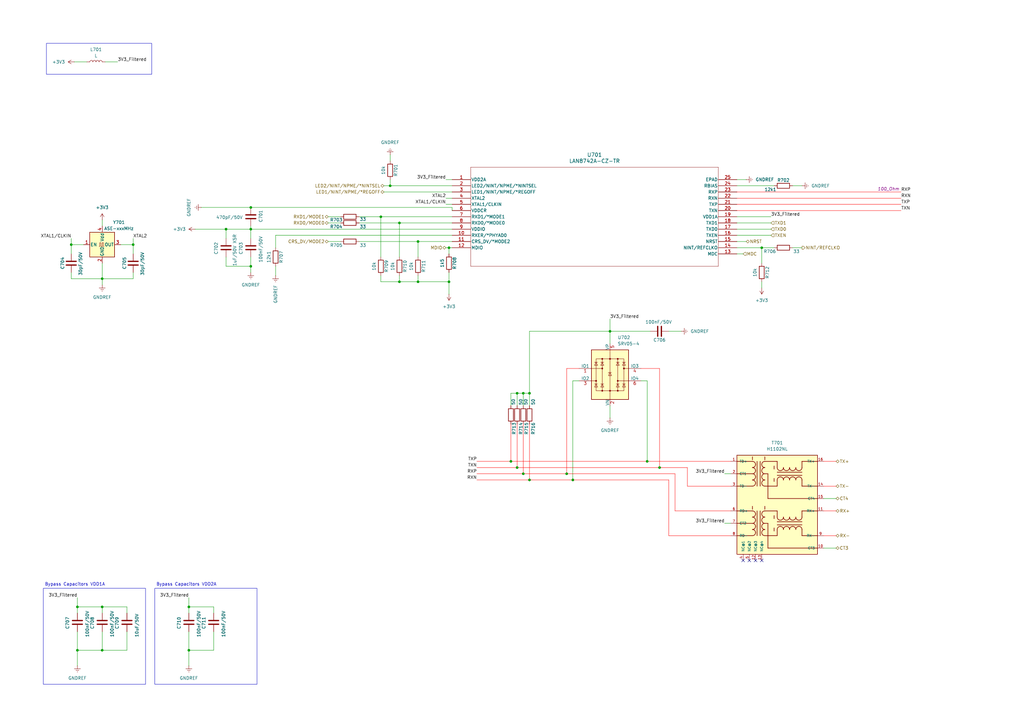
<source format=kicad_sch>
(kicad_sch
	(version 20250114)
	(generator "eeschema")
	(generator_version "9.0")
	(uuid "b52fee37-f269-4e4f-a520-dfa3c82acf13")
	(paper "A3")
	(title_block
		(title "PCB_Tarjeta_DevOps")
		(date "2025-10-28")
		(rev "R.Casas")
	)
	(lib_symbols
		(symbol "Device:C"
			(pin_numbers
				(hide yes)
			)
			(pin_names
				(offset 0.254)
			)
			(exclude_from_sim no)
			(in_bom yes)
			(on_board yes)
			(property "Reference" "C"
				(at 0.635 2.54 0)
				(effects
					(font
						(size 1.27 1.27)
					)
					(justify left)
				)
			)
			(property "Value" "C"
				(at 0.635 -2.54 0)
				(effects
					(font
						(size 1.27 1.27)
					)
					(justify left)
				)
			)
			(property "Footprint" ""
				(at 0.9652 -3.81 0)
				(effects
					(font
						(size 1.27 1.27)
					)
					(hide yes)
				)
			)
			(property "Datasheet" "~"
				(at 0 0 0)
				(effects
					(font
						(size 1.27 1.27)
					)
					(hide yes)
				)
			)
			(property "Description" "Unpolarized capacitor"
				(at 0 0 0)
				(effects
					(font
						(size 1.27 1.27)
					)
					(hide yes)
				)
			)
			(property "ki_keywords" "cap capacitor"
				(at 0 0 0)
				(effects
					(font
						(size 1.27 1.27)
					)
					(hide yes)
				)
			)
			(property "ki_fp_filters" "C_*"
				(at 0 0 0)
				(effects
					(font
						(size 1.27 1.27)
					)
					(hide yes)
				)
			)
			(symbol "C_0_1"
				(polyline
					(pts
						(xy -2.032 0.762) (xy 2.032 0.762)
					)
					(stroke
						(width 0.508)
						(type default)
					)
					(fill
						(type none)
					)
				)
				(polyline
					(pts
						(xy -2.032 -0.762) (xy 2.032 -0.762)
					)
					(stroke
						(width 0.508)
						(type default)
					)
					(fill
						(type none)
					)
				)
			)
			(symbol "C_1_1"
				(pin passive line
					(at 0 3.81 270)
					(length 2.794)
					(name "~"
						(effects
							(font
								(size 1.27 1.27)
							)
						)
					)
					(number "1"
						(effects
							(font
								(size 1.27 1.27)
							)
						)
					)
				)
				(pin passive line
					(at 0 -3.81 90)
					(length 2.794)
					(name "~"
						(effects
							(font
								(size 1.27 1.27)
							)
						)
					)
					(number "2"
						(effects
							(font
								(size 1.27 1.27)
							)
						)
					)
				)
			)
			(embedded_fonts no)
		)
		(symbol "Device:L"
			(pin_numbers
				(hide yes)
			)
			(pin_names
				(offset 1.016)
				(hide yes)
			)
			(exclude_from_sim no)
			(in_bom yes)
			(on_board yes)
			(property "Reference" "L"
				(at -1.27 0 90)
				(effects
					(font
						(size 1.27 1.27)
					)
				)
			)
			(property "Value" "L"
				(at 1.905 0 90)
				(effects
					(font
						(size 1.27 1.27)
					)
				)
			)
			(property "Footprint" ""
				(at 0 0 0)
				(effects
					(font
						(size 1.27 1.27)
					)
					(hide yes)
				)
			)
			(property "Datasheet" "~"
				(at 0 0 0)
				(effects
					(font
						(size 1.27 1.27)
					)
					(hide yes)
				)
			)
			(property "Description" "Inductor"
				(at 0 0 0)
				(effects
					(font
						(size 1.27 1.27)
					)
					(hide yes)
				)
			)
			(property "ki_keywords" "inductor choke coil reactor magnetic"
				(at 0 0 0)
				(effects
					(font
						(size 1.27 1.27)
					)
					(hide yes)
				)
			)
			(property "ki_fp_filters" "Choke_* *Coil* Inductor_* L_*"
				(at 0 0 0)
				(effects
					(font
						(size 1.27 1.27)
					)
					(hide yes)
				)
			)
			(symbol "L_0_1"
				(arc
					(start 0 2.54)
					(mid 0.6323 1.905)
					(end 0 1.27)
					(stroke
						(width 0)
						(type default)
					)
					(fill
						(type none)
					)
				)
				(arc
					(start 0 1.27)
					(mid 0.6323 0.635)
					(end 0 0)
					(stroke
						(width 0)
						(type default)
					)
					(fill
						(type none)
					)
				)
				(arc
					(start 0 0)
					(mid 0.6323 -0.635)
					(end 0 -1.27)
					(stroke
						(width 0)
						(type default)
					)
					(fill
						(type none)
					)
				)
				(arc
					(start 0 -1.27)
					(mid 0.6323 -1.905)
					(end 0 -2.54)
					(stroke
						(width 0)
						(type default)
					)
					(fill
						(type none)
					)
				)
			)
			(symbol "L_1_1"
				(pin passive line
					(at 0 3.81 270)
					(length 1.27)
					(name "1"
						(effects
							(font
								(size 1.27 1.27)
							)
						)
					)
					(number "1"
						(effects
							(font
								(size 1.27 1.27)
							)
						)
					)
				)
				(pin passive line
					(at 0 -3.81 90)
					(length 1.27)
					(name "2"
						(effects
							(font
								(size 1.27 1.27)
							)
						)
					)
					(number "2"
						(effects
							(font
								(size 1.27 1.27)
							)
						)
					)
				)
			)
			(embedded_fonts no)
		)
		(symbol "Device:R"
			(pin_numbers
				(hide yes)
			)
			(pin_names
				(offset 0)
			)
			(exclude_from_sim no)
			(in_bom yes)
			(on_board yes)
			(property "Reference" "R"
				(at 2.032 0 90)
				(effects
					(font
						(size 1.27 1.27)
					)
				)
			)
			(property "Value" "R"
				(at 0 0 90)
				(effects
					(font
						(size 1.27 1.27)
					)
				)
			)
			(property "Footprint" ""
				(at -1.778 0 90)
				(effects
					(font
						(size 1.27 1.27)
					)
					(hide yes)
				)
			)
			(property "Datasheet" "~"
				(at 0 0 0)
				(effects
					(font
						(size 1.27 1.27)
					)
					(hide yes)
				)
			)
			(property "Description" "Resistor"
				(at 0 0 0)
				(effects
					(font
						(size 1.27 1.27)
					)
					(hide yes)
				)
			)
			(property "ki_keywords" "R res resistor"
				(at 0 0 0)
				(effects
					(font
						(size 1.27 1.27)
					)
					(hide yes)
				)
			)
			(property "ki_fp_filters" "R_*"
				(at 0 0 0)
				(effects
					(font
						(size 1.27 1.27)
					)
					(hide yes)
				)
			)
			(symbol "R_0_1"
				(rectangle
					(start -1.016 -2.54)
					(end 1.016 2.54)
					(stroke
						(width 0.254)
						(type default)
					)
					(fill
						(type none)
					)
				)
			)
			(symbol "R_1_1"
				(pin passive line
					(at 0 3.81 270)
					(length 1.27)
					(name "~"
						(effects
							(font
								(size 1.27 1.27)
							)
						)
					)
					(number "1"
						(effects
							(font
								(size 1.27 1.27)
							)
						)
					)
				)
				(pin passive line
					(at 0 -3.81 90)
					(length 1.27)
					(name "~"
						(effects
							(font
								(size 1.27 1.27)
							)
						)
					)
					(number "2"
						(effects
							(font
								(size 1.27 1.27)
							)
						)
					)
				)
			)
			(embedded_fonts no)
		)
		(symbol "Ethernet_RCO:LAN8742A-CZ-TR"
			(pin_names
				(offset 0.254)
			)
			(exclude_from_sim no)
			(in_bom yes)
			(on_board yes)
			(property "Reference" "U"
				(at 58.42 10.16 0)
				(effects
					(font
						(size 1.524 1.524)
					)
				)
			)
			(property "Value" "LAN8742A-CZ-TR"
				(at 58.42 7.62 0)
				(effects
					(font
						(size 1.524 1.524)
					)
				)
			)
			(property "Footprint" "SQFN24_4X4MC_MCH"
				(at 0 0 0)
				(effects
					(font
						(size 1.27 1.27)
						(italic yes)
					)
					(hide yes)
				)
			)
			(property "Datasheet" "LAN8742A-CZ-TR"
				(at 0 0 0)
				(effects
					(font
						(size 1.27 1.27)
						(italic yes)
					)
					(hide yes)
				)
			)
			(property "Description" ""
				(at 0 0 0)
				(effects
					(font
						(size 1.27 1.27)
					)
					(hide yes)
				)
			)
			(property "ki_locked" ""
				(at 0 0 0)
				(effects
					(font
						(size 1.27 1.27)
					)
				)
			)
			(property "ki_keywords" "LAN8742A-CZ-TR"
				(at 0 0 0)
				(effects
					(font
						(size 1.27 1.27)
					)
					(hide yes)
				)
			)
			(property "ki_fp_filters" "SQFN24_4X4MC_MCH SQFN24_4X4MC_MCH-M SQFN24_4X4MC_MCH-L"
				(at 0 0 0)
				(effects
					(font
						(size 1.27 1.27)
					)
					(hide yes)
				)
			)
			(symbol "LAN8742A-CZ-TR_0_1"
				(polyline
					(pts
						(xy 7.62 5.08) (xy 7.62 -35.56)
					)
					(stroke
						(width 0.127)
						(type default)
					)
					(fill
						(type none)
					)
				)
				(polyline
					(pts
						(xy 7.62 -35.56) (xy 109.22 -35.56)
					)
					(stroke
						(width 0.127)
						(type default)
					)
					(fill
						(type none)
					)
				)
				(polyline
					(pts
						(xy 109.22 5.08) (xy 7.62 5.08)
					)
					(stroke
						(width 0.127)
						(type default)
					)
					(fill
						(type none)
					)
				)
				(polyline
					(pts
						(xy 109.22 -35.56) (xy 109.22 5.08)
					)
					(stroke
						(width 0.127)
						(type default)
					)
					(fill
						(type none)
					)
				)
				(pin power_in line
					(at 0 0 0)
					(length 7.62)
					(name "VDD2A"
						(effects
							(font
								(size 1.27 1.27)
							)
						)
					)
					(number "1"
						(effects
							(font
								(size 1.27 1.27)
							)
						)
					)
				)
				(pin bidirectional line
					(at 0 -2.54 0)
					(length 7.62)
					(name "LED2/NINT/NPME/*NINTSEL"
						(effects
							(font
								(size 1.27 1.27)
							)
						)
					)
					(number "2"
						(effects
							(font
								(size 1.27 1.27)
							)
						)
					)
				)
				(pin bidirectional line
					(at 0 -5.08 0)
					(length 7.62)
					(name "LED1/NINT/NPME/*REGOFF"
						(effects
							(font
								(size 1.27 1.27)
							)
						)
					)
					(number "3"
						(effects
							(font
								(size 1.27 1.27)
							)
						)
					)
				)
				(pin output line
					(at 0 -7.62 0)
					(length 7.62)
					(name "XTAL2"
						(effects
							(font
								(size 1.27 1.27)
							)
						)
					)
					(number "4"
						(effects
							(font
								(size 1.27 1.27)
							)
						)
					)
				)
				(pin input line
					(at 0 -10.16 0)
					(length 7.62)
					(name "XTAL1/CLKIN"
						(effects
							(font
								(size 1.27 1.27)
							)
						)
					)
					(number "5"
						(effects
							(font
								(size 1.27 1.27)
							)
						)
					)
				)
				(pin power_in line
					(at 0 -12.7 0)
					(length 7.62)
					(name "VDDCR"
						(effects
							(font
								(size 1.27 1.27)
							)
						)
					)
					(number "6"
						(effects
							(font
								(size 1.27 1.27)
							)
						)
					)
				)
				(pin bidirectional line
					(at 0 -15.24 0)
					(length 7.62)
					(name "RXD1/*MODE1"
						(effects
							(font
								(size 1.27 1.27)
							)
						)
					)
					(number "7"
						(effects
							(font
								(size 1.27 1.27)
							)
						)
					)
				)
				(pin bidirectional line
					(at 0 -17.78 0)
					(length 7.62)
					(name "RXD0/*MODE0"
						(effects
							(font
								(size 1.27 1.27)
							)
						)
					)
					(number "8"
						(effects
							(font
								(size 1.27 1.27)
							)
						)
					)
				)
				(pin power_in line
					(at 0 -20.32 0)
					(length 7.62)
					(name "VDDIO"
						(effects
							(font
								(size 1.27 1.27)
							)
						)
					)
					(number "9"
						(effects
							(font
								(size 1.27 1.27)
							)
						)
					)
				)
				(pin bidirectional line
					(at 0 -22.86 0)
					(length 7.62)
					(name "RXER/*PHYAD0"
						(effects
							(font
								(size 1.27 1.27)
							)
						)
					)
					(number "10"
						(effects
							(font
								(size 1.27 1.27)
							)
						)
					)
				)
				(pin bidirectional line
					(at 0 -25.4 0)
					(length 7.62)
					(name "CRS_DV/*MODE2"
						(effects
							(font
								(size 1.27 1.27)
							)
						)
					)
					(number "11"
						(effects
							(font
								(size 1.27 1.27)
							)
						)
					)
				)
				(pin bidirectional line
					(at 0 -27.94 0)
					(length 7.62)
					(name "MDIO"
						(effects
							(font
								(size 1.27 1.27)
							)
						)
					)
					(number "12"
						(effects
							(font
								(size 1.27 1.27)
							)
						)
					)
				)
				(pin unspecified line
					(at 116.84 0 180)
					(length 7.62)
					(name "EPAD"
						(effects
							(font
								(size 1.27 1.27)
							)
						)
					)
					(number "25"
						(effects
							(font
								(size 1.27 1.27)
							)
						)
					)
				)
				(pin input line
					(at 116.84 -2.54 180)
					(length 7.62)
					(name "RBIAS"
						(effects
							(font
								(size 1.27 1.27)
							)
						)
					)
					(number "24"
						(effects
							(font
								(size 1.27 1.27)
							)
						)
					)
				)
				(pin bidirectional line
					(at 116.84 -5.08 180)
					(length 7.62)
					(name "RXP"
						(effects
							(font
								(size 1.27 1.27)
							)
						)
					)
					(number "23"
						(effects
							(font
								(size 1.27 1.27)
							)
						)
					)
				)
				(pin bidirectional line
					(at 116.84 -7.62 180)
					(length 7.62)
					(name "RXN"
						(effects
							(font
								(size 1.27 1.27)
							)
						)
					)
					(number "22"
						(effects
							(font
								(size 1.27 1.27)
							)
						)
					)
				)
				(pin bidirectional line
					(at 116.84 -10.16 180)
					(length 7.62)
					(name "TXP"
						(effects
							(font
								(size 1.27 1.27)
							)
						)
					)
					(number "21"
						(effects
							(font
								(size 1.27 1.27)
							)
						)
					)
				)
				(pin bidirectional line
					(at 116.84 -12.7 180)
					(length 7.62)
					(name "TXN"
						(effects
							(font
								(size 1.27 1.27)
							)
						)
					)
					(number "20"
						(effects
							(font
								(size 1.27 1.27)
							)
						)
					)
				)
				(pin power_in line
					(at 116.84 -15.24 180)
					(length 7.62)
					(name "VDD1A"
						(effects
							(font
								(size 1.27 1.27)
							)
						)
					)
					(number "19"
						(effects
							(font
								(size 1.27 1.27)
							)
						)
					)
				)
				(pin input line
					(at 116.84 -17.78 180)
					(length 7.62)
					(name "TXD1"
						(effects
							(font
								(size 1.27 1.27)
							)
						)
					)
					(number "18"
						(effects
							(font
								(size 1.27 1.27)
							)
						)
					)
				)
				(pin input line
					(at 116.84 -20.32 180)
					(length 7.62)
					(name "TXD0"
						(effects
							(font
								(size 1.27 1.27)
							)
						)
					)
					(number "17"
						(effects
							(font
								(size 1.27 1.27)
							)
						)
					)
				)
				(pin input line
					(at 116.84 -22.86 180)
					(length 7.62)
					(name "TXEN"
						(effects
							(font
								(size 1.27 1.27)
							)
						)
					)
					(number "16"
						(effects
							(font
								(size 1.27 1.27)
							)
						)
					)
				)
				(pin input line
					(at 116.84 -25.4 180)
					(length 7.62)
					(name "NRST"
						(effects
							(font
								(size 1.27 1.27)
							)
						)
					)
					(number "15"
						(effects
							(font
								(size 1.27 1.27)
							)
						)
					)
				)
				(pin output line
					(at 116.84 -27.94 180)
					(length 7.62)
					(name "NINT/REFCLKO"
						(effects
							(font
								(size 1.27 1.27)
							)
						)
					)
					(number "14"
						(effects
							(font
								(size 1.27 1.27)
							)
						)
					)
				)
				(pin input line
					(at 116.84 -30.48 180)
					(length 7.62)
					(name "MDC"
						(effects
							(font
								(size 1.27 1.27)
							)
						)
					)
					(number "13"
						(effects
							(font
								(size 1.27 1.27)
							)
						)
					)
				)
			)
			(embedded_fonts no)
		)
		(symbol "H1102NL_1"
			(pin_names
				(offset 1.016)
			)
			(exclude_from_sim no)
			(in_bom yes)
			(on_board yes)
			(property "Reference" "T"
				(at -17.78 20.32 0)
				(effects
					(font
						(size 1.27 1.27)
					)
					(justify left bottom)
				)
			)
			(property "Value" "H1102NL"
				(at -2.54 -22.86 0)
				(effects
					(font
						(size 1.27 1.27)
					)
					(justify left bottom)
				)
			)
			(property "Footprint" "Ethernet_Filters:H1102NL"
				(at 0 0 0)
				(effects
					(font
						(size 1.27 1.27)
					)
					(justify bottom)
					(hide yes)
				)
			)
			(property "Datasheet" ""
				(at 0 0 0)
				(effects
					(font
						(size 1.27 1.27)
					)
					(hide yes)
				)
			)
			(property "Description" ""
				(at 0 0 0)
				(effects
					(font
						(size 1.27 1.27)
					)
					(hide yes)
				)
			)
			(property "MF" "Pulse"
				(at 0 0 0)
				(effects
					(font
						(size 1.27 1.27)
					)
					(justify bottom)
					(hide yes)
				)
			)
			(property "Description_1" "- Isolation and Data Interface (Encapsulated) Pulse Transformer 1:1 Transmitter, 1:1 Receiver Surface Mount"
				(at 2.794 -34.29 0)
				(do_not_autoplace)
				(effects
					(font
						(size 1.27 1.27)
					)
					(justify bottom)
					(hide yes)
				)
			)
			(property "Package" "Non Standard Pulse"
				(at 0 0 0)
				(effects
					(font
						(size 1.27 1.27)
					)
					(justify bottom)
					(hide yes)
				)
			)
			(property "Price" "None"
				(at 0 0 0)
				(effects
					(font
						(size 1.27 1.27)
					)
					(justify bottom)
					(hide yes)
				)
			)
			(property "SnapEDA_Link" ""
				(at -64.77 1.524 0)
				(effects
					(font
						(size 1.27 1.27)
					)
					(justify bottom)
					(hide yes)
				)
			)
			(property "MP" "H1102NL"
				(at 0 0 0)
				(effects
					(font
						(size 1.27 1.27)
					)
					(justify bottom)
					(hide yes)
				)
			)
			(property "Availability" "In Stock"
				(at 0 0 0)
				(effects
					(font
						(size 1.27 1.27)
					)
					(justify bottom)
					(hide yes)
				)
			)
			(property "Check_prices" ""
				(at 1.778 28.194 0)
				(effects
					(font
						(size 1.27 1.27)
					)
					(justify bottom)
					(hide yes)
				)
			)
			(symbol "H1102NL_1_0_0"
				(polyline
					(pts
						(xy -17.78 17.78) (xy -11.43 17.78)
					)
					(stroke
						(width 0.254)
						(type default)
					)
					(fill
						(type none)
					)
				)
				(polyline
					(pts
						(xy -17.78 -2.54) (xy -11.43 -2.54)
					)
					(stroke
						(width 0.254)
						(type default)
					)
					(fill
						(type none)
					)
				)
				(rectangle
					(start -17.78 -20.32)
					(end 15.24 20.32)
					(stroke
						(width 0.254)
						(type default)
					)
					(fill
						(type background)
					)
				)
				(arc
					(start -10.16 16.51)
					(mid -10.532 15.612)
					(end -11.43 15.24)
					(stroke
						(width 0.254)
						(type default)
					)
					(fill
						(type none)
					)
				)
				(arc
					(start -11.43 17.78)
					(mid -10.532 17.408)
					(end -10.16 16.51)
					(stroke
						(width 0.254)
						(type default)
					)
					(fill
						(type none)
					)
				)
				(arc
					(start -10.16 13.97)
					(mid -10.532 13.072)
					(end -11.43 12.7)
					(stroke
						(width 0.254)
						(type default)
					)
					(fill
						(type none)
					)
				)
				(arc
					(start -11.43 15.24)
					(mid -10.532 14.868)
					(end -10.16 13.97)
					(stroke
						(width 0.254)
						(type default)
					)
					(fill
						(type none)
					)
				)
				(arc
					(start -10.16 11.43)
					(mid -10.532 10.532)
					(end -11.43 10.16)
					(stroke
						(width 0.254)
						(type default)
					)
					(fill
						(type none)
					)
				)
				(arc
					(start -11.43 12.7)
					(mid -10.532 12.328)
					(end -10.16 11.43)
					(stroke
						(width 0.254)
						(type default)
					)
					(fill
						(type none)
					)
				)
				(arc
					(start -10.16 8.89)
					(mid -10.532 7.992)
					(end -11.43 7.62)
					(stroke
						(width 0.254)
						(type default)
					)
					(fill
						(type none)
					)
				)
				(arc
					(start -11.43 10.16)
					(mid -10.532 9.788)
					(end -10.16 8.89)
					(stroke
						(width 0.254)
						(type default)
					)
					(fill
						(type none)
					)
				)
				(arc
					(start -10.16 -3.81)
					(mid -10.532 -4.708)
					(end -11.43 -5.08)
					(stroke
						(width 0.254)
						(type default)
					)
					(fill
						(type none)
					)
				)
				(arc
					(start -11.43 -2.54)
					(mid -10.532 -2.912)
					(end -10.16 -3.81)
					(stroke
						(width 0.254)
						(type default)
					)
					(fill
						(type none)
					)
				)
				(arc
					(start -10.16 -6.35)
					(mid -10.532 -7.248)
					(end -11.43 -7.62)
					(stroke
						(width 0.254)
						(type default)
					)
					(fill
						(type none)
					)
				)
				(arc
					(start -11.43 -5.08)
					(mid -10.532 -5.452)
					(end -10.16 -6.35)
					(stroke
						(width 0.254)
						(type default)
					)
					(fill
						(type none)
					)
				)
				(arc
					(start -10.16 -8.89)
					(mid -10.532 -9.788)
					(end -11.43 -10.16)
					(stroke
						(width 0.254)
						(type default)
					)
					(fill
						(type none)
					)
				)
				(arc
					(start -11.43 -7.62)
					(mid -10.532 -7.992)
					(end -10.16 -8.89)
					(stroke
						(width 0.254)
						(type default)
					)
					(fill
						(type none)
					)
				)
				(arc
					(start -10.16 -11.43)
					(mid -10.532 -12.328)
					(end -11.43 -12.7)
					(stroke
						(width 0.254)
						(type default)
					)
					(fill
						(type none)
					)
				)
				(arc
					(start -11.43 -10.16)
					(mid -10.532 -10.532)
					(end -10.16 -11.43)
					(stroke
						(width 0.254)
						(type default)
					)
					(fill
						(type none)
					)
				)
				(polyline
					(pts
						(xy -11.43 19.685) (xy -11.43 18.415) (xy -11.43 19.685)
					)
					(stroke
						(width 0.254)
						(type default)
					)
					(fill
						(type outline)
					)
				)
				(polyline
					(pts
						(xy -11.43 12.7) (xy -17.78 12.7)
					)
					(stroke
						(width 0.254)
						(type default)
					)
					(fill
						(type none)
					)
				)
				(polyline
					(pts
						(xy -11.43 7.62) (xy -17.78 7.62)
					)
					(stroke
						(width 0.254)
						(type default)
					)
					(fill
						(type none)
					)
				)
				(polyline
					(pts
						(xy -11.43 -0.635) (xy -11.43 -1.905) (xy -11.43 -0.635)
					)
					(stroke
						(width 0.254)
						(type default)
					)
					(fill
						(type outline)
					)
				)
				(polyline
					(pts
						(xy -11.43 -7.62) (xy -17.78 -7.62)
					)
					(stroke
						(width 0.254)
						(type default)
					)
					(fill
						(type none)
					)
				)
				(polyline
					(pts
						(xy -11.43 -12.7) (xy -17.78 -12.7)
					)
					(stroke
						(width 0.254)
						(type default)
					)
					(fill
						(type none)
					)
				)
				(polyline
					(pts
						(xy -9.525 17.78) (xy -9.525 7.62)
					)
					(stroke
						(width 0.254)
						(type default)
					)
					(fill
						(type none)
					)
				)
				(polyline
					(pts
						(xy -9.525 -2.54) (xy -9.525 -12.7)
					)
					(stroke
						(width 0.254)
						(type default)
					)
					(fill
						(type none)
					)
				)
				(polyline
					(pts
						(xy -8.255 17.78) (xy -8.255 7.62)
					)
					(stroke
						(width 0.254)
						(type default)
					)
					(fill
						(type none)
					)
				)
				(polyline
					(pts
						(xy -8.255 -2.54) (xy -8.255 -12.7)
					)
					(stroke
						(width 0.254)
						(type default)
					)
					(fill
						(type none)
					)
				)
				(polyline
					(pts
						(xy -6.35 19.685) (xy -6.35 18.415) (xy -6.35 19.685)
					)
					(stroke
						(width 0.254)
						(type default)
					)
					(fill
						(type outline)
					)
				)
				(polyline
					(pts
						(xy -6.35 17.78) (xy -1.27 17.78)
					)
					(stroke
						(width 0.254)
						(type default)
					)
					(fill
						(type none)
					)
				)
				(polyline
					(pts
						(xy -6.35 12.7) (xy -5.08 12.7)
					)
					(stroke
						(width 0.254)
						(type default)
					)
					(fill
						(type none)
					)
				)
				(polyline
					(pts
						(xy -6.35 -0.635) (xy -6.35 -1.905) (xy -6.35 -0.635)
					)
					(stroke
						(width 0.254)
						(type default)
					)
					(fill
						(type outline)
					)
				)
				(polyline
					(pts
						(xy -6.35 -2.54) (xy -1.27 -2.54)
					)
					(stroke
						(width 0.254)
						(type default)
					)
					(fill
						(type none)
					)
				)
				(polyline
					(pts
						(xy -6.35 -7.62) (xy -5.08 -7.62)
					)
					(stroke
						(width 0.254)
						(type default)
					)
					(fill
						(type none)
					)
				)
				(arc
					(start -6.35 15.24)
					(mid -7.248 15.612)
					(end -7.62 16.51)
					(stroke
						(width 0.254)
						(type default)
					)
					(fill
						(type none)
					)
				)
				(arc
					(start -7.62 16.51)
					(mid -7.248 17.408)
					(end -6.35 17.78)
					(stroke
						(width 0.254)
						(type default)
					)
					(fill
						(type none)
					)
				)
				(arc
					(start -6.35 12.7)
					(mid -7.248 13.072)
					(end -7.62 13.97)
					(stroke
						(width 0.254)
						(type default)
					)
					(fill
						(type none)
					)
				)
				(arc
					(start -7.62 13.97)
					(mid -7.248 14.868)
					(end -6.35 15.24)
					(stroke
						(width 0.254)
						(type default)
					)
					(fill
						(type none)
					)
				)
				(arc
					(start -6.35 10.16)
					(mid -7.248 10.532)
					(end -7.62 11.43)
					(stroke
						(width 0.254)
						(type default)
					)
					(fill
						(type none)
					)
				)
				(arc
					(start -7.62 11.43)
					(mid -7.248 12.328)
					(end -6.35 12.7)
					(stroke
						(width 0.254)
						(type default)
					)
					(fill
						(type none)
					)
				)
				(arc
					(start -6.35 7.62)
					(mid -7.248 7.992)
					(end -7.62 8.89)
					(stroke
						(width 0.254)
						(type default)
					)
					(fill
						(type none)
					)
				)
				(arc
					(start -7.62 8.89)
					(mid -7.248 9.788)
					(end -6.35 10.16)
					(stroke
						(width 0.254)
						(type default)
					)
					(fill
						(type none)
					)
				)
				(arc
					(start -6.35 -5.08)
					(mid -7.248 -4.708)
					(end -7.62 -3.81)
					(stroke
						(width 0.254)
						(type default)
					)
					(fill
						(type none)
					)
				)
				(arc
					(start -7.62 -3.81)
					(mid -7.248 -2.912)
					(end -6.35 -2.54)
					(stroke
						(width 0.254)
						(type default)
					)
					(fill
						(type none)
					)
				)
				(arc
					(start -6.35 -7.62)
					(mid -7.248 -7.248)
					(end -7.62 -6.35)
					(stroke
						(width 0.254)
						(type default)
					)
					(fill
						(type none)
					)
				)
				(arc
					(start -7.62 -6.35)
					(mid -7.248 -5.452)
					(end -6.35 -5.08)
					(stroke
						(width 0.254)
						(type default)
					)
					(fill
						(type none)
					)
				)
				(arc
					(start -6.35 -10.16)
					(mid -7.248 -9.788)
					(end -7.62 -8.89)
					(stroke
						(width 0.254)
						(type default)
					)
					(fill
						(type none)
					)
				)
				(arc
					(start -7.62 -8.89)
					(mid -7.248 -7.992)
					(end -6.35 -7.62)
					(stroke
						(width 0.254)
						(type default)
					)
					(fill
						(type none)
					)
				)
				(arc
					(start -6.35 -12.7)
					(mid -7.248 -12.328)
					(end -7.62 -11.43)
					(stroke
						(width 0.254)
						(type default)
					)
					(fill
						(type none)
					)
				)
				(arc
					(start -7.62 -11.43)
					(mid -7.248 -10.532)
					(end -6.35 -10.16)
					(stroke
						(width 0.254)
						(type default)
					)
					(fill
						(type none)
					)
				)
				(polyline
					(pts
						(xy -5.08 12.7) (xy -5.08 2.54)
					)
					(stroke
						(width 0.254)
						(type default)
					)
					(fill
						(type none)
					)
				)
				(polyline
					(pts
						(xy -5.08 2.54) (xy 15.24 2.54)
					)
					(stroke
						(width 0.254)
						(type default)
					)
					(fill
						(type none)
					)
				)
				(polyline
					(pts
						(xy -5.08 -7.62) (xy -5.08 -17.78)
					)
					(stroke
						(width 0.254)
						(type default)
					)
					(fill
						(type none)
					)
				)
				(polyline
					(pts
						(xy -5.08 -17.78) (xy 15.24 -17.78)
					)
					(stroke
						(width 0.254)
						(type default)
					)
					(fill
						(type none)
					)
				)
				(polyline
					(pts
						(xy -2.54 15.875) (xy -2.54 14.605) (xy -2.54 15.875)
					)
					(stroke
						(width 0.254)
						(type default)
					)
					(fill
						(type outline)
					)
				)
				(polyline
					(pts
						(xy -2.54 10.795) (xy -2.54 9.525) (xy -2.54 10.795)
					)
					(stroke
						(width 0.254)
						(type default)
					)
					(fill
						(type outline)
					)
				)
				(polyline
					(pts
						(xy -2.54 -4.445) (xy -2.54 -5.715) (xy -2.54 -4.445)
					)
					(stroke
						(width 0.254)
						(type default)
					)
					(fill
						(type outline)
					)
				)
				(polyline
					(pts
						(xy -2.54 -9.525) (xy -2.54 -10.795) (xy -2.54 -9.525)
					)
					(stroke
						(width 0.254)
						(type default)
					)
					(fill
						(type outline)
					)
				)
				(polyline
					(pts
						(xy -1.27 17.78) (xy -1.27 15.24)
					)
					(stroke
						(width 0.254)
						(type default)
					)
					(fill
						(type none)
					)
				)
				(polyline
					(pts
						(xy -1.27 13.335) (xy 8.89 13.335)
					)
					(stroke
						(width 0.254)
						(type default)
					)
					(fill
						(type none)
					)
				)
				(polyline
					(pts
						(xy -1.27 12.065) (xy 8.89 12.065)
					)
					(stroke
						(width 0.254)
						(type default)
					)
					(fill
						(type none)
					)
				)
				(polyline
					(pts
						(xy -1.27 7.62) (xy -6.35 7.62)
					)
					(stroke
						(width 0.254)
						(type default)
					)
					(fill
						(type none)
					)
				)
				(polyline
					(pts
						(xy -1.27 7.62) (xy -1.27 10.16)
					)
					(stroke
						(width 0.254)
						(type default)
					)
					(fill
						(type none)
					)
				)
				(polyline
					(pts
						(xy -1.27 -2.54) (xy -1.27 -5.08)
					)
					(stroke
						(width 0.254)
						(type default)
					)
					(fill
						(type none)
					)
				)
				(polyline
					(pts
						(xy -1.27 -6.985) (xy 8.89 -6.985)
					)
					(stroke
						(width 0.254)
						(type default)
					)
					(fill
						(type none)
					)
				)
				(polyline
					(pts
						(xy -1.27 -8.255) (xy 8.89 -8.255)
					)
					(stroke
						(width 0.254)
						(type default)
					)
					(fill
						(type none)
					)
				)
				(polyline
					(pts
						(xy -1.27 -12.7) (xy -6.35 -12.7)
					)
					(stroke
						(width 0.254)
						(type default)
					)
					(fill
						(type none)
					)
				)
				(polyline
					(pts
						(xy -1.27 -12.7) (xy -1.27 -10.16)
					)
					(stroke
						(width 0.254)
						(type default)
					)
					(fill
						(type none)
					)
				)
				(arc
					(start 1.27 15.24)
					(mid 0.898 14.342)
					(end 0 13.97)
					(stroke
						(width 0.254)
						(type default)
					)
					(fill
						(type none)
					)
				)
				(arc
					(start 0 11.43)
					(mid 0.898 11.058)
					(end 1.27 10.16)
					(stroke
						(width 0.254)
						(type default)
					)
					(fill
						(type none)
					)
				)
				(arc
					(start 1.27 -5.08)
					(mid 0.898 -5.978)
					(end 0 -6.35)
					(stroke
						(width 0.254)
						(type default)
					)
					(fill
						(type none)
					)
				)
				(arc
					(start 0 -8.89)
					(mid 0.898 -9.262)
					(end 1.27 -10.16)
					(stroke
						(width 0.254)
						(type default)
					)
					(fill
						(type none)
					)
				)
				(arc
					(start 0 13.97)
					(mid -0.898 14.342)
					(end -1.27 15.24)
					(stroke
						(width 0.254)
						(type default)
					)
					(fill
						(type none)
					)
				)
				(arc
					(start -1.27 10.16)
					(mid -0.898 11.058)
					(end 0 11.43)
					(stroke
						(width 0.254)
						(type default)
					)
					(fill
						(type none)
					)
				)
				(arc
					(start 0 -6.35)
					(mid -0.898 -5.978)
					(end -1.27 -5.08)
					(stroke
						(width 0.254)
						(type default)
					)
					(fill
						(type none)
					)
				)
				(arc
					(start -1.27 -10.16)
					(mid -0.898 -9.262)
					(end 0 -8.89)
					(stroke
						(width 0.254)
						(type default)
					)
					(fill
						(type none)
					)
				)
				(arc
					(start 2.54 13.97)
					(mid 1.642 14.342)
					(end 1.27 15.24)
					(stroke
						(width 0.254)
						(type default)
					)
					(fill
						(type none)
					)
				)
				(arc
					(start 3.81 15.24)
					(mid 3.438 14.342)
					(end 2.54 13.97)
					(stroke
						(width 0.254)
						(type default)
					)
					(fill
						(type none)
					)
				)
				(arc
					(start 1.27 10.16)
					(mid 1.642 11.058)
					(end 2.54 11.43)
					(stroke
						(width 0.254)
						(type default)
					)
					(fill
						(type none)
					)
				)
				(arc
					(start 2.54 11.43)
					(mid 3.438 11.058)
					(end 3.81 10.16)
					(stroke
						(width 0.254)
						(type default)
					)
					(fill
						(type none)
					)
				)
				(arc
					(start 2.54 -6.35)
					(mid 1.642 -5.978)
					(end 1.27 -5.08)
					(stroke
						(width 0.254)
						(type default)
					)
					(fill
						(type none)
					)
				)
				(arc
					(start 3.81 -5.08)
					(mid 3.438 -5.978)
					(end 2.54 -6.35)
					(stroke
						(width 0.254)
						(type default)
					)
					(fill
						(type none)
					)
				)
				(arc
					(start 1.27 -10.16)
					(mid 1.642 -9.262)
					(end 2.54 -8.89)
					(stroke
						(width 0.254)
						(type default)
					)
					(fill
						(type none)
					)
				)
				(arc
					(start 2.54 -8.89)
					(mid 3.438 -9.262)
					(end 3.81 -10.16)
					(stroke
						(width 0.254)
						(type default)
					)
					(fill
						(type none)
					)
				)
				(arc
					(start 5.08 13.97)
					(mid 4.182 14.342)
					(end 3.81 15.24)
					(stroke
						(width 0.254)
						(type default)
					)
					(fill
						(type none)
					)
				)
				(arc
					(start 6.35 15.24)
					(mid 5.978 14.342)
					(end 5.08 13.97)
					(stroke
						(width 0.254)
						(type default)
					)
					(fill
						(type none)
					)
				)
				(arc
					(start 3.81 10.16)
					(mid 4.182 11.058)
					(end 5.08 11.43)
					(stroke
						(width 0.254)
						(type default)
					)
					(fill
						(type none)
					)
				)
				(arc
					(start 5.08 11.43)
					(mid 5.978 11.058)
					(end 6.35 10.16)
					(stroke
						(width 0.254)
						(type default)
					)
					(fill
						(type none)
					)
				)
				(arc
					(start 5.08 -6.35)
					(mid 4.182 -5.978)
					(end 3.81 -5.08)
					(stroke
						(width 0.254)
						(type default)
					)
					(fill
						(type none)
					)
				)
				(arc
					(start 6.35 -5.08)
					(mid 5.978 -5.978)
					(end 5.08 -6.35)
					(stroke
						(width 0.254)
						(type default)
					)
					(fill
						(type none)
					)
				)
				(arc
					(start 3.81 -10.16)
					(mid 4.182 -9.262)
					(end 5.08 -8.89)
					(stroke
						(width 0.254)
						(type default)
					)
					(fill
						(type none)
					)
				)
				(arc
					(start 5.08 -8.89)
					(mid 5.978 -9.262)
					(end 6.35 -10.16)
					(stroke
						(width 0.254)
						(type default)
					)
					(fill
						(type none)
					)
				)
				(arc
					(start 7.62 13.97)
					(mid 6.722 14.342)
					(end 6.35 15.24)
					(stroke
						(width 0.254)
						(type default)
					)
					(fill
						(type none)
					)
				)
				(arc
					(start 8.89 15.24)
					(mid 8.518 14.342)
					(end 7.62 13.97)
					(stroke
						(width 0.254)
						(type default)
					)
					(fill
						(type none)
					)
				)
				(arc
					(start 6.35 10.16)
					(mid 6.722 11.058)
					(end 7.62 11.43)
					(stroke
						(width 0.254)
						(type default)
					)
					(fill
						(type none)
					)
				)
				(arc
					(start 7.62 11.43)
					(mid 8.518 11.058)
					(end 8.89 10.16)
					(stroke
						(width 0.254)
						(type default)
					)
					(fill
						(type none)
					)
				)
				(arc
					(start 7.62 -6.35)
					(mid 6.722 -5.978)
					(end 6.35 -5.08)
					(stroke
						(width 0.254)
						(type default)
					)
					(fill
						(type none)
					)
				)
				(arc
					(start 8.89 -5.08)
					(mid 8.518 -5.978)
					(end 7.62 -6.35)
					(stroke
						(width 0.254)
						(type default)
					)
					(fill
						(type none)
					)
				)
				(arc
					(start 6.35 -10.16)
					(mid 6.722 -9.262)
					(end 7.62 -8.89)
					(stroke
						(width 0.254)
						(type default)
					)
					(fill
						(type none)
					)
				)
				(arc
					(start 7.62 -8.89)
					(mid 8.518 -9.262)
					(end 8.89 -10.16)
					(stroke
						(width 0.254)
						(type default)
					)
					(fill
						(type none)
					)
				)
				(polyline
					(pts
						(xy 8.89 17.78) (xy 15.24 17.78)
					)
					(stroke
						(width 0.254)
						(type default)
					)
					(fill
						(type none)
					)
				)
				(polyline
					(pts
						(xy 8.89 15.24) (xy 8.89 17.78)
					)
					(stroke
						(width 0.254)
						(type default)
					)
					(fill
						(type none)
					)
				)
				(polyline
					(pts
						(xy 8.89 10.16) (xy 8.89 7.62)
					)
					(stroke
						(width 0.254)
						(type default)
					)
					(fill
						(type none)
					)
				)
				(polyline
					(pts
						(xy 8.89 7.62) (xy 15.24 7.62)
					)
					(stroke
						(width 0.254)
						(type default)
					)
					(fill
						(type none)
					)
				)
				(polyline
					(pts
						(xy 8.89 -2.54) (xy 15.24 -2.54)
					)
					(stroke
						(width 0.254)
						(type default)
					)
					(fill
						(type none)
					)
				)
				(polyline
					(pts
						(xy 8.89 -5.08) (xy 8.89 -2.54)
					)
					(stroke
						(width 0.254)
						(type default)
					)
					(fill
						(type none)
					)
				)
				(polyline
					(pts
						(xy 8.89 -10.16) (xy 8.89 -12.7)
					)
					(stroke
						(width 0.254)
						(type default)
					)
					(fill
						(type none)
					)
				)
				(polyline
					(pts
						(xy 8.89 -12.7) (xy 15.24 -12.7)
					)
					(stroke
						(width 0.254)
						(type default)
					)
					(fill
						(type none)
					)
				)
				(pin passive line
					(at -20.32 17.78 0)
					(length 2.54)
					(name "TD+"
						(effects
							(font
								(size 1.016 1.016)
							)
						)
					)
					(number "1"
						(effects
							(font
								(size 1.016 1.016)
							)
						)
					)
				)
				(pin passive line
					(at -20.32 12.7 0)
					(length 2.54)
					(name "CT1"
						(effects
							(font
								(size 1.016 1.016)
							)
						)
					)
					(number "2"
						(effects
							(font
								(size 1.016 1.016)
							)
						)
					)
				)
				(pin passive line
					(at -20.32 7.62 0)
					(length 2.54)
					(name "TD-"
						(effects
							(font
								(size 1.016 1.016)
							)
						)
					)
					(number "3"
						(effects
							(font
								(size 1.016 1.016)
							)
						)
					)
				)
				(pin passive line
					(at -20.32 -2.54 0)
					(length 2.54)
					(name "RD+"
						(effects
							(font
								(size 1.016 1.016)
							)
						)
					)
					(number "6"
						(effects
							(font
								(size 1.016 1.016)
							)
						)
					)
				)
				(pin passive line
					(at -20.32 -7.62 0)
					(length 2.54)
					(name "CT2"
						(effects
							(font
								(size 1.016 1.016)
							)
						)
					)
					(number "7"
						(effects
							(font
								(size 1.016 1.016)
							)
						)
					)
				)
				(pin passive line
					(at -20.32 -12.7 0)
					(length 2.54)
					(name "RD-"
						(effects
							(font
								(size 1.016 1.016)
							)
						)
					)
					(number "8"
						(effects
							(font
								(size 1.016 1.016)
							)
						)
					)
				)
				(pin passive line
					(at -15.24 -22.86 90)
					(length 2.54)
					(name "NC@1"
						(effects
							(font
								(size 1.016 1.016)
							)
						)
					)
					(number "4"
						(effects
							(font
								(size 1.016 1.016)
							)
						)
					)
				)
				(pin passive line
					(at -12.7 -22.86 90)
					(length 2.54)
					(name "NC@2"
						(effects
							(font
								(size 1.016 1.016)
							)
						)
					)
					(number "5"
						(effects
							(font
								(size 1.016 1.016)
							)
						)
					)
				)
				(pin passive line
					(at -10.16 -22.86 90)
					(length 2.54)
					(name "NC@3"
						(effects
							(font
								(size 1.016 1.016)
							)
						)
					)
					(number "12"
						(effects
							(font
								(size 1.016 1.016)
							)
						)
					)
				)
				(pin passive line
					(at -7.62 -22.86 90)
					(length 2.54)
					(name "NC@4"
						(effects
							(font
								(size 1.016 1.016)
							)
						)
					)
					(number "13"
						(effects
							(font
								(size 1.016 1.016)
							)
						)
					)
				)
				(pin passive line
					(at 17.78 17.78 180)
					(length 2.54)
					(name "TX+"
						(effects
							(font
								(size 1.016 1.016)
							)
						)
					)
					(number "16"
						(effects
							(font
								(size 1.016 1.016)
							)
						)
					)
				)
				(pin passive line
					(at 17.78 7.62 180)
					(length 2.54)
					(name "TX-"
						(effects
							(font
								(size 1.016 1.016)
							)
						)
					)
					(number "14"
						(effects
							(font
								(size 1.016 1.016)
							)
						)
					)
				)
				(pin passive line
					(at 17.78 2.54 180)
					(length 2.54)
					(name "CT4"
						(effects
							(font
								(size 1.016 1.016)
							)
						)
					)
					(number "15"
						(effects
							(font
								(size 1.016 1.016)
							)
						)
					)
				)
				(pin passive line
					(at 17.78 -2.54 180)
					(length 2.54)
					(name "RX+"
						(effects
							(font
								(size 1.016 1.016)
							)
						)
					)
					(number "11"
						(effects
							(font
								(size 1.016 1.016)
							)
						)
					)
				)
				(pin passive line
					(at 17.78 -12.7 180)
					(length 2.54)
					(name "RX-"
						(effects
							(font
								(size 1.016 1.016)
							)
						)
					)
					(number "9"
						(effects
							(font
								(size 1.016 1.016)
							)
						)
					)
				)
				(pin passive line
					(at 17.78 -17.78 180)
					(length 2.54)
					(name "CT3"
						(effects
							(font
								(size 1.016 1.016)
							)
						)
					)
					(number "10"
						(effects
							(font
								(size 1.016 1.016)
							)
						)
					)
				)
			)
			(embedded_fonts no)
		)
		(symbol "Oscillator:ASE-xxxMHz"
			(pin_names
				(offset 0.254)
			)
			(exclude_from_sim no)
			(in_bom yes)
			(on_board yes)
			(property "Reference" "Y"
				(at -5.08 6.35 0)
				(effects
					(font
						(size 1.27 1.27)
					)
					(justify left)
				)
			)
			(property "Value" "ASE-xxxMHz"
				(at 1.27 -6.35 0)
				(effects
					(font
						(size 1.27 1.27)
					)
					(justify left)
				)
			)
			(property "Footprint" "Oscillator:Oscillator_SMD_Abracon_ASE-4Pin_3.2x2.5mm"
				(at 17.78 -8.89 0)
				(effects
					(font
						(size 1.27 1.27)
					)
					(hide yes)
				)
			)
			(property "Datasheet" "http://www.abracon.com/Oscillators/ASV.pdf"
				(at -2.54 0 0)
				(effects
					(font
						(size 1.27 1.27)
					)
					(hide yes)
				)
			)
			(property "Description" "3.3V CMOS SMD Crystal Clock Oscillator, Abracon"
				(at 0 0 0)
				(effects
					(font
						(size 1.27 1.27)
					)
					(hide yes)
				)
			)
			(property "ki_keywords" "3.3V CMOS SMD Crystal Clock Oscillator"
				(at 0 0 0)
				(effects
					(font
						(size 1.27 1.27)
					)
					(hide yes)
				)
			)
			(property "ki_fp_filters" "Oscillator*SMD*Abracon*ASE*3.2x2.5mm*"
				(at 0 0 0)
				(effects
					(font
						(size 1.27 1.27)
					)
					(hide yes)
				)
			)
			(symbol "ASE-xxxMHz_0_1"
				(rectangle
					(start -5.08 5.08)
					(end 5.08 -5.08)
					(stroke
						(width 0.254)
						(type default)
					)
					(fill
						(type background)
					)
				)
				(polyline
					(pts
						(xy -1.27 -0.762) (xy -1.016 -0.762) (xy -1.016 0.762) (xy -0.508 0.762) (xy -0.508 -0.762) (xy 0 -0.762)
						(xy 0 0.762) (xy 0.508 0.762) (xy 0.508 -0.762) (xy 0.762 -0.762)
					)
					(stroke
						(width 0)
						(type default)
					)
					(fill
						(type none)
					)
				)
			)
			(symbol "ASE-xxxMHz_1_1"
				(pin input line
					(at -7.62 0 0)
					(length 2.54)
					(name "EN"
						(effects
							(font
								(size 1.27 1.27)
							)
						)
					)
					(number "1"
						(effects
							(font
								(size 1.27 1.27)
							)
						)
					)
				)
				(pin power_in line
					(at 0 7.62 270)
					(length 2.54)
					(name "Vdd"
						(effects
							(font
								(size 1.27 1.27)
							)
						)
					)
					(number "4"
						(effects
							(font
								(size 1.27 1.27)
							)
						)
					)
				)
				(pin power_in line
					(at 0 -7.62 90)
					(length 2.54)
					(name "GND"
						(effects
							(font
								(size 1.27 1.27)
							)
						)
					)
					(number "2"
						(effects
							(font
								(size 1.27 1.27)
							)
						)
					)
				)
				(pin output line
					(at 7.62 0 180)
					(length 2.54)
					(name "OUT"
						(effects
							(font
								(size 1.27 1.27)
							)
						)
					)
					(number "3"
						(effects
							(font
								(size 1.27 1.27)
							)
						)
					)
				)
			)
			(embedded_fonts no)
		)
		(symbol "Power_Protection:SRV05-4"
			(pin_names
				(offset 0)
			)
			(exclude_from_sim no)
			(in_bom yes)
			(on_board yes)
			(property "Reference" "U"
				(at -5.08 11.43 0)
				(effects
					(font
						(size 1.27 1.27)
					)
					(justify right)
				)
			)
			(property "Value" "SRV05-4"
				(at 2.54 11.43 0)
				(effects
					(font
						(size 1.27 1.27)
					)
					(justify left)
				)
			)
			(property "Footprint" "Package_TO_SOT_SMD:SOT-23-6"
				(at 17.78 -11.43 0)
				(effects
					(font
						(size 1.27 1.27)
					)
					(hide yes)
				)
			)
			(property "Datasheet" "http://www.onsemi.com/pub/Collateral/SRV05-4-D.PDF"
				(at 0 0 0)
				(effects
					(font
						(size 1.27 1.27)
					)
					(hide yes)
				)
			)
			(property "Description" "ESD Protection Diodes with Low Clamping Voltage, SOT-23-6"
				(at 0 0 0)
				(effects
					(font
						(size 1.27 1.27)
					)
					(hide yes)
				)
			)
			(property "ki_keywords" "ESD protection diodes"
				(at 0 0 0)
				(effects
					(font
						(size 1.27 1.27)
					)
					(hide yes)
				)
			)
			(property "ki_fp_filters" "SOT?23*"
				(at 0 0 0)
				(effects
					(font
						(size 1.27 1.27)
					)
					(hide yes)
				)
			)
			(symbol "SRV05-4_0_0"
				(rectangle
					(start -5.715 6.477)
					(end 5.715 -6.604)
					(stroke
						(width 0)
						(type default)
					)
					(fill
						(type none)
					)
				)
				(polyline
					(pts
						(xy -3.175 -6.604) (xy -3.175 6.477)
					)
					(stroke
						(width 0)
						(type default)
					)
					(fill
						(type none)
					)
				)
				(polyline
					(pts
						(xy 3.175 6.477) (xy 3.175 -6.604)
					)
					(stroke
						(width 0)
						(type default)
					)
					(fill
						(type none)
					)
				)
			)
			(symbol "SRV05-4_0_1"
				(polyline
					(pts
						(xy -7.747 2.54) (xy -3.175 2.54)
					)
					(stroke
						(width 0)
						(type default)
					)
					(fill
						(type none)
					)
				)
				(rectangle
					(start -7.62 10.16)
					(end 7.62 -10.16)
					(stroke
						(width 0.254)
						(type default)
					)
					(fill
						(type background)
					)
				)
				(polyline
					(pts
						(xy -7.62 -2.54) (xy -5.715 -2.54)
					)
					(stroke
						(width 0)
						(type default)
					)
					(fill
						(type none)
					)
				)
				(circle
					(center -5.715 -2.54)
					(radius 0.2794)
					(stroke
						(width 0)
						(type default)
					)
					(fill
						(type outline)
					)
				)
				(polyline
					(pts
						(xy -5.08 5.08) (xy -6.35 5.08)
					)
					(stroke
						(width 0)
						(type default)
					)
					(fill
						(type none)
					)
				)
				(polyline
					(pts
						(xy -5.08 3.81) (xy -6.35 3.81) (xy -5.715 5.08) (xy -5.08 3.81)
					)
					(stroke
						(width 0)
						(type default)
					)
					(fill
						(type none)
					)
				)
				(polyline
					(pts
						(xy -5.08 -3.81) (xy -6.35 -3.81)
					)
					(stroke
						(width 0)
						(type default)
					)
					(fill
						(type none)
					)
				)
				(polyline
					(pts
						(xy -5.08 -5.08) (xy -6.35 -5.08) (xy -5.715 -3.81) (xy -5.08 -5.08)
					)
					(stroke
						(width 0)
						(type default)
					)
					(fill
						(type none)
					)
				)
				(circle
					(center -3.175 6.477)
					(radius 0.2794)
					(stroke
						(width 0)
						(type default)
					)
					(fill
						(type outline)
					)
				)
				(circle
					(center -3.175 2.54)
					(radius 0.2794)
					(stroke
						(width 0)
						(type default)
					)
					(fill
						(type outline)
					)
				)
				(circle
					(center -3.175 -6.604)
					(radius 0.2794)
					(stroke
						(width 0)
						(type default)
					)
					(fill
						(type outline)
					)
				)
				(polyline
					(pts
						(xy -2.54 5.08) (xy -3.81 5.08)
					)
					(stroke
						(width 0)
						(type default)
					)
					(fill
						(type none)
					)
				)
				(polyline
					(pts
						(xy -2.54 3.81) (xy -3.81 3.81) (xy -3.175 5.08) (xy -2.54 3.81)
					)
					(stroke
						(width 0)
						(type default)
					)
					(fill
						(type none)
					)
				)
				(polyline
					(pts
						(xy -2.54 -3.81) (xy -3.81 -3.81)
					)
					(stroke
						(width 0)
						(type default)
					)
					(fill
						(type none)
					)
				)
				(polyline
					(pts
						(xy -2.54 -5.08) (xy -3.81 -5.08) (xy -3.175 -3.81) (xy -2.54 -5.08)
					)
					(stroke
						(width 0)
						(type default)
					)
					(fill
						(type none)
					)
				)
				(polyline
					(pts
						(xy 0 10.16) (xy 0 -10.16)
					)
					(stroke
						(width 0)
						(type default)
					)
					(fill
						(type none)
					)
				)
				(circle
					(center 0 6.477)
					(radius 0.2794)
					(stroke
						(width 0)
						(type default)
					)
					(fill
						(type outline)
					)
				)
				(circle
					(center 0 -6.604)
					(radius 0.2794)
					(stroke
						(width 0)
						(type default)
					)
					(fill
						(type outline)
					)
				)
				(polyline
					(pts
						(xy 0.635 0.889) (xy -0.635 0.889) (xy -0.635 0.635)
					)
					(stroke
						(width 0)
						(type default)
					)
					(fill
						(type none)
					)
				)
				(polyline
					(pts
						(xy 0.635 -0.381) (xy -0.635 -0.381) (xy 0 0.889) (xy 0.635 -0.381)
					)
					(stroke
						(width 0)
						(type default)
					)
					(fill
						(type none)
					)
				)
				(circle
					(center 3.175 6.477)
					(radius 0.2794)
					(stroke
						(width 0)
						(type default)
					)
					(fill
						(type outline)
					)
				)
				(circle
					(center 3.175 -2.54)
					(radius 0.2794)
					(stroke
						(width 0)
						(type default)
					)
					(fill
						(type outline)
					)
				)
				(circle
					(center 3.175 -6.604)
					(radius 0.2794)
					(stroke
						(width 0)
						(type default)
					)
					(fill
						(type outline)
					)
				)
				(polyline
					(pts
						(xy 3.81 5.08) (xy 2.54 5.08)
					)
					(stroke
						(width 0)
						(type default)
					)
					(fill
						(type none)
					)
				)
				(polyline
					(pts
						(xy 3.81 3.81) (xy 2.54 3.81) (xy 3.175 5.08) (xy 3.81 3.81)
					)
					(stroke
						(width 0)
						(type default)
					)
					(fill
						(type none)
					)
				)
				(polyline
					(pts
						(xy 3.81 -3.81) (xy 2.54 -3.81)
					)
					(stroke
						(width 0)
						(type default)
					)
					(fill
						(type none)
					)
				)
				(polyline
					(pts
						(xy 3.81 -5.08) (xy 2.54 -5.08) (xy 3.175 -3.81) (xy 3.81 -5.08)
					)
					(stroke
						(width 0)
						(type default)
					)
					(fill
						(type none)
					)
				)
				(circle
					(center 5.715 2.54)
					(radius 0.2794)
					(stroke
						(width 0)
						(type default)
					)
					(fill
						(type outline)
					)
				)
				(polyline
					(pts
						(xy 6.35 5.08) (xy 5.08 5.08)
					)
					(stroke
						(width 0)
						(type default)
					)
					(fill
						(type none)
					)
				)
				(polyline
					(pts
						(xy 6.35 3.81) (xy 5.08 3.81) (xy 5.715 5.08) (xy 6.35 3.81)
					)
					(stroke
						(width 0)
						(type default)
					)
					(fill
						(type none)
					)
				)
				(polyline
					(pts
						(xy 6.35 -3.81) (xy 5.08 -3.81)
					)
					(stroke
						(width 0)
						(type default)
					)
					(fill
						(type none)
					)
				)
				(polyline
					(pts
						(xy 6.35 -5.08) (xy 5.08 -5.08) (xy 5.715 -3.81) (xy 6.35 -5.08)
					)
					(stroke
						(width 0)
						(type default)
					)
					(fill
						(type none)
					)
				)
				(polyline
					(pts
						(xy 7.62 2.54) (xy 5.715 2.54)
					)
					(stroke
						(width 0)
						(type default)
					)
					(fill
						(type none)
					)
				)
				(polyline
					(pts
						(xy 7.62 -2.54) (xy 3.175 -2.54)
					)
					(stroke
						(width 0)
						(type default)
					)
					(fill
						(type none)
					)
				)
			)
			(symbol "SRV05-4_1_1"
				(pin passive line
					(at -12.7 2.54 0)
					(length 5.08)
					(name "IO1"
						(effects
							(font
								(size 1.27 1.27)
							)
						)
					)
					(number "1"
						(effects
							(font
								(size 1.27 1.27)
							)
						)
					)
				)
				(pin passive line
					(at -12.7 -2.54 0)
					(length 5.08)
					(name "IO2"
						(effects
							(font
								(size 1.27 1.27)
							)
						)
					)
					(number "3"
						(effects
							(font
								(size 1.27 1.27)
							)
						)
					)
				)
				(pin passive line
					(at 0 12.7 270)
					(length 2.54)
					(name "VP"
						(effects
							(font
								(size 1.27 1.27)
							)
						)
					)
					(number "5"
						(effects
							(font
								(size 1.27 1.27)
							)
						)
					)
				)
				(pin passive line
					(at 0 -12.7 90)
					(length 2.54)
					(name "VN"
						(effects
							(font
								(size 1.27 1.27)
							)
						)
					)
					(number "2"
						(effects
							(font
								(size 1.27 1.27)
							)
						)
					)
				)
				(pin passive line
					(at 12.7 2.54 180)
					(length 5.08)
					(name "IO3"
						(effects
							(font
								(size 1.27 1.27)
							)
						)
					)
					(number "4"
						(effects
							(font
								(size 1.27 1.27)
							)
						)
					)
				)
				(pin passive line
					(at 12.7 -2.54 180)
					(length 5.08)
					(name "IO4"
						(effects
							(font
								(size 1.27 1.27)
							)
						)
					)
					(number "6"
						(effects
							(font
								(size 1.27 1.27)
							)
						)
					)
				)
			)
			(embedded_fonts no)
		)
		(symbol "power:+3V3"
			(power)
			(pin_numbers
				(hide yes)
			)
			(pin_names
				(offset 0)
				(hide yes)
			)
			(exclude_from_sim no)
			(in_bom yes)
			(on_board yes)
			(property "Reference" "#PWR"
				(at 0 -3.81 0)
				(effects
					(font
						(size 1.27 1.27)
					)
					(hide yes)
				)
			)
			(property "Value" "+3V3"
				(at 0 3.556 0)
				(effects
					(font
						(size 1.27 1.27)
					)
				)
			)
			(property "Footprint" ""
				(at 0 0 0)
				(effects
					(font
						(size 1.27 1.27)
					)
					(hide yes)
				)
			)
			(property "Datasheet" ""
				(at 0 0 0)
				(effects
					(font
						(size 1.27 1.27)
					)
					(hide yes)
				)
			)
			(property "Description" "Power symbol creates a global label with name \"+3V3\""
				(at 0 0 0)
				(effects
					(font
						(size 1.27 1.27)
					)
					(hide yes)
				)
			)
			(property "ki_keywords" "global power"
				(at 0 0 0)
				(effects
					(font
						(size 1.27 1.27)
					)
					(hide yes)
				)
			)
			(symbol "+3V3_0_1"
				(polyline
					(pts
						(xy -0.762 1.27) (xy 0 2.54)
					)
					(stroke
						(width 0)
						(type default)
					)
					(fill
						(type none)
					)
				)
				(polyline
					(pts
						(xy 0 2.54) (xy 0.762 1.27)
					)
					(stroke
						(width 0)
						(type default)
					)
					(fill
						(type none)
					)
				)
				(polyline
					(pts
						(xy 0 0) (xy 0 2.54)
					)
					(stroke
						(width 0)
						(type default)
					)
					(fill
						(type none)
					)
				)
			)
			(symbol "+3V3_1_1"
				(pin power_in line
					(at 0 0 90)
					(length 0)
					(name "~"
						(effects
							(font
								(size 1.27 1.27)
							)
						)
					)
					(number "1"
						(effects
							(font
								(size 1.27 1.27)
							)
						)
					)
				)
			)
			(embedded_fonts no)
		)
		(symbol "power:GNDREF"
			(power)
			(pin_numbers
				(hide yes)
			)
			(pin_names
				(offset 0)
				(hide yes)
			)
			(exclude_from_sim no)
			(in_bom yes)
			(on_board yes)
			(property "Reference" "#PWR"
				(at 0 -6.35 0)
				(effects
					(font
						(size 1.27 1.27)
					)
					(hide yes)
				)
			)
			(property "Value" "GNDREF"
				(at 0 -3.81 0)
				(effects
					(font
						(size 1.27 1.27)
					)
				)
			)
			(property "Footprint" ""
				(at 0 0 0)
				(effects
					(font
						(size 1.27 1.27)
					)
					(hide yes)
				)
			)
			(property "Datasheet" ""
				(at 0 0 0)
				(effects
					(font
						(size 1.27 1.27)
					)
					(hide yes)
				)
			)
			(property "Description" "Power symbol creates a global label with name \"GNDREF\" , reference supply ground"
				(at 0 0 0)
				(effects
					(font
						(size 1.27 1.27)
					)
					(hide yes)
				)
			)
			(property "ki_keywords" "global power"
				(at 0 0 0)
				(effects
					(font
						(size 1.27 1.27)
					)
					(hide yes)
				)
			)
			(symbol "GNDREF_0_1"
				(polyline
					(pts
						(xy -0.635 -1.905) (xy 0.635 -1.905)
					)
					(stroke
						(width 0)
						(type default)
					)
					(fill
						(type none)
					)
				)
				(polyline
					(pts
						(xy -0.127 -2.54) (xy 0.127 -2.54)
					)
					(stroke
						(width 0)
						(type default)
					)
					(fill
						(type none)
					)
				)
				(polyline
					(pts
						(xy 0 -1.27) (xy 0 0)
					)
					(stroke
						(width 0)
						(type default)
					)
					(fill
						(type none)
					)
				)
				(polyline
					(pts
						(xy 1.27 -1.27) (xy -1.27 -1.27)
					)
					(stroke
						(width 0)
						(type default)
					)
					(fill
						(type none)
					)
				)
			)
			(symbol "GNDREF_1_1"
				(pin power_in line
					(at 0 0 270)
					(length 0)
					(name "~"
						(effects
							(font
								(size 1.27 1.27)
							)
						)
					)
					(number "1"
						(effects
							(font
								(size 1.27 1.27)
							)
						)
					)
				)
			)
			(embedded_fonts no)
		)
	)
	(rectangle
		(start 63.5 241.3)
		(end 105.41 280.67)
		(stroke
			(width 0)
			(type default)
		)
		(fill
			(type none)
		)
		(uuid 02901074-8084-4bc0-8860-3233cc6e4437)
	)
	(rectangle
		(start 17.78 241.3)
		(end 59.69 280.67)
		(stroke
			(width 0)
			(type default)
		)
		(fill
			(type none)
		)
		(uuid 345ddc33-d9ea-4672-8de4-ad7894b9cb6d)
	)
	(rectangle
		(start 19.05 17.78)
		(end 62.23 30.48)
		(stroke
			(width 0)
			(type default)
		)
		(fill
			(type none)
		)
		(uuid f7ed9031-a2ea-4e1d-b323-dd8579b9dfdd)
	)
	(text "Bypass Capacitors VDD1A"
		(exclude_from_sim no)
		(at 30.734 239.776 0)
		(effects
			(font
				(size 1.27 1.27)
			)
		)
		(uuid "521866fb-a4e6-4add-9503-4261677e658c")
	)
	(text "Bypass Capacitors VDD2A"
		(exclude_from_sim no)
		(at 76.454 239.776 0)
		(effects
			(font
				(size 1.27 1.27)
			)
		)
		(uuid "97ee69b3-6942-4b21-85cb-c0878a2b9a45")
	)
	(junction
		(at 217.17 161.29)
		(diameter 0)
		(color 0 0 0 0)
		(uuid "0110ea13-2a0a-4b71-950f-a0a88f90d229")
	)
	(junction
		(at 77.47 266.7)
		(diameter 0)
		(color 0 0 0 0)
		(uuid "0d58b033-3e95-465c-a778-208c36cd7d56")
	)
	(junction
		(at 41.91 114.3)
		(diameter 0)
		(color 0 0 0 0)
		(uuid "11eb7916-8315-4d9b-89ad-5ac043952164")
	)
	(junction
		(at 77.47 248.92)
		(diameter 0)
		(color 0 0 0 0)
		(uuid "17668b09-9c4e-468f-8c4e-6e8d02abd9fe")
	)
	(junction
		(at 41.91 266.7)
		(diameter 0)
		(color 0 0 0 0)
		(uuid "1caac5c6-272c-429e-b7a0-414da090883a")
	)
	(junction
		(at 232.41 194.31)
		(diameter 0)
		(color 0 0 0 0)
		(uuid "1dc1c88a-cf83-4b4c-83c9-e6af9df04de4")
	)
	(junction
		(at 209.55 189.23)
		(diameter 0)
		(color 0 0 0 0)
		(uuid "21fcf4e8-fb5c-4537-a752-bbc51d914621")
	)
	(junction
		(at 156.21 88.9)
		(diameter 0)
		(color 0 0 0 0)
		(uuid "28d3cda5-5259-4dc4-a7ef-6b4a8abb8739")
	)
	(junction
		(at 102.87 85.09)
		(diameter 0)
		(color 0 0 0 0)
		(uuid "3650ae70-3be0-48a1-a54b-11d65030c4fb")
	)
	(junction
		(at 214.63 161.29)
		(diameter 0)
		(color 0 0 0 0)
		(uuid "3f5dd424-32f9-4211-8813-ee5a144fb48a")
	)
	(junction
		(at 171.45 99.06)
		(diameter 0)
		(color 0 0 0 0)
		(uuid "4336e384-03ba-43b8-b962-1e5212e76151")
	)
	(junction
		(at 31.75 248.92)
		(diameter 0)
		(color 0 0 0 0)
		(uuid "45bc2a72-9ba4-42f9-a4d9-b37ef1796a7b")
	)
	(junction
		(at 234.95 196.85)
		(diameter 0)
		(color 0 0 0 0)
		(uuid "523aac8d-9882-4b66-a6da-c9e122fd26c0")
	)
	(junction
		(at 54.61 100.33)
		(diameter 0)
		(color 0 0 0 0)
		(uuid "71ecc22d-4833-455e-a49e-73f845a9a04e")
	)
	(junction
		(at 312.42 101.6)
		(diameter 0)
		(color 0 0 0 0)
		(uuid "7b03abfe-8c92-4cc3-bd64-d50f0230e6f6")
	)
	(junction
		(at 163.83 91.44)
		(diameter 0)
		(color 0 0 0 0)
		(uuid "7f40ee06-9af3-43ac-b298-1b31619a8781")
	)
	(junction
		(at 102.87 109.22)
		(diameter 0)
		(color 0 0 0 0)
		(uuid "84d524c1-25c8-4ecb-b53c-87df1ba37701")
	)
	(junction
		(at 270.51 191.77)
		(diameter 0)
		(color 0 0 0 0)
		(uuid "8a88cdd4-18ce-4cbd-b4a5-e5e8acee81b8")
	)
	(junction
		(at 265.43 189.23)
		(diameter 0)
		(color 0 0 0 0)
		(uuid "90a00007-51f7-42a2-99e3-5a9b46e95de7")
	)
	(junction
		(at 29.21 100.33)
		(diameter 0)
		(color 0 0 0 0)
		(uuid "937abe2e-e482-480b-8824-f179b8386d1a")
	)
	(junction
		(at 163.83 115.57)
		(diameter 0)
		(color 0 0 0 0)
		(uuid "952c8741-7fa3-4ad0-ac26-550e821a769b")
	)
	(junction
		(at 102.87 93.98)
		(diameter 0)
		(color 0 0 0 0)
		(uuid "98c3bec7-a492-4392-86a1-87ddf9587aca")
	)
	(junction
		(at 171.45 115.57)
		(diameter 0)
		(color 0 0 0 0)
		(uuid "9c914856-f12b-4fcf-9933-9a4e45b6b215")
	)
	(junction
		(at 41.91 248.92)
		(diameter 0)
		(color 0 0 0 0)
		(uuid "9c9a72c9-653b-4a84-b565-fd4354d627e1")
	)
	(junction
		(at 184.15 101.6)
		(diameter 0)
		(color 0 0 0 0)
		(uuid "9f3adbff-93fe-4e5b-8500-7179c83900e6")
	)
	(junction
		(at 250.19 135.89)
		(diameter 0)
		(color 0 0 0 0)
		(uuid "a4b142fb-b279-4a39-8d9a-b08604325763")
	)
	(junction
		(at 92.71 93.98)
		(diameter 0)
		(color 0 0 0 0)
		(uuid "a610c0a1-1a26-49c3-a1e8-04f7e649c0e0")
	)
	(junction
		(at 212.09 191.77)
		(diameter 0)
		(color 0 0 0 0)
		(uuid "ca8e76a6-317d-44e7-88f6-4d039d852bcb")
	)
	(junction
		(at 212.09 161.29)
		(diameter 0)
		(color 0 0 0 0)
		(uuid "d2bcae60-99a1-4f71-a933-a41a10a3eaa5")
	)
	(junction
		(at 31.75 266.7)
		(diameter 0)
		(color 0 0 0 0)
		(uuid "d7e32e19-6d29-4ded-9c3f-3caff61da228")
	)
	(junction
		(at 160.02 76.2)
		(diameter 0)
		(color 0 0 0 0)
		(uuid "de90d9c2-ce34-4982-9deb-ba4aec1680e3")
	)
	(junction
		(at 217.17 196.85)
		(diameter 0)
		(color 0 0 0 0)
		(uuid "e55a2286-8b03-4771-9f24-c95231175a96")
	)
	(junction
		(at 214.63 194.31)
		(diameter 0)
		(color 0 0 0 0)
		(uuid "e84bba5f-0477-414f-b027-4d30c516da38")
	)
	(junction
		(at 184.15 115.57)
		(diameter 0)
		(color 0 0 0 0)
		(uuid "f85aa345-8860-4a94-b31a-04bdea496918")
	)
	(no_connect
		(at 304.8 229.87)
		(uuid "032e1447-403e-4279-9a1c-9fad58f01bab")
	)
	(no_connect
		(at 312.42 229.87)
		(uuid "6377c528-c527-44ce-96e0-912d7298aaeb")
	)
	(no_connect
		(at 307.34 229.87)
		(uuid "9d0342ab-cf65-477c-9ade-f172742c3fc5")
	)
	(no_connect
		(at 309.88 229.87)
		(uuid "e15334d3-397c-417e-9343-306e387c450c")
	)
	(wire
		(pts
			(xy 270.51 191.77) (xy 281.94 191.77)
		)
		(stroke
			(width 0)
			(type default)
			(color 255 0 0 1)
		)
		(uuid "02370271-52cc-4a75-becf-260d088c747d")
	)
	(wire
		(pts
			(xy 304.8 104.14) (xy 302.26 104.14)
		)
		(stroke
			(width 0)
			(type default)
		)
		(uuid "02bae0e4-3d20-4df1-bb92-dd9859d8e0b1")
	)
	(wire
		(pts
			(xy 185.42 85.09) (xy 185.42 86.36)
		)
		(stroke
			(width 0)
			(type default)
		)
		(uuid "02f76521-871f-436c-bb79-c71a1aceaaa5")
	)
	(wire
		(pts
			(xy 182.88 101.6) (xy 184.15 101.6)
		)
		(stroke
			(width 0)
			(type default)
		)
		(uuid "09763255-0f8a-4311-8270-bb9ea62fb1d4")
	)
	(wire
		(pts
			(xy 87.63 259.08) (xy 87.63 266.7)
		)
		(stroke
			(width 0)
			(type default)
		)
		(uuid "0c0c7efd-0b7d-4ea0-b7cc-b9cd97d43286")
	)
	(wire
		(pts
			(xy 41.91 114.3) (xy 41.91 116.84)
		)
		(stroke
			(width 0)
			(type default)
		)
		(uuid "0fc25641-6524-4ec6-9e84-3cda5632abac")
	)
	(wire
		(pts
			(xy 316.23 96.52) (xy 302.26 96.52)
		)
		(stroke
			(width 0)
			(type default)
		)
		(uuid "1158bf5c-4933-4adc-a902-d7b57e571f46")
	)
	(wire
		(pts
			(xy 134.62 99.06) (xy 139.7 99.06)
		)
		(stroke
			(width 0)
			(type default)
		)
		(uuid "133f265a-9995-45c2-b0b2-c810527424ef")
	)
	(wire
		(pts
			(xy 217.17 173.99) (xy 217.17 196.85)
		)
		(stroke
			(width 0)
			(type default)
			(color 255 0 0 1)
		)
		(uuid "141b164e-7bae-4d4e-ab46-3873fedf27fc")
	)
	(wire
		(pts
			(xy 156.21 88.9) (xy 156.21 105.41)
		)
		(stroke
			(width 0)
			(type default)
		)
		(uuid "14b70144-dc08-4e03-89dd-991e45a9d3c8")
	)
	(wire
		(pts
			(xy 102.87 85.09) (xy 185.42 85.09)
		)
		(stroke
			(width 0)
			(type default)
		)
		(uuid "16367b14-52f1-4998-81e5-ad480699c980")
	)
	(wire
		(pts
			(xy 217.17 196.85) (xy 195.58 196.85)
		)
		(stroke
			(width 0)
			(type default)
			(color 255 0 0 1)
		)
		(uuid "1673af3f-0aee-4661-999e-a04969de202b")
	)
	(wire
		(pts
			(xy 342.9 209.55) (xy 337.82 209.55)
		)
		(stroke
			(width 0)
			(type default)
			(color 255 0 0 1)
		)
		(uuid "1b64c499-2394-4f32-af4e-cc54c1d702a9")
	)
	(wire
		(pts
			(xy 302.26 76.2) (xy 317.5 76.2)
		)
		(stroke
			(width 0)
			(type default)
		)
		(uuid "1bd2697c-679d-4944-8f95-af9ea1ee42e3")
	)
	(wire
		(pts
			(xy 29.21 100.33) (xy 29.21 104.14)
		)
		(stroke
			(width 0)
			(type default)
		)
		(uuid "1c809d99-c2cb-481e-8385-b0201912b31b")
	)
	(wire
		(pts
			(xy 29.21 97.79) (xy 29.21 100.33)
		)
		(stroke
			(width 0)
			(type default)
		)
		(uuid "1e660da5-d476-4ebf-bb9b-64a973a69aae")
	)
	(wire
		(pts
			(xy 147.32 99.06) (xy 171.45 99.06)
		)
		(stroke
			(width 0)
			(type default)
		)
		(uuid "203bfbb9-4598-4d1e-b106-d515a6820fb8")
	)
	(wire
		(pts
			(xy 209.55 166.37) (xy 209.55 161.29)
		)
		(stroke
			(width 0)
			(type default)
		)
		(uuid "21e44f7d-ae9b-4acc-b4a0-81fc7de924eb")
	)
	(wire
		(pts
			(xy 274.32 219.71) (xy 299.72 219.71)
		)
		(stroke
			(width 0)
			(type default)
			(color 255 0 0 1)
		)
		(uuid "246bb3ae-454d-4563-b844-af1892de37c1")
	)
	(wire
		(pts
			(xy 234.95 196.85) (xy 274.32 196.85)
		)
		(stroke
			(width 0)
			(type default)
			(color 255 0 0 1)
		)
		(uuid "2488d63d-3383-4375-bc3d-f057bd5cc907")
	)
	(wire
		(pts
			(xy 41.91 248.92) (xy 31.75 248.92)
		)
		(stroke
			(width 0)
			(type default)
		)
		(uuid "24ee64c3-2274-4be6-8e6a-099fd9aa4f27")
	)
	(wire
		(pts
			(xy 281.94 199.39) (xy 299.72 199.39)
		)
		(stroke
			(width 0)
			(type default)
			(color 255 0 0 1)
		)
		(uuid "26fb5c0d-eafe-444f-a517-4e77207f4da7")
	)
	(wire
		(pts
			(xy 312.42 115.57) (xy 312.42 118.11)
		)
		(stroke
			(width 0)
			(type default)
		)
		(uuid "2788fafe-eb26-4992-8e0b-5a520498264b")
	)
	(wire
		(pts
			(xy 237.49 156.21) (xy 234.95 156.21)
		)
		(stroke
			(width 0)
			(type default)
		)
		(uuid "2793523e-588a-4942-af62-15d8c2181d53")
	)
	(wire
		(pts
			(xy 92.71 105.41) (xy 92.71 109.22)
		)
		(stroke
			(width 0)
			(type default)
		)
		(uuid "2b0c0a31-121e-4b3c-bb4d-ff6c58ba0616")
	)
	(wire
		(pts
			(xy 30.48 25.4) (xy 35.56 25.4)
		)
		(stroke
			(width 0)
			(type default)
		)
		(uuid "2d32f6e1-c0c8-4790-a5e9-84ec979bbdf1")
	)
	(wire
		(pts
			(xy 163.83 91.44) (xy 163.83 105.41)
		)
		(stroke
			(width 0)
			(type default)
		)
		(uuid "2f5e82fb-80c3-4e8b-ac30-1e0f81d9e5f0")
	)
	(wire
		(pts
			(xy 214.63 161.29) (xy 217.17 161.29)
		)
		(stroke
			(width 0)
			(type default)
		)
		(uuid "2fe81869-2fbf-45ab-906d-d258742cc3ca")
	)
	(wire
		(pts
			(xy 302.26 88.9) (xy 316.23 88.9)
		)
		(stroke
			(width 0)
			(type default)
		)
		(uuid "30000f71-8093-4433-ae3c-37581c5e3953")
	)
	(wire
		(pts
			(xy 52.07 259.08) (xy 52.07 266.7)
		)
		(stroke
			(width 0)
			(type default)
		)
		(uuid "31cc9624-f746-4e98-af33-cb2ae7913e2d")
	)
	(wire
		(pts
			(xy 214.63 194.31) (xy 232.41 194.31)
		)
		(stroke
			(width 0)
			(type default)
			(color 255 0 0 1)
		)
		(uuid "3269d9df-fc01-49c3-a224-b85e683ae3a3")
	)
	(wire
		(pts
			(xy 195.58 191.77) (xy 212.09 191.77)
		)
		(stroke
			(width 0)
			(type default)
			(color 255 0 0 1)
		)
		(uuid "33fa4017-3217-4953-a2cc-c1aac9b3e9c9")
	)
	(wire
		(pts
			(xy 102.87 92.71) (xy 102.87 93.98)
		)
		(stroke
			(width 0)
			(type default)
		)
		(uuid "34410e66-f660-445f-82d6-7e1e54373839")
	)
	(wire
		(pts
			(xy 250.19 130.81) (xy 250.19 135.89)
		)
		(stroke
			(width 0)
			(type default)
		)
		(uuid "35100627-47f3-418d-93ee-f1f3d4bae3cc")
	)
	(wire
		(pts
			(xy 163.83 115.57) (xy 171.45 115.57)
		)
		(stroke
			(width 0)
			(type default)
		)
		(uuid "3883e5c9-4f88-40d2-b628-70791b168b57")
	)
	(wire
		(pts
			(xy 209.55 161.29) (xy 212.09 161.29)
		)
		(stroke
			(width 0)
			(type default)
		)
		(uuid "3938a652-d583-4221-b00e-6875b115cda1")
	)
	(wire
		(pts
			(xy 212.09 161.29) (xy 212.09 166.37)
		)
		(stroke
			(width 0)
			(type default)
		)
		(uuid "3bbc5e31-1b89-427f-af43-315a370a69b4")
	)
	(wire
		(pts
			(xy 171.45 115.57) (xy 184.15 115.57)
		)
		(stroke
			(width 0)
			(type default)
		)
		(uuid "3d7b8610-229b-431f-91a0-36c4b2971016")
	)
	(wire
		(pts
			(xy 297.18 194.31) (xy 299.72 194.31)
		)
		(stroke
			(width 0)
			(type default)
		)
		(uuid "3dc3aafd-37f0-478c-ac15-345699a32f16")
	)
	(wire
		(pts
			(xy 342.9 189.23) (xy 337.82 189.23)
		)
		(stroke
			(width 0)
			(type default)
			(color 255 0 0 1)
		)
		(uuid "3ebf0ea6-698c-4610-9693-1e97ba354bf7")
	)
	(wire
		(pts
			(xy 54.61 97.79) (xy 54.61 100.33)
		)
		(stroke
			(width 0)
			(type default)
		)
		(uuid "4020b89f-82dd-467d-b03d-8aa9654da572")
	)
	(wire
		(pts
			(xy 77.47 248.92) (xy 77.47 251.46)
		)
		(stroke
			(width 0)
			(type default)
		)
		(uuid "414aa20d-df7d-4e07-94e3-f58710d51c45")
	)
	(wire
		(pts
			(xy 31.75 259.08) (xy 31.75 266.7)
		)
		(stroke
			(width 0)
			(type default)
		)
		(uuid "41942ba3-e71b-494b-b837-7f491b25226a")
	)
	(wire
		(pts
			(xy 113.03 109.22) (xy 113.03 113.03)
		)
		(stroke
			(width 0)
			(type default)
		)
		(uuid "41b2011c-7f7a-4eb7-a64b-350cc4e6ae19")
	)
	(wire
		(pts
			(xy 182.88 73.66) (xy 185.42 73.66)
		)
		(stroke
			(width 0)
			(type default)
		)
		(uuid "4206f9a7-22f2-46cb-82b4-a8b9d9fbc352")
	)
	(wire
		(pts
			(xy 302.26 73.66) (xy 306.07 73.66)
		)
		(stroke
			(width 0)
			(type default)
		)
		(uuid "43b2b4c5-9fe0-420c-92f1-e5d39c925431")
	)
	(wire
		(pts
			(xy 281.94 191.77) (xy 281.94 199.39)
		)
		(stroke
			(width 0)
			(type default)
			(color 255 0 0 1)
		)
		(uuid "44f070c2-8599-40ac-82cd-0e38b58db4a9")
	)
	(wire
		(pts
			(xy 276.86 194.31) (xy 276.86 209.55)
		)
		(stroke
			(width 0)
			(type default)
			(color 255 0 0 1)
		)
		(uuid "468d4b8c-79a1-4160-9cc5-86448c4cfc12")
	)
	(wire
		(pts
			(xy 147.32 88.9) (xy 156.21 88.9)
		)
		(stroke
			(width 0)
			(type default)
		)
		(uuid "4730c829-91ae-4f18-9b6e-4a22e8fd874a")
	)
	(wire
		(pts
			(xy 302.26 78.74) (xy 369.57 78.74)
		)
		(stroke
			(width 0)
			(type default)
			(color 255 0 0 1)
		)
		(uuid "49da012a-d2e5-4291-824b-000ac08b9981")
	)
	(wire
		(pts
			(xy 156.21 115.57) (xy 163.83 115.57)
		)
		(stroke
			(width 0)
			(type default)
		)
		(uuid "4c49e151-fb42-4cd6-97c7-57b1ad25f809")
	)
	(wire
		(pts
			(xy 302.26 83.82) (xy 369.57 83.82)
		)
		(stroke
			(width 0)
			(type default)
			(color 255 0 0 1)
		)
		(uuid "4cfcce15-004f-4f96-94f7-9e0a351b9b12")
	)
	(wire
		(pts
			(xy 92.71 109.22) (xy 102.87 109.22)
		)
		(stroke
			(width 0)
			(type default)
		)
		(uuid "4d95ba2d-1bda-4c39-b8f7-44f49e753c68")
	)
	(wire
		(pts
			(xy 265.43 189.23) (xy 299.72 189.23)
		)
		(stroke
			(width 0)
			(type default)
			(color 255 0 0 1)
		)
		(uuid "4ebca034-b23a-4cb1-993d-fa23b99a4b0a")
	)
	(wire
		(pts
			(xy 77.47 259.08) (xy 77.47 266.7)
		)
		(stroke
			(width 0)
			(type default)
		)
		(uuid "50f71c2a-02ab-4782-a642-c5153cfeec89")
	)
	(wire
		(pts
			(xy 184.15 101.6) (xy 185.42 101.6)
		)
		(stroke
			(width 0)
			(type default)
		)
		(uuid "524b74da-a92a-470a-b4e2-b638045801ca")
	)
	(wire
		(pts
			(xy 157.48 76.2) (xy 160.02 76.2)
		)
		(stroke
			(width 0)
			(type default)
		)
		(uuid "5522fbd7-eafa-48c7-b394-459f66d6bbf8")
	)
	(wire
		(pts
			(xy 54.61 111.76) (xy 54.61 114.3)
		)
		(stroke
			(width 0)
			(type default)
		)
		(uuid "586e312d-5b4f-4724-ae38-fff625ec6da3")
	)
	(wire
		(pts
			(xy 29.21 111.76) (xy 29.21 114.3)
		)
		(stroke
			(width 0)
			(type default)
		)
		(uuid "5a5adb15-ba03-4004-bee4-8e9fdfd659b6")
	)
	(wire
		(pts
			(xy 234.95 156.21) (xy 234.95 196.85)
		)
		(stroke
			(width 0)
			(type default)
		)
		(uuid "5aa96c3b-3127-475e-9165-dbbe143fdafa")
	)
	(wire
		(pts
			(xy 29.21 114.3) (xy 41.91 114.3)
		)
		(stroke
			(width 0)
			(type default)
		)
		(uuid "5c03391c-24d7-43e9-ac18-8fdba7f194a6")
	)
	(wire
		(pts
			(xy 113.03 96.52) (xy 185.42 96.52)
		)
		(stroke
			(width 0)
			(type default)
		)
		(uuid "605a9b37-8464-4937-98b3-13af02666492")
	)
	(wire
		(pts
			(xy 31.75 248.92) (xy 31.75 251.46)
		)
		(stroke
			(width 0)
			(type default)
		)
		(uuid "666fc45d-59bf-474e-8e3e-b968db9c58ac")
	)
	(wire
		(pts
			(xy 262.89 151.13) (xy 270.51 151.13)
		)
		(stroke
			(width 0)
			(type default)
			(color 255 0 0 1)
		)
		(uuid "69817ec4-b6f9-4002-bdf8-eee33d88de14")
	)
	(wire
		(pts
			(xy 217.17 166.37) (xy 217.17 161.29)
		)
		(stroke
			(width 0)
			(type default)
		)
		(uuid "6a4c7cd9-9faa-4402-a966-28d86a9db069")
	)
	(wire
		(pts
			(xy 29.21 100.33) (xy 34.29 100.33)
		)
		(stroke
			(width 0)
			(type default)
		)
		(uuid "6e20d985-2da5-4639-b752-ccd9bf45c917")
	)
	(wire
		(pts
			(xy 31.75 266.7) (xy 31.75 273.05)
		)
		(stroke
			(width 0)
			(type default)
		)
		(uuid "6e48f667-0bc1-475c-988a-e3deecbcec1f")
	)
	(wire
		(pts
			(xy 214.63 161.29) (xy 214.63 166.37)
		)
		(stroke
			(width 0)
			(type default)
		)
		(uuid "6e6ddd59-758d-4123-a9b0-ce677706203e")
	)
	(wire
		(pts
			(xy 54.61 114.3) (xy 41.91 114.3)
		)
		(stroke
			(width 0)
			(type default)
		)
		(uuid "6f7b10ca-ab0b-48ec-a49e-075441594a22")
	)
	(wire
		(pts
			(xy 52.07 248.92) (xy 41.91 248.92)
		)
		(stroke
			(width 0)
			(type default)
		)
		(uuid "6fbf642b-4950-41d8-8369-24c1b84539f5")
	)
	(wire
		(pts
			(xy 134.62 88.9) (xy 139.7 88.9)
		)
		(stroke
			(width 0)
			(type default)
		)
		(uuid "71c3b52b-9250-4f12-9084-9cacc085e82f")
	)
	(wire
		(pts
			(xy 274.32 135.89) (xy 279.4 135.89)
		)
		(stroke
			(width 0)
			(type default)
		)
		(uuid "729f75b6-bc94-4a0e-9bff-3714dd6ebe4e")
	)
	(wire
		(pts
			(xy 195.58 189.23) (xy 209.55 189.23)
		)
		(stroke
			(width 0)
			(type default)
			(color 255 0 0 1)
		)
		(uuid "79abd91d-f77a-4b17-84d9-44b4a84b657a")
	)
	(wire
		(pts
			(xy 265.43 156.21) (xy 265.43 189.23)
		)
		(stroke
			(width 0)
			(type default)
		)
		(uuid "7beabb73-128f-48ca-959d-e351a5179292")
	)
	(wire
		(pts
			(xy 328.93 101.6) (xy 325.12 101.6)
		)
		(stroke
			(width 0)
			(type default)
		)
		(uuid "7c673337-7a03-487c-9b9f-14bc2c9521b5")
	)
	(wire
		(pts
			(xy 160.02 76.2) (xy 185.42 76.2)
		)
		(stroke
			(width 0)
			(type default)
		)
		(uuid "7dbd4a6f-f0c2-4cdd-9b97-c75453c298f2")
	)
	(wire
		(pts
			(xy 147.32 91.44) (xy 163.83 91.44)
		)
		(stroke
			(width 0)
			(type default)
		)
		(uuid "7eb9dd48-415d-4c74-8e4d-adc280c854d2")
	)
	(wire
		(pts
			(xy 185.42 81.28) (xy 182.88 81.28)
		)
		(stroke
			(width 0)
			(type default)
		)
		(uuid "7ecca167-7f1e-4a52-a30c-54011af1168f")
	)
	(wire
		(pts
			(xy 52.07 266.7) (xy 41.91 266.7)
		)
		(stroke
			(width 0)
			(type default)
		)
		(uuid "7fd81c1b-a87a-441b-ad2d-31508b0ff8f2")
	)
	(wire
		(pts
			(xy 232.41 151.13) (xy 237.49 151.13)
		)
		(stroke
			(width 0)
			(type default)
			(color 255 0 0 1)
		)
		(uuid "806da80f-7b3d-4c9a-8937-cf0db892a660")
	)
	(wire
		(pts
			(xy 87.63 266.7) (xy 77.47 266.7)
		)
		(stroke
			(width 0)
			(type default)
		)
		(uuid "81876a00-5d72-48fa-9013-b272e6ba5ad7")
	)
	(wire
		(pts
			(xy 250.19 166.37) (xy 250.19 171.45)
		)
		(stroke
			(width 0)
			(type default)
		)
		(uuid "81d7e333-1ceb-48f7-8c36-c2da67f7cb66")
	)
	(wire
		(pts
			(xy 217.17 161.29) (xy 217.17 135.89)
		)
		(stroke
			(width 0)
			(type default)
		)
		(uuid "86efd037-dfa3-41c9-9af5-5de1f152cf39")
	)
	(wire
		(pts
			(xy 342.9 204.47) (xy 337.82 204.47)
		)
		(stroke
			(width 0)
			(type default)
		)
		(uuid "888bea12-16b1-4fdf-8d40-4ad1038f47dd")
	)
	(wire
		(pts
			(xy 274.32 196.85) (xy 274.32 219.71)
		)
		(stroke
			(width 0)
			(type default)
			(color 255 0 0 1)
		)
		(uuid "891d4654-1cc6-419a-ae05-37a53793e178")
	)
	(wire
		(pts
			(xy 77.47 245.11) (xy 77.47 248.92)
		)
		(stroke
			(width 0)
			(type default)
		)
		(uuid "8a1a6846-33a1-48d3-9c50-c42787d7fcd4")
	)
	(wire
		(pts
			(xy 316.23 93.98) (xy 302.26 93.98)
		)
		(stroke
			(width 0)
			(type default)
		)
		(uuid "8e67dbce-0500-4f30-882b-13128dab8a3b")
	)
	(wire
		(pts
			(xy 160.02 63.5) (xy 160.02 66.04)
		)
		(stroke
			(width 0)
			(type default)
		)
		(uuid "8ea81cfc-3a9c-496c-b4e1-fa5ab8af923d")
	)
	(wire
		(pts
			(xy 163.83 91.44) (xy 185.42 91.44)
		)
		(stroke
			(width 0)
			(type default)
		)
		(uuid "8f2446a6-9a43-471f-972d-21e0e261fbb3")
	)
	(wire
		(pts
			(xy 209.55 189.23) (xy 265.43 189.23)
		)
		(stroke
			(width 0)
			(type default)
			(color 255 0 0 1)
		)
		(uuid "9196306c-0f7a-407d-b99a-06b571bbf620")
	)
	(wire
		(pts
			(xy 102.87 93.98) (xy 102.87 97.79)
		)
		(stroke
			(width 0)
			(type default)
		)
		(uuid "930d9b23-3249-4535-b5c7-bc8709626534")
	)
	(wire
		(pts
			(xy 209.55 189.23) (xy 209.55 173.99)
		)
		(stroke
			(width 0)
			(type default)
			(color 255 0 0 1)
		)
		(uuid "935ba68b-73d9-45f9-87d1-4c7554661be8")
	)
	(wire
		(pts
			(xy 41.91 107.95) (xy 41.91 114.3)
		)
		(stroke
			(width 0)
			(type default)
		)
		(uuid "998113eb-d34a-4c3b-89e7-c6b936383209")
	)
	(wire
		(pts
			(xy 41.91 266.7) (xy 31.75 266.7)
		)
		(stroke
			(width 0)
			(type default)
		)
		(uuid "99c5430c-ac4f-4cbb-998a-141ab366d72d")
	)
	(wire
		(pts
			(xy 156.21 113.03) (xy 156.21 115.57)
		)
		(stroke
			(width 0)
			(type default)
		)
		(uuid "a006796c-9b22-4cce-9929-c6ef4c0aad9d")
	)
	(wire
		(pts
			(xy 92.71 93.98) (xy 102.87 93.98)
		)
		(stroke
			(width 0)
			(type default)
		)
		(uuid "a2524ab6-2e4b-49f2-838b-c7f83b607eb8")
	)
	(wire
		(pts
			(xy 184.15 101.6) (xy 184.15 104.14)
		)
		(stroke
			(width 0)
			(type default)
		)
		(uuid "a3ad0d0f-8511-4de7-a933-3d28489026c6")
	)
	(wire
		(pts
			(xy 171.45 99.06) (xy 171.45 105.41)
		)
		(stroke
			(width 0)
			(type default)
		)
		(uuid "ab5f3643-6139-4b31-a6a0-94be504c5636")
	)
	(wire
		(pts
			(xy 184.15 115.57) (xy 184.15 120.65)
		)
		(stroke
			(width 0)
			(type default)
		)
		(uuid "abf98039-203f-4221-867b-67cfae75422f")
	)
	(wire
		(pts
			(xy 171.45 113.03) (xy 171.45 115.57)
		)
		(stroke
			(width 0)
			(type default)
		)
		(uuid "ac1c3ed7-b9c2-4612-b6ca-0d9cde7d2e47")
	)
	(wire
		(pts
			(xy 102.87 93.98) (xy 185.42 93.98)
		)
		(stroke
			(width 0)
			(type default)
		)
		(uuid "acbae1d1-a4e3-4055-a30c-ab19adb3c996")
	)
	(wire
		(pts
			(xy 302.26 86.36) (xy 369.57 86.36)
		)
		(stroke
			(width 0)
			(type default)
			(color 255 0 0 1)
		)
		(uuid "acf27ea2-3ac2-4f55-9e9f-6dddc940d799")
	)
	(wire
		(pts
			(xy 232.41 194.31) (xy 232.41 151.13)
		)
		(stroke
			(width 0)
			(type default)
			(color 255 0 0 1)
		)
		(uuid "adf04388-080c-439f-a934-1b38d4ce1178")
	)
	(wire
		(pts
			(xy 92.71 93.98) (xy 92.71 97.79)
		)
		(stroke
			(width 0)
			(type default)
		)
		(uuid "ae496dda-6009-45ba-872d-d6f16ac3e1cc")
	)
	(wire
		(pts
			(xy 77.47 266.7) (xy 77.47 273.05)
		)
		(stroke
			(width 0)
			(type default)
		)
		(uuid "ae61c6b4-6ea2-4c75-a86c-9fb29accad2b")
	)
	(wire
		(pts
			(xy 270.51 191.77) (xy 270.51 151.13)
		)
		(stroke
			(width 0)
			(type default)
			(color 255 0 0 1)
		)
		(uuid "b08cf88e-18dc-4e59-9c1b-725577776323")
	)
	(wire
		(pts
			(xy 276.86 209.55) (xy 299.72 209.55)
		)
		(stroke
			(width 0)
			(type default)
			(color 255 0 0 1)
		)
		(uuid "b36ad773-c06b-4722-bedd-edd0a8860471")
	)
	(wire
		(pts
			(xy 54.61 100.33) (xy 54.61 104.14)
		)
		(stroke
			(width 0)
			(type default)
		)
		(uuid "b3efce86-81e0-4b57-9396-3b8551c9079d")
	)
	(wire
		(pts
			(xy 317.5 101.6) (xy 312.42 101.6)
		)
		(stroke
			(width 0)
			(type default)
		)
		(uuid "b45fffaf-5706-433f-8439-d2c66e9a08a3")
	)
	(wire
		(pts
			(xy 312.42 101.6) (xy 312.42 107.95)
		)
		(stroke
			(width 0)
			(type default)
		)
		(uuid "b4a25c52-a3df-4090-a8ac-cc79461c62e5")
	)
	(wire
		(pts
			(xy 160.02 73.66) (xy 160.02 76.2)
		)
		(stroke
			(width 0)
			(type default)
		)
		(uuid "b74b48c1-d26a-4cae-b932-00a4cbe4b376")
	)
	(wire
		(pts
			(xy 113.03 101.6) (xy 113.03 96.52)
		)
		(stroke
			(width 0)
			(type default)
		)
		(uuid "b942b201-42df-4f92-8238-9faa442245fe")
	)
	(wire
		(pts
			(xy 134.62 91.44) (xy 139.7 91.44)
		)
		(stroke
			(width 0)
			(type default)
		)
		(uuid "b98761ba-79c8-40ca-a01c-8f231b2914b2")
	)
	(wire
		(pts
			(xy 316.23 91.44) (xy 302.26 91.44)
		)
		(stroke
			(width 0)
			(type default)
		)
		(uuid "ba02c3b6-6916-4b8d-8841-4ca26147ba57")
	)
	(wire
		(pts
			(xy 87.63 251.46) (xy 87.63 248.92)
		)
		(stroke
			(width 0)
			(type default)
		)
		(uuid "bccbba8c-ceb7-4c72-8290-b9d2c622cc90")
	)
	(wire
		(pts
			(xy 41.91 251.46) (xy 41.91 248.92)
		)
		(stroke
			(width 0)
			(type default)
		)
		(uuid "bcf6da61-a050-4d99-ad56-5f1c6e1b54f2")
	)
	(wire
		(pts
			(xy 342.9 224.79) (xy 337.82 224.79)
		)
		(stroke
			(width 0)
			(type default)
		)
		(uuid "c13bd513-90c5-45b2-8fa3-baa2839fcc90")
	)
	(wire
		(pts
			(xy 184.15 111.76) (xy 184.15 115.57)
		)
		(stroke
			(width 0)
			(type default)
		)
		(uuid "c1a9a226-91a8-4ada-8bac-3d1bc4ad8ecf")
	)
	(wire
		(pts
			(xy 232.41 194.31) (xy 276.86 194.31)
		)
		(stroke
			(width 0)
			(type default)
			(color 255 0 0 1)
		)
		(uuid "c5aaf34e-90a5-4d1e-bc7b-659f66185fd6")
	)
	(wire
		(pts
			(xy 157.48 78.74) (xy 185.42 78.74)
		)
		(stroke
			(width 0)
			(type default)
		)
		(uuid "cc1d961a-6756-42f5-9f30-9e83622125b7")
	)
	(wire
		(pts
			(xy 41.91 90.17) (xy 41.91 92.71)
		)
		(stroke
			(width 0)
			(type default)
		)
		(uuid "cf4a9256-c568-4220-b2a6-356c01d9357a")
	)
	(wire
		(pts
			(xy 212.09 161.29) (xy 214.63 161.29)
		)
		(stroke
			(width 0)
			(type default)
		)
		(uuid "d024eb33-3b17-47ed-a589-7d39e6058d01")
	)
	(wire
		(pts
			(xy 102.87 105.41) (xy 102.87 109.22)
		)
		(stroke
			(width 0)
			(type default)
		)
		(uuid "d05dcb03-ed93-4667-b421-626407b5fd42")
	)
	(wire
		(pts
			(xy 31.75 245.11) (xy 31.75 248.92)
		)
		(stroke
			(width 0)
			(type default)
		)
		(uuid "d0e542da-2b35-417d-90f8-7b92c58c9cc7")
	)
	(wire
		(pts
			(xy 102.87 111.76) (xy 102.87 109.22)
		)
		(stroke
			(width 0)
			(type default)
		)
		(uuid "d2100ec4-749b-4299-81a6-d6536bccc891")
	)
	(wire
		(pts
			(xy 250.19 135.89) (xy 250.19 140.97)
		)
		(stroke
			(width 0)
			(type default)
		)
		(uuid "d26fab39-8b74-4f81-8005-367870ab127c")
	)
	(wire
		(pts
			(xy 325.12 76.2) (xy 328.93 76.2)
		)
		(stroke
			(width 0)
			(type default)
		)
		(uuid "d514f4f9-92fc-44a0-a374-3ecee4457cdd")
	)
	(wire
		(pts
			(xy 163.83 113.03) (xy 163.83 115.57)
		)
		(stroke
			(width 0)
			(type default)
		)
		(uuid "d5972adf-9b3d-4c9d-95e2-0edd613f7565")
	)
	(wire
		(pts
			(xy 48.26 25.4) (xy 43.18 25.4)
		)
		(stroke
			(width 0)
			(type default)
		)
		(uuid "db9ee1e6-170c-4d1d-a1c9-f48c7e6be23d")
	)
	(wire
		(pts
			(xy 87.63 248.92) (xy 77.47 248.92)
		)
		(stroke
			(width 0)
			(type default)
		)
		(uuid "ddc90f05-8cca-48e1-b3e6-148707fbed9e")
	)
	(wire
		(pts
			(xy 156.21 88.9) (xy 185.42 88.9)
		)
		(stroke
			(width 0)
			(type default)
		)
		(uuid "de195b60-da15-49d9-ac0d-781ada89612f")
	)
	(wire
		(pts
			(xy 49.53 100.33) (xy 54.61 100.33)
		)
		(stroke
			(width 0)
			(type default)
		)
		(uuid "df9d1643-9878-43f3-a171-f7bd1df1b240")
	)
	(wire
		(pts
			(xy 212.09 191.77) (xy 212.09 173.99)
		)
		(stroke
			(width 0)
			(type default)
			(color 255 0 0 1)
		)
		(uuid "e134e207-6969-44d5-9e9d-59780061c27c")
	)
	(wire
		(pts
			(xy 82.55 85.09) (xy 102.87 85.09)
		)
		(stroke
			(width 0)
			(type default)
		)
		(uuid "e1a1914b-c875-445c-8e34-84a26d7b0859")
	)
	(wire
		(pts
			(xy 41.91 259.08) (xy 41.91 266.7)
		)
		(stroke
			(width 0)
			(type default)
		)
		(uuid "e1d20701-121d-4c88-932b-5c2c42d414fe")
	)
	(wire
		(pts
			(xy 217.17 196.85) (xy 234.95 196.85)
		)
		(stroke
			(width 0)
			(type default)
			(color 255 0 0 1)
		)
		(uuid "e2ab32ab-7391-472a-b237-d157bf424323")
	)
	(wire
		(pts
			(xy 214.63 194.31) (xy 195.58 194.31)
		)
		(stroke
			(width 0)
			(type default)
			(color 255 0 0 1)
		)
		(uuid "e5b41898-a910-4253-bb22-6bbc723f9316")
	)
	(wire
		(pts
			(xy 250.19 135.89) (xy 266.7 135.89)
		)
		(stroke
			(width 0)
			(type default)
		)
		(uuid "e5d6f677-8203-4873-9b1e-756ab9147a0a")
	)
	(wire
		(pts
			(xy 52.07 251.46) (xy 52.07 248.92)
		)
		(stroke
			(width 0)
			(type default)
		)
		(uuid "e614c6c7-f1f2-4bf7-8b62-a1287d7e6252")
	)
	(wire
		(pts
			(xy 262.89 156.21) (xy 265.43 156.21)
		)
		(stroke
			(width 0)
			(type default)
		)
		(uuid "ea78867a-a0f4-4b75-956b-e97f1a4bd794")
	)
	(wire
		(pts
			(xy 217.17 135.89) (xy 250.19 135.89)
		)
		(stroke
			(width 0)
			(type default)
		)
		(uuid "eacbcfaf-2423-4d75-ac6b-4709a1136ec4")
	)
	(wire
		(pts
			(xy 214.63 173.99) (xy 214.63 194.31)
		)
		(stroke
			(width 0)
			(type default)
			(color 255 0 0 1)
		)
		(uuid "ece9e295-f7b4-4c7b-a8bf-bc83cb678bfb")
	)
	(wire
		(pts
			(xy 342.9 219.71) (xy 337.82 219.71)
		)
		(stroke
			(width 0)
			(type default)
			(color 255 0 0 1)
		)
		(uuid "ed9c482a-e1d4-4c42-bb00-dd221ba64da6")
	)
	(wire
		(pts
			(xy 80.01 93.98) (xy 92.71 93.98)
		)
		(stroke
			(width 0)
			(type default)
		)
		(uuid "ef4a862a-ed99-4080-a69a-fefb67d7fbf2")
	)
	(wire
		(pts
			(xy 185.42 83.82) (xy 182.88 83.82)
		)
		(stroke
			(width 0)
			(type default)
		)
		(uuid "efd8461a-cf77-4198-883e-55607c59ae95")
	)
	(wire
		(pts
			(xy 212.09 191.77) (xy 270.51 191.77)
		)
		(stroke
			(width 0)
			(type default)
			(color 255 0 0 1)
		)
		(uuid "f3a5ec36-d9c7-4e4f-a358-637ccb1ebaf4")
	)
	(wire
		(pts
			(xy 171.45 99.06) (xy 185.42 99.06)
		)
		(stroke
			(width 0)
			(type default)
		)
		(uuid "f45c1732-335c-4807-85d8-9c5462fb30a0")
	)
	(wire
		(pts
			(xy 342.9 199.39) (xy 337.82 199.39)
		)
		(stroke
			(width 0)
			(type default)
			(color 255 0 0 1)
		)
		(uuid "f55bb357-1fec-43ab-9f6b-35eb3306b5a4")
	)
	(wire
		(pts
			(xy 297.18 214.63) (xy 299.72 214.63)
		)
		(stroke
			(width 0)
			(type default)
		)
		(uuid "f6bcee96-814e-40bc-a865-43c90cc39594")
	)
	(wire
		(pts
			(xy 302.26 81.28) (xy 369.57 81.28)
		)
		(stroke
			(width 0)
			(type default)
			(color 255 0 0 1)
		)
		(uuid "fc53d819-37ff-4950-88e0-115e78f04066")
	)
	(wire
		(pts
			(xy 302.26 99.06) (xy 306.07 99.06)
		)
		(stroke
			(width 0)
			(type default)
		)
		(uuid "fd002c8a-8772-4156-b091-89b1c5b835b9")
	)
	(wire
		(pts
			(xy 312.42 101.6) (xy 302.26 101.6)
		)
		(stroke
			(width 0)
			(type default)
		)
		(uuid "ff41e1a0-30a7-4ea5-8b64-ed76e46c9800")
	)
	(label "RXN"
		(at 195.58 196.85 180)
		(fields_autoplaced yes)
		(effects
			(font
				(size 1.27 1.27)
			)
			(justify right bottom)
		)
		(uuid "135a4413-d3a0-4e0b-bcd4-158c1df38333")
		(property "Netclass" "100_Ohm"
			(at 195.58 198.12 0)
			(effects
				(font
					(size 1.27 1.27)
					(italic yes)
				)
				(justify right)
				(hide yes)
			)
		)
	)
	(label "3V3_Filtered"
		(at 182.88 73.66 180)
		(effects
			(font
				(size 1.27 1.27)
			)
			(justify right bottom)
		)
		(uuid "137ed2be-e6a0-410d-9ffd-832ccd0657f9")
	)
	(label "XTAL1/CLKIN"
		(at 29.21 97.79 180)
		(effects
			(font
				(size 1.27 1.27)
			)
			(justify right bottom)
		)
		(uuid "19279348-fea1-4ec1-a939-bc6479d057ba")
	)
	(label "RXN"
		(at 369.57 81.28 0)
		(fields_autoplaced yes)
		(effects
			(font
				(size 1.27 1.27)
			)
			(justify left bottom)
		)
		(uuid "1b159704-edda-4add-a33f-49bf00cfd0ca")
		(property "Netclass" "100_Ohm"
			(at 369.57 82.55 0)
			(effects
				(font
					(size 1.27 1.27)
					(italic yes)
				)
				(justify left)
				(hide yes)
			)
		)
	)
	(label "3V3_Filtered"
		(at 48.26 25.4 0)
		(effects
			(font
				(size 1.27 1.27)
			)
			(justify left bottom)
		)
		(uuid "2803a4cf-a6f2-4c6f-bbbe-ff020a2ac8b7")
	)
	(label "TXP"
		(at 195.58 189.23 180)
		(fields_autoplaced yes)
		(effects
			(font
				(size 1.27 1.27)
			)
			(justify right bottom)
		)
		(uuid "3790a11d-2ad7-4d08-b20c-7c230c3b9844")
		(property "Netclass" "100_Ohm"
			(at 195.58 190.5 0)
			(effects
				(font
					(size 1.27 1.27)
					(italic yes)
				)
				(justify right)
				(hide yes)
			)
		)
	)
	(label "3V3_Filtered"
		(at 316.23 88.9 0)
		(effects
			(font
				(size 1.27 1.27)
			)
			(justify left bottom)
		)
		(uuid "3a26449d-08bb-4be8-b860-83402c6aa74d")
	)
	(label "XTAL1/CLKIN"
		(at 182.88 83.82 180)
		(effects
			(font
				(size 1.27 1.27)
			)
			(justify right bottom)
		)
		(uuid "4d970f09-9a88-4de3-8b34-a7eab15d9473")
	)
	(label "TXP"
		(at 369.57 83.82 0)
		(fields_autoplaced yes)
		(effects
			(font
				(size 1.27 1.27)
			)
			(justify left bottom)
		)
		(uuid "54f27cec-94e5-4344-a646-9b022eca2638")
		(property "Netclass" "100_Ohm"
			(at 369.57 85.09 0)
			(effects
				(font
					(size 1.27 1.27)
					(italic yes)
				)
				(justify left)
				(hide yes)
			)
		)
	)
	(label "3V3_Filtered"
		(at 297.18 214.63 180)
		(effects
			(font
				(size 1.27 1.27)
			)
			(justify right bottom)
		)
		(uuid "5c7fafc3-0a68-4eeb-a111-a03b4c5c662e")
	)
	(label "TXN"
		(at 369.57 86.36 0)
		(fields_autoplaced yes)
		(effects
			(font
				(size 1.27 1.27)
			)
			(justify left bottom)
		)
		(uuid "79a1d36c-d901-4f74-bb35-dcc9477fc22b")
		(property "Netclass" "100_Ohm"
			(at 369.57 87.63 0)
			(effects
				(font
					(size 1.27 1.27)
					(italic yes)
				)
				(justify left)
				(hide yes)
			)
		)
	)
	(label "3V3_Filtered"
		(at 250.19 130.81 0)
		(effects
			(font
				(size 1.27 1.27)
			)
			(justify left bottom)
		)
		(uuid "7ab4b3c1-3181-475f-addd-e659b3bc4cd2")
	)
	(label "RXP"
		(at 369.57 78.74 0)
		(effects
			(font
				(size 1.27 1.27)
			)
			(justify left bottom)
		)
		(uuid "7ef3ec47-4901-4828-b9fd-bee36beb6af8")
		(property "Netclass" "100_Ohm"
			(at 359.918 77.47 0)
			(effects
				(font
					(size 1.27 1.27)
					(italic yes)
				)
				(justify left)
			)
		)
	)
	(label "3V3_Filtered"
		(at 31.75 245.11 180)
		(effects
			(font
				(size 1.27 1.27)
			)
			(justify right bottom)
		)
		(uuid "7efcd04b-7930-4b9b-aa23-c94e77b3ebbb")
	)
	(label "TXN"
		(at 195.58 191.77 180)
		(fields_autoplaced yes)
		(effects
			(font
				(size 1.27 1.27)
			)
			(justify right bottom)
		)
		(uuid "81554206-1fba-47e3-b74c-176a4ae30285")
		(property "Netclass" "100_Ohm"
			(at 195.58 193.04 0)
			(effects
				(font
					(size 1.27 1.27)
					(italic yes)
				)
				(justify right)
				(hide yes)
			)
		)
	)
	(label "RXP"
		(at 195.58 194.31 180)
		(fields_autoplaced yes)
		(effects
			(font
				(size 1.27 1.27)
			)
			(justify right bottom)
		)
		(uuid "8a2c17d1-3651-47e2-b40b-4b5bc7177f3b")
		(property "Netclass" "100_Ohm"
			(at 195.58 195.58 0)
			(effects
				(font
					(size 1.27 1.27)
					(italic yes)
				)
				(justify right)
				(hide yes)
			)
		)
	)
	(label "3V3_Filtered"
		(at 77.47 245.11 180)
		(effects
			(font
				(size 1.27 1.27)
			)
			(justify right bottom)
		)
		(uuid "8f686b6c-50a4-4d19-8ae3-19df82095eea")
	)
	(label "XTAL2"
		(at 54.61 97.79 0)
		(effects
			(font
				(size 1.27 1.27)
			)
			(justify left bottom)
		)
		(uuid "9c935b01-a582-4c6e-9e29-c40ecd1552b3")
	)
	(label "3V3_Filtered"
		(at 297.18 194.31 180)
		(effects
			(font
				(size 1.27 1.27)
			)
			(justify right bottom)
		)
		(uuid "baf163b2-d259-4baf-bf9e-f6620e47119f")
	)
	(label "XTAL2"
		(at 182.88 81.28 180)
		(effects
			(font
				(size 1.27 1.27)
			)
			(justify right bottom)
		)
		(uuid "c08a1178-652d-4283-b101-039e2ab735f9")
	)
	(hierarchical_label "NINT{slash}REFCLKO"
		(shape output)
		(at 328.93 101.6 0)
		(effects
			(font
				(size 1.27 1.27)
			)
			(justify left)
		)
		(uuid "1a1b359f-1557-471f-9912-bc04260eada1")
	)
	(hierarchical_label "LED2/NINT/NPME/*NINTSEL"
		(shape bidirectional)
		(at 157.48 76.2 180)
		(effects
			(font
				(size 1.27 1.27)
			)
			(justify right)
		)
		(uuid "1fbc9132-0f6d-4612-adf9-8fa40d905415")
	)
	(hierarchical_label "MDC"
		(shape input)
		(at 304.8 104.14 0)
		(effects
			(font
				(size 1.27 1.27)
			)
			(justify left)
		)
		(uuid "58e95ea0-6490-44ab-a42a-6f84a25a1a15")
	)
	(hierarchical_label "TXEN"
		(shape input)
		(at 316.23 96.52 0)
		(effects
			(font
				(size 1.27 1.27)
			)
			(justify left)
		)
		(uuid "5e265ad3-d9ac-4ae4-aff8-dd227510b7bf")
	)
	(hierarchical_label "MDIO"
		(shape bidirectional)
		(at 182.88 101.6 180)
		(effects
			(font
				(size 1.27 1.27)
			)
			(justify right)
		)
		(uuid "6801ba45-098f-43f4-85e2-93fe32a175af")
	)
	(hierarchical_label "CT3"
		(shape bidirectional)
		(at 342.9 224.79 0)
		(effects
			(font
				(size 1.27 1.27)
			)
			(justify left)
		)
		(uuid "78687335-6226-4436-a9c9-f4e28614bc52")
	)
	(hierarchical_label "LED1/NINT/NPME/*REGOFF"
		(shape bidirectional)
		(at 157.48 78.74 180)
		(effects
			(font
				(size 1.27 1.27)
			)
			(justify right)
		)
		(uuid "7c2e4d58-781d-423e-8ef9-009651164749")
	)
	(hierarchical_label "RXD0/MODE0"
		(shape bidirectional)
		(at 134.62 91.44 180)
		(effects
			(font
				(size 1.27 1.27)
			)
			(justify right)
		)
		(uuid "aa8cbf22-ca63-45f3-acd7-403797521815")
	)
	(hierarchical_label "RX+"
		(shape bidirectional)
		(at 342.9 209.55 0)
		(fields_autoplaced yes)
		(effects
			(font
				(size 1.27 1.27)
			)
			(justify left)
		)
		(uuid "aba40977-9c32-452e-ba99-1561877e1170")
		(property "Netclass" "100_Ohm"
			(at 342.9 210.82 0)
			(effects
				(font
					(size 1.27 1.27)
					(italic yes)
				)
				(justify left)
				(hide yes)
			)
		)
	)
	(hierarchical_label "CRS_DV/MODE2"
		(shape bidirectional)
		(at 134.62 99.06 180)
		(effects
			(font
				(size 1.27 1.27)
			)
			(justify right)
		)
		(uuid "cbc271b4-a05b-4fc8-a869-4573931a3415")
	)
	(hierarchical_label "TX-"
		(shape bidirectional)
		(at 342.9 199.39 0)
		(fields_autoplaced yes)
		(effects
			(font
				(size 1.27 1.27)
			)
			(justify left)
		)
		(uuid "d0517a62-5f1d-4593-bae7-3771a91a9fbc")
		(property "Netclass" "100_Ohm"
			(at 342.9 200.66 0)
			(effects
				(font
					(size 1.27 1.27)
					(italic yes)
				)
				(justify left)
				(hide yes)
			)
		)
	)
	(hierarchical_label "CT4"
		(shape bidirectional)
		(at 342.9 204.47 0)
		(effects
			(font
				(size 1.27 1.27)
			)
			(justify left)
		)
		(uuid "dd1b3baa-c37c-4a46-8656-ec1e1561d032")
	)
	(hierarchical_label "RX-"
		(shape bidirectional)
		(at 342.9 219.71 0)
		(fields_autoplaced yes)
		(effects
			(font
				(size 1.27 1.27)
			)
			(justify left)
		)
		(uuid "ddc95ab9-3828-4c31-9e09-2b467c33c038")
		(property "Netclass" "100_Ohm"
			(at 342.9 220.98 0)
			(effects
				(font
					(size 1.27 1.27)
					(italic yes)
				)
				(justify left)
				(hide yes)
			)
		)
	)
	(hierarchical_label "TX+"
		(shape bidirectional)
		(at 342.9 189.23 0)
		(fields_autoplaced yes)
		(effects
			(font
				(size 1.27 1.27)
			)
			(justify left)
		)
		(uuid "e0ab2b49-8b01-42fa-adbe-a9625054928a")
		(property "Netclass" "100_Ohm"
			(at 342.9 190.5 0)
			(effects
				(font
					(size 1.27 1.27)
					(italic yes)
				)
				(justify left)
				(hide yes)
			)
		)
	)
	(hierarchical_label "NRST"
		(shape bidirectional)
		(at 306.07 99.06 0)
		(effects
			(font
				(size 1.27 1.27)
			)
			(justify left)
		)
		(uuid "ec693108-cabd-4611-aa1b-6a682eb70ee7")
	)
	(hierarchical_label "TXD0"
		(shape input)
		(at 316.23 93.98 0)
		(effects
			(font
				(size 1.27 1.27)
			)
			(justify left)
		)
		(uuid "eccf13cb-b638-408a-b288-4275af72fdfe")
	)
	(hierarchical_label "TXD1"
		(shape input)
		(at 316.23 91.44 0)
		(effects
			(font
				(size 1.27 1.27)
			)
			(justify left)
		)
		(uuid "f43c3b4c-208f-438a-b0bf-7501e55fc7b3")
	)
	(hierarchical_label "RXD1/MODE1"
		(shape bidirectional)
		(at 134.62 88.9 180)
		(effects
			(font
				(size 1.27 1.27)
			)
			(justify right)
		)
		(uuid "f8a998e4-6aa6-4f74-8bcb-3d7bf909c712")
	)
	(symbol
		(lib_id "Device:R")
		(at 171.45 109.22 0)
		(unit 1)
		(exclude_from_sim no)
		(in_bom yes)
		(on_board yes)
		(dnp no)
		(uuid "1947e0d8-c7cb-418b-bfd9-6f32a27a535a")
		(property "Reference" "R711"
			(at 173.736 109.22 90)
			(effects
				(font
					(size 1.27 1.27)
				)
			)
		)
		(property "Value" "10k"
			(at 168.656 109.22 90)
			(effects
				(font
					(size 1.27 1.27)
				)
			)
		)
		(property "Footprint" "Resistor_SMD:R_0603_1608Metric_Pad0.98x0.95mm_HandSolder"
			(at 169.672 109.22 90)
			(effects
				(font
					(size 1.27 1.27)
				)
				(hide yes)
			)
		)
		(property "Datasheet" "~"
			(at 171.45 109.22 0)
			(effects
				(font
					(size 1.27 1.27)
				)
				(hide yes)
			)
		)
		(property "Description" "Resistor"
			(at 171.45 109.22 0)
			(effects
				(font
					(size 1.27 1.27)
				)
				(hide yes)
			)
		)
		(pin "1"
			(uuid "183222b4-6d31-4ef3-9f1d-76a1d3d8e03d")
		)
		(pin "2"
			(uuid "8bfb4954-93de-4e5d-89be-5dfc576489eb")
		)
		(instances
			(project "PCB_Tarjeta_DevOps"
				(path "/4fb4dbf5-3c7a-4e13-908c-649b5b989252/c8270bc3-ffd3-4bf5-8484-62eaca2a62d0"
					(reference "R711")
					(unit 1)
				)
			)
		)
	)
	(symbol
		(lib_id "power:GNDREF")
		(at 279.4 135.89 90)
		(unit 1)
		(exclude_from_sim no)
		(in_bom yes)
		(on_board yes)
		(dnp no)
		(fields_autoplaced yes)
		(uuid "1a9b5ec1-b561-4802-a4e8-c6dd32836b7a")
		(property "Reference" "#PWR0716"
			(at 285.75 135.89 0)
			(effects
				(font
					(size 1.27 1.27)
				)
				(hide yes)
			)
		)
		(property "Value" "GNDREF"
			(at 283.21 135.8899 90)
			(effects
				(font
					(size 1.27 1.27)
				)
				(justify right)
			)
		)
		(property "Footprint" ""
			(at 279.4 135.89 0)
			(effects
				(font
					(size 1.27 1.27)
				)
				(hide yes)
			)
		)
		(property "Datasheet" ""
			(at 279.4 135.89 0)
			(effects
				(font
					(size 1.27 1.27)
				)
				(hide yes)
			)
		)
		(property "Description" "Power symbol creates a global label with name \"GNDREF\" , reference supply ground"
			(at 279.4 135.89 0)
			(effects
				(font
					(size 1.27 1.27)
				)
				(hide yes)
			)
		)
		(pin "1"
			(uuid "b0472976-6eed-4ce4-a53c-c66ee38fd396")
		)
		(instances
			(project "PCB_Tarjeta_DevOps"
				(path "/4fb4dbf5-3c7a-4e13-908c-649b5b989252/c8270bc3-ffd3-4bf5-8484-62eaca2a62d0"
					(reference "#PWR0716")
					(unit 1)
				)
			)
		)
	)
	(symbol
		(lib_id "power:GNDREF")
		(at 306.07 73.66 90)
		(unit 1)
		(exclude_from_sim no)
		(in_bom yes)
		(on_board yes)
		(dnp no)
		(fields_autoplaced yes)
		(uuid "1dc696b8-3631-401a-9d0c-b42c2582adc4")
		(property "Reference" "#PWR0703"
			(at 312.42 73.66 0)
			(effects
				(font
					(size 1.27 1.27)
				)
				(hide yes)
			)
		)
		(property "Value" "GNDREF"
			(at 309.88 73.6599 90)
			(effects
				(font
					(size 1.27 1.27)
				)
				(justify right)
			)
		)
		(property "Footprint" ""
			(at 306.07 73.66 0)
			(effects
				(font
					(size 1.27 1.27)
				)
				(hide yes)
			)
		)
		(property "Datasheet" ""
			(at 306.07 73.66 0)
			(effects
				(font
					(size 1.27 1.27)
				)
				(hide yes)
			)
		)
		(property "Description" "Power symbol creates a global label with name \"GNDREF\" , reference supply ground"
			(at 306.07 73.66 0)
			(effects
				(font
					(size 1.27 1.27)
				)
				(hide yes)
			)
		)
		(pin "1"
			(uuid "02131b04-2562-4832-993f-cb877c5b3170")
		)
		(instances
			(project "PCB_Tarjeta_DevOps"
				(path "/4fb4dbf5-3c7a-4e13-908c-649b5b989252/c8270bc3-ffd3-4bf5-8484-62eaca2a62d0"
					(reference "#PWR0703")
					(unit 1)
				)
			)
		)
	)
	(symbol
		(lib_id "Device:C")
		(at 41.91 255.27 0)
		(unit 1)
		(exclude_from_sim no)
		(in_bom yes)
		(on_board yes)
		(dnp no)
		(uuid "2440a889-2651-4148-8108-05f98fe1b80a")
		(property "Reference" "C708"
			(at 37.846 258.064 90)
			(effects
				(font
					(size 1.27 1.27)
				)
				(justify left)
			)
		)
		(property "Value" "100nF/50V"
			(at 45.974 261.366 90)
			(effects
				(font
					(size 1.27 1.27)
				)
				(justify left)
			)
		)
		(property "Footprint" "Capacitor_SMD:C_0603_1608Metric_Pad1.08x0.95mm_HandSolder"
			(at 42.8752 259.08 0)
			(effects
				(font
					(size 1.27 1.27)
				)
				(hide yes)
			)
		)
		(property "Datasheet" "~"
			(at 41.91 255.27 0)
			(effects
				(font
					(size 1.27 1.27)
				)
				(hide yes)
			)
		)
		(property "Description" "Unpolarized capacitor"
			(at 41.91 255.27 0)
			(effects
				(font
					(size 1.27 1.27)
				)
				(hide yes)
			)
		)
		(pin "1"
			(uuid "22254280-7128-40b7-984e-5c6354bec891")
		)
		(pin "2"
			(uuid "6c595217-64e0-46c5-a177-47a14535e744")
		)
		(instances
			(project "PCB_Tarjeta_DevOps"
				(path "/4fb4dbf5-3c7a-4e13-908c-649b5b989252/c8270bc3-ffd3-4bf5-8484-62eaca2a62d0"
					(reference "C708")
					(unit 1)
				)
			)
		)
	)
	(symbol
		(lib_id "Device:R")
		(at 156.21 109.22 0)
		(unit 1)
		(exclude_from_sim no)
		(in_bom yes)
		(on_board yes)
		(dnp no)
		(uuid "257da5fc-9541-4dab-8513-dbde4ab7362c")
		(property "Reference" "R709"
			(at 158.496 109.22 90)
			(effects
				(font
					(size 1.27 1.27)
				)
			)
		)
		(property "Value" "10k"
			(at 153.416 109.22 90)
			(effects
				(font
					(size 1.27 1.27)
				)
			)
		)
		(property "Footprint" "Resistor_SMD:R_0603_1608Metric_Pad0.98x0.95mm_HandSolder"
			(at 154.432 109.22 90)
			(effects
				(font
					(size 1.27 1.27)
				)
				(hide yes)
			)
		)
		(property "Datasheet" "~"
			(at 156.21 109.22 0)
			(effects
				(font
					(size 1.27 1.27)
				)
				(hide yes)
			)
		)
		(property "Description" "Resistor"
			(at 156.21 109.22 0)
			(effects
				(font
					(size 1.27 1.27)
				)
				(hide yes)
			)
		)
		(pin "1"
			(uuid "7ec47c0e-3876-49e0-8f5a-9d5c3cd9c81b")
		)
		(pin "2"
			(uuid "d0bb4d13-4e5d-447f-9985-fb4dafa17d07")
		)
		(instances
			(project "PCB_Tarjeta_DevOps"
				(path "/4fb4dbf5-3c7a-4e13-908c-649b5b989252/c8270bc3-ffd3-4bf5-8484-62eaca2a62d0"
					(reference "R709")
					(unit 1)
				)
			)
		)
	)
	(symbol
		(lib_id "Device:C")
		(at 102.87 88.9 180)
		(unit 1)
		(exclude_from_sim no)
		(in_bom yes)
		(on_board yes)
		(dnp no)
		(uuid "26db860a-e15b-4a7d-9332-aa9485e9bff0")
		(property "Reference" "C701"
			(at 106.934 86.106 90)
			(effects
				(font
					(size 1.27 1.27)
				)
				(justify left)
			)
		)
		(property "Value" "470pF/50V"
			(at 99.568 89.154 0)
			(effects
				(font
					(size 1.27 1.27)
				)
				(justify left)
			)
		)
		(property "Footprint" "Capacitor_SMD:C_0603_1608Metric_Pad1.08x0.95mm_HandSolder"
			(at 101.9048 85.09 0)
			(effects
				(font
					(size 1.27 1.27)
				)
				(hide yes)
			)
		)
		(property "Datasheet" "~"
			(at 102.87 88.9 0)
			(effects
				(font
					(size 1.27 1.27)
				)
				(hide yes)
			)
		)
		(property "Description" "Unpolarized capacitor"
			(at 102.87 88.9 0)
			(effects
				(font
					(size 1.27 1.27)
				)
				(hide yes)
			)
		)
		(pin "1"
			(uuid "745468f7-180f-4d79-b214-1ed3b696c864")
		)
		(pin "2"
			(uuid "98d11d90-8bd4-4b4c-a689-74be6c955c0a")
		)
		(instances
			(project "PCB_Tarjeta_DevOps"
				(path "/4fb4dbf5-3c7a-4e13-908c-649b5b989252/c8270bc3-ffd3-4bf5-8484-62eaca2a62d0"
					(reference "C701")
					(unit 1)
				)
			)
		)
	)
	(symbol
		(lib_id "Device:R")
		(at 217.17 170.18 180)
		(unit 1)
		(exclude_from_sim no)
		(in_bom yes)
		(on_board yes)
		(dnp no)
		(uuid "32113a2e-9992-4966-94a4-32d7815ce5a6")
		(property "Reference" "R716"
			(at 218.694 175.768 90)
			(effects
				(font
					(size 1.27 1.27)
				)
			)
		)
		(property "Value" "50"
			(at 218.694 164.846 90)
			(effects
				(font
					(size 1.27 1.27)
				)
			)
		)
		(property "Footprint" "Resistor_SMD:R_0603_1608Metric_Pad0.98x0.95mm_HandSolder"
			(at 218.948 170.18 90)
			(effects
				(font
					(size 1.27 1.27)
				)
				(hide yes)
			)
		)
		(property "Datasheet" "~"
			(at 217.17 170.18 0)
			(effects
				(font
					(size 1.27 1.27)
				)
				(hide yes)
			)
		)
		(property "Description" "Resistor"
			(at 217.17 170.18 0)
			(effects
				(font
					(size 1.27 1.27)
				)
				(hide yes)
			)
		)
		(pin "1"
			(uuid "181b00de-26f6-44ec-b817-69f5135743ce")
		)
		(pin "2"
			(uuid "ebbb5b9d-0e79-4e73-b423-28b8ac5878f4")
		)
		(instances
			(project "PCB_Tarjeta_DevOps"
				(path "/4fb4dbf5-3c7a-4e13-908c-649b5b989252/c8270bc3-ffd3-4bf5-8484-62eaca2a62d0"
					(reference "R716")
					(unit 1)
				)
			)
		)
	)
	(symbol
		(lib_name "H1102NL_1")
		(lib_id "Filter_Ethernet:H1102NL")
		(at 320.04 207.01 0)
		(unit 1)
		(exclude_from_sim no)
		(in_bom yes)
		(on_board yes)
		(dnp no)
		(fields_autoplaced yes)
		(uuid "3c0e6582-a242-4178-a434-444d5df6d9c7")
		(property "Reference" "T701"
			(at 318.77 181.61 0)
			(effects
				(font
					(size 1.27 1.27)
				)
			)
		)
		(property "Value" "H1102NL"
			(at 318.77 184.15 0)
			(effects
				(font
					(size 1.27 1.27)
				)
			)
		)
		(property "Footprint" "Ethernet_Filters:H1102NL"
			(at 320.04 207.01 0)
			(effects
				(font
					(size 1.27 1.27)
				)
				(justify bottom)
				(hide yes)
			)
		)
		(property "Datasheet" ""
			(at 320.04 207.01 0)
			(effects
				(font
					(size 1.27 1.27)
				)
				(hide yes)
			)
		)
		(property "Description" ""
			(at 320.04 207.01 0)
			(effects
				(font
					(size 1.27 1.27)
				)
				(hide yes)
			)
		)
		(property "MF" "Pulse"
			(at 320.04 207.01 0)
			(effects
				(font
					(size 1.27 1.27)
				)
				(justify bottom)
				(hide yes)
			)
		)
		(property "Description_1" "- Isolation and Data Interface (Encapsulated) Pulse Transformer 1:1 Transmitter, 1:1 Receiver Surface Mount"
			(at 322.834 241.3 0)
			(do_not_autoplace yes)
			(effects
				(font
					(size 1.27 1.27)
				)
				(justify bottom)
				(hide yes)
			)
		)
		(property "Package" "Non Standard Pulse"
			(at 320.04 207.01 0)
			(effects
				(font
					(size 1.27 1.27)
				)
				(justify bottom)
				(hide yes)
			)
		)
		(property "Price" "None"
			(at 320.04 207.01 0)
			(effects
				(font
					(size 1.27 1.27)
				)
				(justify bottom)
				(hide yes)
			)
		)
		(property "SnapEDA_Link" ""
			(at 255.27 205.486 0)
			(effects
				(font
					(size 1.27 1.27)
				)
				(justify bottom)
				(hide yes)
			)
		)
		(property "MP" "H1102NL"
			(at 320.04 207.01 0)
			(effects
				(font
					(size 1.27 1.27)
				)
				(justify bottom)
				(hide yes)
			)
		)
		(property "Availability" "In Stock"
			(at 320.04 207.01 0)
			(effects
				(font
					(size 1.27 1.27)
				)
				(justify bottom)
				(hide yes)
			)
		)
		(property "Check_prices" ""
			(at 321.818 178.816 0)
			(effects
				(font
					(size 1.27 1.27)
				)
				(justify bottom)
				(hide yes)
			)
		)
		(pin "10"
			(uuid "15c2d02a-ab54-49c2-9551-46159a6ee9e4")
		)
		(pin "15"
			(uuid "78f6e112-2256-414d-b93e-1c32fcd9e6be")
		)
		(pin "16"
			(uuid "913f1b69-cacf-49ce-a9de-92639f1fdcb9")
		)
		(pin "13"
			(uuid "dd6395b6-564d-48bf-9283-b4206ecb35d4")
		)
		(pin "8"
			(uuid "01c35d44-85df-4f32-ab8f-9d13c06b8dfb")
		)
		(pin "4"
			(uuid "46f6ea10-1229-41d1-81be-7bb58908e7f2")
		)
		(pin "5"
			(uuid "f4148e4e-887d-484b-af17-8602b0c80da0")
		)
		(pin "11"
			(uuid "8868f4f3-b24d-488e-81d9-bfabb75b8fa1")
		)
		(pin "14"
			(uuid "ae48b87c-2cf2-4b20-91a5-d724d1db0c0e")
		)
		(pin "9"
			(uuid "0c233aa4-8cac-4d65-9528-cbf380e51212")
		)
		(pin "12"
			(uuid "1a94c5e7-48d2-4d84-85a8-8d0c86d7128b")
		)
		(pin "1"
			(uuid "c67cbb34-112f-406b-bc56-9d167d29ec43")
		)
		(pin "2"
			(uuid "9b384d6a-cd6b-4768-bff3-40e353fafa32")
		)
		(pin "3"
			(uuid "d2dfa1c5-1967-4bdc-8819-a0017ff5d752")
		)
		(pin "6"
			(uuid "f46739fe-8f07-4db5-a2ff-59636bdab3eb")
		)
		(pin "7"
			(uuid "f1d81415-dd48-44be-be1c-4460d7c74850")
		)
		(instances
			(project ""
				(path "/4fb4dbf5-3c7a-4e13-908c-649b5b989252/c8270bc3-ffd3-4bf5-8484-62eaca2a62d0"
					(reference "T701")
					(unit 1)
				)
			)
		)
	)
	(symbol
		(lib_id "Device:R")
		(at 143.51 88.9 90)
		(unit 1)
		(exclude_from_sim no)
		(in_bom yes)
		(on_board yes)
		(dnp no)
		(uuid "4d6f0e76-b551-4732-b57d-8269e13337a0")
		(property "Reference" "R703"
			(at 137.922 90.17 90)
			(effects
				(font
					(size 1.27 1.27)
				)
			)
		)
		(property "Value" "33"
			(at 148.844 89.916 90)
			(effects
				(font
					(size 1.27 1.27)
				)
			)
		)
		(property "Footprint" "Resistor_SMD:R_0603_1608Metric_Pad0.98x0.95mm_HandSolder"
			(at 143.51 90.678 90)
			(effects
				(font
					(size 1.27 1.27)
				)
				(hide yes)
			)
		)
		(property "Datasheet" "~"
			(at 143.51 88.9 0)
			(effects
				(font
					(size 1.27 1.27)
				)
				(hide yes)
			)
		)
		(property "Description" "Resistor"
			(at 143.51 88.9 0)
			(effects
				(font
					(size 1.27 1.27)
				)
				(hide yes)
			)
		)
		(pin "1"
			(uuid "bd0c23d0-eef7-4755-b5bb-fb45be452c0d")
		)
		(pin "2"
			(uuid "de2edf34-6e8b-4369-a7f2-ebe10fd89cb9")
		)
		(instances
			(project "PCB_Tarjeta_DevOps"
				(path "/4fb4dbf5-3c7a-4e13-908c-649b5b989252/c8270bc3-ffd3-4bf5-8484-62eaca2a62d0"
					(reference "R703")
					(unit 1)
				)
			)
		)
	)
	(symbol
		(lib_id "Device:C")
		(at 77.47 255.27 0)
		(unit 1)
		(exclude_from_sim no)
		(in_bom yes)
		(on_board yes)
		(dnp no)
		(uuid "4edfb056-721f-488c-a726-e7baccc366c1")
		(property "Reference" "C710"
			(at 73.406 258.064 90)
			(effects
				(font
					(size 1.27 1.27)
				)
				(justify left)
			)
		)
		(property "Value" "100nF/50V"
			(at 81.534 261.366 90)
			(effects
				(font
					(size 1.27 1.27)
				)
				(justify left)
			)
		)
		(property "Footprint" "Capacitor_SMD:C_0603_1608Metric_Pad1.08x0.95mm_HandSolder"
			(at 78.4352 259.08 0)
			(effects
				(font
					(size 1.27 1.27)
				)
				(hide yes)
			)
		)
		(property "Datasheet" "~"
			(at 77.47 255.27 0)
			(effects
				(font
					(size 1.27 1.27)
				)
				(hide yes)
			)
		)
		(property "Description" "Unpolarized capacitor"
			(at 77.47 255.27 0)
			(effects
				(font
					(size 1.27 1.27)
				)
				(hide yes)
			)
		)
		(pin "1"
			(uuid "d4fd6c04-eab8-4267-9c2d-bf646d979997")
		)
		(pin "2"
			(uuid "73734559-b630-48dd-87c9-3c2f1dcbadcc")
		)
		(instances
			(project "PCB_Tarjeta_DevOps"
				(path "/4fb4dbf5-3c7a-4e13-908c-649b5b989252/c8270bc3-ffd3-4bf5-8484-62eaca2a62d0"
					(reference "C710")
					(unit 1)
				)
			)
		)
	)
	(symbol
		(lib_id "power:GNDREF")
		(at 77.47 273.05 0)
		(unit 1)
		(exclude_from_sim no)
		(in_bom yes)
		(on_board yes)
		(dnp no)
		(fields_autoplaced yes)
		(uuid "5194182c-6c5d-45f4-b131-62a7920e8a2b")
		(property "Reference" "#PWR0715"
			(at 77.47 279.4 0)
			(effects
				(font
					(size 1.27 1.27)
				)
				(hide yes)
			)
		)
		(property "Value" "GNDREF"
			(at 77.47 278.13 0)
			(effects
				(font
					(size 1.27 1.27)
				)
			)
		)
		(property "Footprint" ""
			(at 77.47 273.05 0)
			(effects
				(font
					(size 1.27 1.27)
				)
				(hide yes)
			)
		)
		(property "Datasheet" ""
			(at 77.47 273.05 0)
			(effects
				(font
					(size 1.27 1.27)
				)
				(hide yes)
			)
		)
		(property "Description" "Power symbol creates a global label with name \"GNDREF\" , reference supply ground"
			(at 77.47 273.05 0)
			(effects
				(font
					(size 1.27 1.27)
				)
				(hide yes)
			)
		)
		(pin "1"
			(uuid "3be462aa-6f47-4026-ba31-b62b00ae8e1e")
		)
		(instances
			(project "PCB_Tarjeta_DevOps"
				(path "/4fb4dbf5-3c7a-4e13-908c-649b5b989252/c8270bc3-ffd3-4bf5-8484-62eaca2a62d0"
					(reference "#PWR0715")
					(unit 1)
				)
			)
		)
	)
	(symbol
		(lib_id "Device:R")
		(at 212.09 170.18 180)
		(unit 1)
		(exclude_from_sim no)
		(in_bom yes)
		(on_board yes)
		(dnp no)
		(uuid "53103157-c5d4-497f-af2e-47164d643472")
		(property "Reference" "R714"
			(at 213.614 175.768 90)
			(effects
				(font
					(size 1.27 1.27)
				)
			)
		)
		(property "Value" "50"
			(at 213.614 164.846 90)
			(effects
				(font
					(size 1.27 1.27)
				)
			)
		)
		(property "Footprint" "Resistor_SMD:R_0603_1608Metric_Pad0.98x0.95mm_HandSolder"
			(at 213.868 170.18 90)
			(effects
				(font
					(size 1.27 1.27)
				)
				(hide yes)
			)
		)
		(property "Datasheet" "~"
			(at 212.09 170.18 0)
			(effects
				(font
					(size 1.27 1.27)
				)
				(hide yes)
			)
		)
		(property "Description" "Resistor"
			(at 212.09 170.18 0)
			(effects
				(font
					(size 1.27 1.27)
				)
				(hide yes)
			)
		)
		(pin "1"
			(uuid "bf407526-3f3f-4bc0-85f3-380045d8e48c")
		)
		(pin "2"
			(uuid "d4e65b02-1c92-4648-9282-60b3bcfb2020")
		)
		(instances
			(project "PCB_Tarjeta_DevOps"
				(path "/4fb4dbf5-3c7a-4e13-908c-649b5b989252/c8270bc3-ffd3-4bf5-8484-62eaca2a62d0"
					(reference "R714")
					(unit 1)
				)
			)
		)
	)
	(symbol
		(lib_id "Device:C")
		(at 52.07 255.27 0)
		(unit 1)
		(exclude_from_sim no)
		(in_bom yes)
		(on_board yes)
		(dnp no)
		(uuid "584b0b01-45f5-4109-987f-94e0a1a0fe62")
		(property "Reference" "C709"
			(at 48.006 258.064 90)
			(effects
				(font
					(size 1.27 1.27)
				)
				(justify left)
			)
		)
		(property "Value" "10uF/50V"
			(at 56.134 261.366 90)
			(effects
				(font
					(size 1.27 1.27)
				)
				(justify left)
			)
		)
		(property "Footprint" "Capacitor_SMD:C_0603_1608Metric_Pad1.08x0.95mm_HandSolder"
			(at 53.0352 259.08 0)
			(effects
				(font
					(size 1.27 1.27)
				)
				(hide yes)
			)
		)
		(property "Datasheet" "~"
			(at 52.07 255.27 0)
			(effects
				(font
					(size 1.27 1.27)
				)
				(hide yes)
			)
		)
		(property "Description" "Unpolarized capacitor"
			(at 52.07 255.27 0)
			(effects
				(font
					(size 1.27 1.27)
				)
				(hide yes)
			)
		)
		(pin "1"
			(uuid "65a7ac83-2027-4a95-af50-cba5b69efa3c")
		)
		(pin "2"
			(uuid "3641fc66-17cc-4f60-8314-d103b322f8a8")
		)
		(instances
			(project "PCB_Tarjeta_DevOps"
				(path "/4fb4dbf5-3c7a-4e13-908c-649b5b989252/c8270bc3-ffd3-4bf5-8484-62eaca2a62d0"
					(reference "C709")
					(unit 1)
				)
			)
		)
	)
	(symbol
		(lib_id "Power_Protection:SRV05-4")
		(at 250.19 153.67 0)
		(unit 1)
		(exclude_from_sim no)
		(in_bom yes)
		(on_board yes)
		(dnp no)
		(fields_autoplaced yes)
		(uuid "61dcd620-deb8-45d7-b886-98288b3ec522")
		(property "Reference" "U702"
			(at 253.3081 138.43 0)
			(effects
				(font
					(size 1.27 1.27)
				)
				(justify left)
			)
		)
		(property "Value" "SRV05-4"
			(at 253.3081 140.97 0)
			(effects
				(font
					(size 1.27 1.27)
				)
				(justify left)
			)
		)
		(property "Footprint" "Package_TO_SOT_SMD:SOT-23-6"
			(at 267.97 165.1 0)
			(effects
				(font
					(size 1.27 1.27)
				)
				(hide yes)
			)
		)
		(property "Datasheet" "http://www.onsemi.com/pub/Collateral/SRV05-4-D.PDF"
			(at 250.19 153.67 0)
			(effects
				(font
					(size 1.27 1.27)
				)
				(hide yes)
			)
		)
		(property "Description" "ESD Protection Diodes with Low Clamping Voltage, SOT-23-6"
			(at 250.19 153.67 0)
			(effects
				(font
					(size 1.27 1.27)
				)
				(hide yes)
			)
		)
		(pin "6"
			(uuid "07abf7c3-973a-4a05-80d9-a99c3d25308c")
		)
		(pin "1"
			(uuid "eeeef05e-f6d0-4308-990b-0800e359a833")
		)
		(pin "3"
			(uuid "a0094f97-8117-4847-8f0a-48eae57f2be0")
		)
		(pin "5"
			(uuid "3e8d8f02-9dda-4e85-b6ce-6ec93e49d89a")
		)
		(pin "2"
			(uuid "07a9bcaf-7a97-4905-97d7-d3e46d4e3309")
		)
		(pin "4"
			(uuid "fe4c4417-ddaa-44a1-b0e2-683f4e6fc793")
		)
		(instances
			(project "PCB_Tarjeta_DevOps"
				(path "/4fb4dbf5-3c7a-4e13-908c-649b5b989252/c8270bc3-ffd3-4bf5-8484-62eaca2a62d0"
					(reference "U702")
					(unit 1)
				)
			)
		)
	)
	(symbol
		(lib_id "Device:R")
		(at 321.31 76.2 90)
		(unit 1)
		(exclude_from_sim no)
		(in_bom yes)
		(on_board yes)
		(dnp no)
		(uuid "6226195c-3839-48ce-9cd2-3d29c0dcd6d0")
		(property "Reference" "R702"
			(at 321.31 73.914 90)
			(effects
				(font
					(size 1.27 1.27)
				)
			)
		)
		(property "Value" "12k1"
			(at 315.976 77.724 90)
			(effects
				(font
					(size 1.27 1.27)
				)
			)
		)
		(property "Footprint" "Resistor_SMD:R_0603_1608Metric_Pad0.98x0.95mm_HandSolder"
			(at 321.31 77.978 90)
			(effects
				(font
					(size 1.27 1.27)
				)
				(hide yes)
			)
		)
		(property "Datasheet" "~"
			(at 321.31 76.2 0)
			(effects
				(font
					(size 1.27 1.27)
				)
				(hide yes)
			)
		)
		(property "Description" "Resistor"
			(at 321.31 76.2 0)
			(effects
				(font
					(size 1.27 1.27)
				)
				(hide yes)
			)
		)
		(pin "1"
			(uuid "06b22214-87a2-43ff-93b9-6918210c179c")
		)
		(pin "2"
			(uuid "cdc84166-2967-4e18-b84c-32cd1ac302c2")
		)
		(instances
			(project ""
				(path "/4fb4dbf5-3c7a-4e13-908c-649b5b989252/c8270bc3-ffd3-4bf5-8484-62eaca2a62d0"
					(reference "R702")
					(unit 1)
				)
			)
		)
	)
	(symbol
		(lib_id "Device:C")
		(at 54.61 107.95 0)
		(unit 1)
		(exclude_from_sim no)
		(in_bom yes)
		(on_board yes)
		(dnp no)
		(uuid "679e6a33-7575-4b27-9db8-eebaf8a89f79")
		(property "Reference" "C705"
			(at 51.054 110.49 90)
			(effects
				(font
					(size 1.27 1.27)
				)
				(justify left)
			)
		)
		(property "Value" "30pF/50V"
			(at 58.42 113.03 90)
			(effects
				(font
					(size 1.27 1.27)
				)
				(justify left)
			)
		)
		(property "Footprint" "Capacitor_SMD:C_0603_1608Metric_Pad1.08x0.95mm_HandSolder"
			(at 55.5752 111.76 0)
			(effects
				(font
					(size 1.27 1.27)
				)
				(hide yes)
			)
		)
		(property "Datasheet" "~"
			(at 54.61 107.95 0)
			(effects
				(font
					(size 1.27 1.27)
				)
				(hide yes)
			)
		)
		(property "Description" "Unpolarized capacitor"
			(at 54.61 107.95 0)
			(effects
				(font
					(size 1.27 1.27)
				)
				(hide yes)
			)
		)
		(pin "1"
			(uuid "ff4d4b7e-0d38-424f-ac65-7f660b59fa83")
		)
		(pin "2"
			(uuid "18b231d4-4d49-430b-af6a-f457f8508c63")
		)
		(instances
			(project "PCB_Tarjeta_DevOps"
				(path "/4fb4dbf5-3c7a-4e13-908c-649b5b989252/c8270bc3-ffd3-4bf5-8484-62eaca2a62d0"
					(reference "C705")
					(unit 1)
				)
			)
		)
	)
	(symbol
		(lib_id "Device:C")
		(at 102.87 101.6 0)
		(unit 1)
		(exclude_from_sim no)
		(in_bom yes)
		(on_board yes)
		(dnp no)
		(uuid "683faa36-14e1-44e1-93cd-0547b8ef6390")
		(property "Reference" "C703"
			(at 98.806 104.394 90)
			(effects
				(font
					(size 1.27 1.27)
				)
				(justify left)
			)
		)
		(property "Value" "100nF/50V"
			(at 106.934 107.696 90)
			(effects
				(font
					(size 1.27 1.27)
				)
				(justify left)
			)
		)
		(property "Footprint" "Capacitor_SMD:C_0603_1608Metric_Pad1.08x0.95mm_HandSolder"
			(at 103.8352 105.41 0)
			(effects
				(font
					(size 1.27 1.27)
				)
				(hide yes)
			)
		)
		(property "Datasheet" "~"
			(at 102.87 101.6 0)
			(effects
				(font
					(size 1.27 1.27)
				)
				(hide yes)
			)
		)
		(property "Description" "Unpolarized capacitor"
			(at 102.87 101.6 0)
			(effects
				(font
					(size 1.27 1.27)
				)
				(hide yes)
			)
		)
		(pin "1"
			(uuid "c75550be-8ef0-409f-a97a-2e080305afea")
		)
		(pin "2"
			(uuid "28cb1035-efbb-48a6-9993-ad78faa67026")
		)
		(instances
			(project "PCB_Tarjeta_DevOps"
				(path "/4fb4dbf5-3c7a-4e13-908c-649b5b989252/c8270bc3-ffd3-4bf5-8484-62eaca2a62d0"
					(reference "C703")
					(unit 1)
				)
			)
		)
	)
	(symbol
		(lib_id "Device:R")
		(at 163.83 109.22 0)
		(unit 1)
		(exclude_from_sim no)
		(in_bom yes)
		(on_board yes)
		(dnp no)
		(uuid "6cadf00d-3662-40a0-8bfa-a7b995875bc5")
		(property "Reference" "R710"
			(at 166.116 109.22 90)
			(effects
				(font
					(size 1.27 1.27)
				)
			)
		)
		(property "Value" "10k"
			(at 161.036 109.22 90)
			(effects
				(font
					(size 1.27 1.27)
				)
			)
		)
		(property "Footprint" "Resistor_SMD:R_0603_1608Metric_Pad0.98x0.95mm_HandSolder"
			(at 162.052 109.22 90)
			(effects
				(font
					(size 1.27 1.27)
				)
				(hide yes)
			)
		)
		(property "Datasheet" "~"
			(at 163.83 109.22 0)
			(effects
				(font
					(size 1.27 1.27)
				)
				(hide yes)
			)
		)
		(property "Description" "Resistor"
			(at 163.83 109.22 0)
			(effects
				(font
					(size 1.27 1.27)
				)
				(hide yes)
			)
		)
		(pin "1"
			(uuid "c0f8985b-313a-40ad-8e90-169037e0b698")
		)
		(pin "2"
			(uuid "872b09df-7325-4244-bffb-09bc323a79f0")
		)
		(instances
			(project "PCB_Tarjeta_DevOps"
				(path "/4fb4dbf5-3c7a-4e13-908c-649b5b989252/c8270bc3-ffd3-4bf5-8484-62eaca2a62d0"
					(reference "R710")
					(unit 1)
				)
			)
		)
	)
	(symbol
		(lib_id "power:+3V3")
		(at 80.01 93.98 90)
		(unit 1)
		(exclude_from_sim no)
		(in_bom yes)
		(on_board yes)
		(dnp no)
		(fields_autoplaced yes)
		(uuid "70b59e42-5b19-4809-a227-e98acd0e0f14")
		(property "Reference" "#PWR0707"
			(at 83.82 93.98 0)
			(effects
				(font
					(size 1.27 1.27)
				)
				(hide yes)
			)
		)
		(property "Value" "+3V3"
			(at 76.2 93.9799 90)
			(effects
				(font
					(size 1.27 1.27)
				)
				(justify left)
			)
		)
		(property "Footprint" ""
			(at 80.01 93.98 0)
			(effects
				(font
					(size 1.27 1.27)
				)
				(hide yes)
			)
		)
		(property "Datasheet" ""
			(at 80.01 93.98 0)
			(effects
				(font
					(size 1.27 1.27)
				)
				(hide yes)
			)
		)
		(property "Description" "Power symbol creates a global label with name \"+3V3\""
			(at 80.01 93.98 0)
			(effects
				(font
					(size 1.27 1.27)
				)
				(hide yes)
			)
		)
		(pin "1"
			(uuid "bc214589-9f74-412b-a9b8-4fe265e65929")
		)
		(instances
			(project "PCB_Tarjeta_DevOps"
				(path "/4fb4dbf5-3c7a-4e13-908c-649b5b989252/c8270bc3-ffd3-4bf5-8484-62eaca2a62d0"
					(reference "#PWR0707")
					(unit 1)
				)
			)
		)
	)
	(symbol
		(lib_id "Device:R")
		(at 143.51 99.06 90)
		(unit 1)
		(exclude_from_sim no)
		(in_bom yes)
		(on_board yes)
		(dnp no)
		(uuid "73de8150-6731-41af-a482-808a6c707938")
		(property "Reference" "R705"
			(at 137.922 100.584 90)
			(effects
				(font
					(size 1.27 1.27)
				)
			)
		)
		(property "Value" "33"
			(at 148.844 100.584 90)
			(effects
				(font
					(size 1.27 1.27)
				)
			)
		)
		(property "Footprint" "Resistor_SMD:R_0603_1608Metric_Pad0.98x0.95mm_HandSolder"
			(at 143.51 100.838 90)
			(effects
				(font
					(size 1.27 1.27)
				)
				(hide yes)
			)
		)
		(property "Datasheet" "~"
			(at 143.51 99.06 0)
			(effects
				(font
					(size 1.27 1.27)
				)
				(hide yes)
			)
		)
		(property "Description" "Resistor"
			(at 143.51 99.06 0)
			(effects
				(font
					(size 1.27 1.27)
				)
				(hide yes)
			)
		)
		(pin "1"
			(uuid "80c81fd8-6fce-4d29-8c4d-f1717935d2c9")
		)
		(pin "2"
			(uuid "cdac6375-a238-4a85-aa17-0977ab6c96ac")
		)
		(instances
			(project "PCB_Tarjeta_DevOps"
				(path "/4fb4dbf5-3c7a-4e13-908c-649b5b989252/c8270bc3-ffd3-4bf5-8484-62eaca2a62d0"
					(reference "R705")
					(unit 1)
				)
			)
		)
	)
	(symbol
		(lib_id "power:GNDREF")
		(at 41.91 116.84 0)
		(unit 1)
		(exclude_from_sim no)
		(in_bom yes)
		(on_board yes)
		(dnp no)
		(fields_autoplaced yes)
		(uuid "748f4fd3-1001-46ad-9fc8-424b4cd2b8b0")
		(property "Reference" "#PWR0710"
			(at 41.91 123.19 0)
			(effects
				(font
					(size 1.27 1.27)
				)
				(hide yes)
			)
		)
		(property "Value" "GNDREF"
			(at 41.91 121.92 0)
			(effects
				(font
					(size 1.27 1.27)
				)
			)
		)
		(property "Footprint" ""
			(at 41.91 116.84 0)
			(effects
				(font
					(size 1.27 1.27)
				)
				(hide yes)
			)
		)
		(property "Datasheet" ""
			(at 41.91 116.84 0)
			(effects
				(font
					(size 1.27 1.27)
				)
				(hide yes)
			)
		)
		(property "Description" "Power symbol creates a global label with name \"GNDREF\" , reference supply ground"
			(at 41.91 116.84 0)
			(effects
				(font
					(size 1.27 1.27)
				)
				(hide yes)
			)
		)
		(pin "1"
			(uuid "66a3453c-3868-43e5-b1e6-ae8d80da8c77")
		)
		(instances
			(project "PCB_Tarjeta_DevOps"
				(path "/4fb4dbf5-3c7a-4e13-908c-649b5b989252/c8270bc3-ffd3-4bf5-8484-62eaca2a62d0"
					(reference "#PWR0710")
					(unit 1)
				)
			)
		)
	)
	(symbol
		(lib_id "power:+3V3")
		(at 41.91 90.17 0)
		(unit 1)
		(exclude_from_sim no)
		(in_bom yes)
		(on_board yes)
		(dnp no)
		(fields_autoplaced yes)
		(uuid "76132ce1-92f5-4632-82fd-b012f92e42d0")
		(property "Reference" "#PWR0706"
			(at 41.91 93.98 0)
			(effects
				(font
					(size 1.27 1.27)
				)
				(hide yes)
			)
		)
		(property "Value" "+3V3"
			(at 41.91 85.09 0)
			(effects
				(font
					(size 1.27 1.27)
				)
			)
		)
		(property "Footprint" ""
			(at 41.91 90.17 0)
			(effects
				(font
					(size 1.27 1.27)
				)
				(hide yes)
			)
		)
		(property "Datasheet" ""
			(at 41.91 90.17 0)
			(effects
				(font
					(size 1.27 1.27)
				)
				(hide yes)
			)
		)
		(property "Description" "Power symbol creates a global label with name \"+3V3\""
			(at 41.91 90.17 0)
			(effects
				(font
					(size 1.27 1.27)
				)
				(hide yes)
			)
		)
		(pin "1"
			(uuid "ccc5606f-4d5a-4fbc-b338-3a2350046741")
		)
		(instances
			(project "PCB_Tarjeta_DevOps"
				(path "/4fb4dbf5-3c7a-4e13-908c-649b5b989252/c8270bc3-ffd3-4bf5-8484-62eaca2a62d0"
					(reference "#PWR0706")
					(unit 1)
				)
			)
		)
	)
	(symbol
		(lib_id "Device:C")
		(at 92.71 101.6 0)
		(unit 1)
		(exclude_from_sim no)
		(in_bom yes)
		(on_board yes)
		(dnp no)
		(uuid "7ca7c25d-d5d8-4019-9359-17e1c8c9027b")
		(property "Reference" "C702"
			(at 88.646 104.394 90)
			(effects
				(font
					(size 1.27 1.27)
				)
				(justify left)
			)
		)
		(property "Value" "1uF/50V X5R"
			(at 96.266 96.012 90)
			(effects
				(font
					(size 1.27 1.27)
				)
				(justify right)
			)
		)
		(property "Footprint" "Capacitor_SMD:C_0603_1608Metric_Pad1.08x0.95mm_HandSolder"
			(at 93.6752 105.41 0)
			(effects
				(font
					(size 1.27 1.27)
				)
				(hide yes)
			)
		)
		(property "Datasheet" "~"
			(at 92.71 101.6 0)
			(effects
				(font
					(size 1.27 1.27)
				)
				(hide yes)
			)
		)
		(property "Description" "Unpolarized capacitor"
			(at 92.71 101.6 0)
			(effects
				(font
					(size 1.27 1.27)
				)
				(hide yes)
			)
		)
		(pin "1"
			(uuid "395537e3-c652-401e-acad-52dcd888c132")
		)
		(pin "2"
			(uuid "45b2bfb5-c1fc-4e3e-a85d-efdd9a59e87e")
		)
		(instances
			(project "PCB_Tarjeta_DevOps"
				(path "/4fb4dbf5-3c7a-4e13-908c-649b5b989252/c8270bc3-ffd3-4bf5-8484-62eaca2a62d0"
					(reference "C702")
					(unit 1)
				)
			)
		)
	)
	(symbol
		(lib_id "power:GNDREF")
		(at 250.19 171.45 0)
		(unit 1)
		(exclude_from_sim no)
		(in_bom yes)
		(on_board yes)
		(dnp no)
		(fields_autoplaced yes)
		(uuid "7dc75059-fca3-46e4-a712-b599ccad64f2")
		(property "Reference" "#PWR0713"
			(at 250.19 177.8 0)
			(effects
				(font
					(size 1.27 1.27)
				)
				(hide yes)
			)
		)
		(property "Value" "GNDREF"
			(at 250.19 176.53 0)
			(effects
				(font
					(size 1.27 1.27)
				)
			)
		)
		(property "Footprint" ""
			(at 250.19 171.45 0)
			(effects
				(font
					(size 1.27 1.27)
				)
				(hide yes)
			)
		)
		(property "Datasheet" ""
			(at 250.19 171.45 0)
			(effects
				(font
					(size 1.27 1.27)
				)
				(hide yes)
			)
		)
		(property "Description" "Power symbol creates a global label with name \"GNDREF\" , reference supply ground"
			(at 250.19 171.45 0)
			(effects
				(font
					(size 1.27 1.27)
				)
				(hide yes)
			)
		)
		(pin "1"
			(uuid "0de7df81-ab89-472c-ac85-9ca3fa470ae1")
		)
		(instances
			(project "PCB_Tarjeta_DevOps"
				(path "/4fb4dbf5-3c7a-4e13-908c-649b5b989252/c8270bc3-ffd3-4bf5-8484-62eaca2a62d0"
					(reference "#PWR0713")
					(unit 1)
				)
			)
		)
	)
	(symbol
		(lib_id "Device:R")
		(at 160.02 69.85 0)
		(unit 1)
		(exclude_from_sim no)
		(in_bom yes)
		(on_board yes)
		(dnp no)
		(uuid "7f4862c7-e5ce-4ce8-a195-084f9ceb5d94")
		(property "Reference" "R701"
			(at 162.306 69.85 90)
			(effects
				(font
					(size 1.27 1.27)
				)
			)
		)
		(property "Value" "10k"
			(at 157.226 69.85 90)
			(effects
				(font
					(size 1.27 1.27)
				)
			)
		)
		(property "Footprint" "Resistor_SMD:R_0603_1608Metric_Pad0.98x0.95mm_HandSolder"
			(at 158.242 69.85 90)
			(effects
				(font
					(size 1.27 1.27)
				)
				(hide yes)
			)
		)
		(property "Datasheet" "~"
			(at 160.02 69.85 0)
			(effects
				(font
					(size 1.27 1.27)
				)
				(hide yes)
			)
		)
		(property "Description" "Resistor"
			(at 160.02 69.85 0)
			(effects
				(font
					(size 1.27 1.27)
				)
				(hide yes)
			)
		)
		(pin "1"
			(uuid "645a89a4-e80b-45b4-922d-5cfac0511883")
		)
		(pin "2"
			(uuid "029be844-98e2-45f4-acc4-e0da31459dae")
		)
		(instances
			(project "PCB_Tarjeta_DevOps"
				(path "/4fb4dbf5-3c7a-4e13-908c-649b5b989252/c8270bc3-ffd3-4bf5-8484-62eaca2a62d0"
					(reference "R701")
					(unit 1)
				)
			)
		)
	)
	(symbol
		(lib_id "Device:R")
		(at 113.03 105.41 0)
		(unit 1)
		(exclude_from_sim no)
		(in_bom yes)
		(on_board yes)
		(dnp no)
		(uuid "876f31b2-47ce-44aa-b734-df9f4622b476")
		(property "Reference" "R707"
			(at 115.316 105.41 90)
			(effects
				(font
					(size 1.27 1.27)
				)
			)
		)
		(property "Value" "12k1"
			(at 110.236 105.41 90)
			(effects
				(font
					(size 1.27 1.27)
				)
			)
		)
		(property "Footprint" "Resistor_SMD:R_0603_1608Metric_Pad0.98x0.95mm_HandSolder"
			(at 111.252 105.41 90)
			(effects
				(font
					(size 1.27 1.27)
				)
				(hide yes)
			)
		)
		(property "Datasheet" "~"
			(at 113.03 105.41 0)
			(effects
				(font
					(size 1.27 1.27)
				)
				(hide yes)
			)
		)
		(property "Description" "Resistor"
			(at 113.03 105.41 0)
			(effects
				(font
					(size 1.27 1.27)
				)
				(hide yes)
			)
		)
		(pin "1"
			(uuid "6ddced4a-da31-4041-8111-6cedb247830b")
		)
		(pin "2"
			(uuid "352632c7-c400-4d30-af04-81d82d4d7f5b")
		)
		(instances
			(project "PCB_Tarjeta_DevOps"
				(path "/4fb4dbf5-3c7a-4e13-908c-649b5b989252/c8270bc3-ffd3-4bf5-8484-62eaca2a62d0"
					(reference "R707")
					(unit 1)
				)
			)
		)
	)
	(symbol
		(lib_id "power:+3V3")
		(at 184.15 120.65 180)
		(unit 1)
		(exclude_from_sim no)
		(in_bom yes)
		(on_board yes)
		(dnp no)
		(uuid "87f3e94c-9d2c-4e2c-ba69-26d54b3a627e")
		(property "Reference" "#PWR0712"
			(at 184.15 116.84 0)
			(effects
				(font
					(size 1.27 1.27)
				)
				(hide yes)
			)
		)
		(property "Value" "+3V3"
			(at 184.15 125.73 0)
			(effects
				(font
					(size 1.27 1.27)
				)
			)
		)
		(property "Footprint" ""
			(at 184.15 120.65 0)
			(effects
				(font
					(size 1.27 1.27)
				)
				(hide yes)
			)
		)
		(property "Datasheet" ""
			(at 184.15 120.65 0)
			(effects
				(font
					(size 1.27 1.27)
				)
				(hide yes)
			)
		)
		(property "Description" "Power symbol creates a global label with name \"+3V3\""
			(at 184.15 120.65 0)
			(effects
				(font
					(size 1.27 1.27)
				)
				(hide yes)
			)
		)
		(pin "1"
			(uuid "de296031-b205-4fbf-80d5-33d34e5debe2")
		)
		(instances
			(project "PCB_Tarjeta_DevOps"
				(path "/4fb4dbf5-3c7a-4e13-908c-649b5b989252/c8270bc3-ffd3-4bf5-8484-62eaca2a62d0"
					(reference "#PWR0712")
					(unit 1)
				)
			)
		)
	)
	(symbol
		(lib_id "Device:R")
		(at 312.42 111.76 0)
		(unit 1)
		(exclude_from_sim no)
		(in_bom yes)
		(on_board yes)
		(dnp no)
		(uuid "8815b053-fbdf-47fc-9c27-c89e88ea9947")
		(property "Reference" "R712"
			(at 314.706 111.76 90)
			(effects
				(font
					(size 1.27 1.27)
				)
			)
		)
		(property "Value" "10k"
			(at 309.626 111.76 90)
			(effects
				(font
					(size 1.27 1.27)
				)
			)
		)
		(property "Footprint" "Resistor_SMD:R_0603_1608Metric_Pad0.98x0.95mm_HandSolder"
			(at 310.642 111.76 90)
			(effects
				(font
					(size 1.27 1.27)
				)
				(hide yes)
			)
		)
		(property "Datasheet" "~"
			(at 312.42 111.76 0)
			(effects
				(font
					(size 1.27 1.27)
				)
				(hide yes)
			)
		)
		(property "Description" "Resistor"
			(at 312.42 111.76 0)
			(effects
				(font
					(size 1.27 1.27)
				)
				(hide yes)
			)
		)
		(pin "1"
			(uuid "6dcf99e5-8712-4c12-b589-f83168c55071")
		)
		(pin "2"
			(uuid "9af88d62-f159-41c8-807f-c414ac8bfe67")
		)
		(instances
			(project "PCB_Tarjeta_DevOps"
				(path "/4fb4dbf5-3c7a-4e13-908c-649b5b989252/c8270bc3-ffd3-4bf5-8484-62eaca2a62d0"
					(reference "R712")
					(unit 1)
				)
			)
		)
	)
	(symbol
		(lib_id "Device:C")
		(at 87.63 255.27 0)
		(unit 1)
		(exclude_from_sim no)
		(in_bom yes)
		(on_board yes)
		(dnp no)
		(uuid "8b4178f9-6a74-49de-bb3a-520e15e86afa")
		(property "Reference" "C711"
			(at 83.566 258.064 90)
			(effects
				(font
					(size 1.27 1.27)
				)
				(justify left)
			)
		)
		(property "Value" "100nF/50V"
			(at 91.694 261.366 90)
			(effects
				(font
					(size 1.27 1.27)
				)
				(justify left)
			)
		)
		(property "Footprint" "Capacitor_SMD:C_0603_1608Metric_Pad1.08x0.95mm_HandSolder"
			(at 88.5952 259.08 0)
			(effects
				(font
					(size 1.27 1.27)
				)
				(hide yes)
			)
		)
		(property "Datasheet" "~"
			(at 87.63 255.27 0)
			(effects
				(font
					(size 1.27 1.27)
				)
				(hide yes)
			)
		)
		(property "Description" "Unpolarized capacitor"
			(at 87.63 255.27 0)
			(effects
				(font
					(size 1.27 1.27)
				)
				(hide yes)
			)
		)
		(pin "1"
			(uuid "c1c215a0-aea9-4e2b-880c-6dd95d7abda3")
		)
		(pin "2"
			(uuid "167fe15e-8973-448d-96b6-b8a5a94fb1d4")
		)
		(instances
			(project "PCB_Tarjeta_DevOps"
				(path "/4fb4dbf5-3c7a-4e13-908c-649b5b989252/c8270bc3-ffd3-4bf5-8484-62eaca2a62d0"
					(reference "C711")
					(unit 1)
				)
			)
		)
	)
	(symbol
		(lib_id "Device:L")
		(at 39.37 25.4 90)
		(unit 1)
		(exclude_from_sim no)
		(in_bom yes)
		(on_board yes)
		(dnp no)
		(fields_autoplaced yes)
		(uuid "8d9a0093-b96d-40e9-b837-5d3b594b1b93")
		(property "Reference" "L701"
			(at 39.37 20.32 90)
			(effects
				(font
					(size 1.27 1.27)
				)
			)
		)
		(property "Value" "L"
			(at 39.37 22.86 90)
			(effects
				(font
					(size 1.27 1.27)
				)
			)
		)
		(property "Footprint" "Inductor_SMD:L_0603_1608Metric_Pad1.05x0.95mm_HandSolder"
			(at 39.37 25.4 0)
			(effects
				(font
					(size 1.27 1.27)
				)
				(hide yes)
			)
		)
		(property "Datasheet" "~"
			(at 39.37 25.4 0)
			(effects
				(font
					(size 1.27 1.27)
				)
				(hide yes)
			)
		)
		(property "Description" "Inductor"
			(at 39.37 25.4 0)
			(effects
				(font
					(size 1.27 1.27)
				)
				(hide yes)
			)
		)
		(pin "1"
			(uuid "f063c4ec-8fea-4e79-b3e1-504ffc57c86e")
		)
		(pin "2"
			(uuid "ec517f18-b3e6-4f7b-828e-01d220a6fa9a")
		)
		(instances
			(project ""
				(path "/4fb4dbf5-3c7a-4e13-908c-649b5b989252/c8270bc3-ffd3-4bf5-8484-62eaca2a62d0"
					(reference "L701")
					(unit 1)
				)
			)
		)
	)
	(symbol
		(lib_id "power:GNDREF")
		(at 113.03 113.03 0)
		(unit 1)
		(exclude_from_sim no)
		(in_bom yes)
		(on_board yes)
		(dnp no)
		(fields_autoplaced yes)
		(uuid "8e4a6a71-4ff0-4d3b-ae12-20b1aa037908")
		(property "Reference" "#PWR0709"
			(at 113.03 119.38 0)
			(effects
				(font
					(size 1.27 1.27)
				)
				(hide yes)
			)
		)
		(property "Value" "GNDREF"
			(at 113.0301 116.84 90)
			(effects
				(font
					(size 1.27 1.27)
				)
				(justify right)
			)
		)
		(property "Footprint" ""
			(at 113.03 113.03 0)
			(effects
				(font
					(size 1.27 1.27)
				)
				(hide yes)
			)
		)
		(property "Datasheet" ""
			(at 113.03 113.03 0)
			(effects
				(font
					(size 1.27 1.27)
				)
				(hide yes)
			)
		)
		(property "Description" "Power symbol creates a global label with name \"GNDREF\" , reference supply ground"
			(at 113.03 113.03 0)
			(effects
				(font
					(size 1.27 1.27)
				)
				(hide yes)
			)
		)
		(pin "1"
			(uuid "681cc9ff-2e48-407c-9c2a-de7cb367bbaa")
		)
		(instances
			(project "PCB_Tarjeta_DevOps"
				(path "/4fb4dbf5-3c7a-4e13-908c-649b5b989252/c8270bc3-ffd3-4bf5-8484-62eaca2a62d0"
					(reference "#PWR0709")
					(unit 1)
				)
			)
		)
	)
	(symbol
		(lib_id "power:GNDREF")
		(at 160.02 63.5 180)
		(unit 1)
		(exclude_from_sim no)
		(in_bom yes)
		(on_board yes)
		(dnp no)
		(fields_autoplaced yes)
		(uuid "9605c3c4-b8f8-43b0-935d-1295fdf82c4c")
		(property "Reference" "#PWR0702"
			(at 160.02 57.15 0)
			(effects
				(font
					(size 1.27 1.27)
				)
				(hide yes)
			)
		)
		(property "Value" "GNDREF"
			(at 160.02 58.42 0)
			(effects
				(font
					(size 1.27 1.27)
				)
			)
		)
		(property "Footprint" ""
			(at 160.02 63.5 0)
			(effects
				(font
					(size 1.27 1.27)
				)
				(hide yes)
			)
		)
		(property "Datasheet" ""
			(at 160.02 63.5 0)
			(effects
				(font
					(size 1.27 1.27)
				)
				(hide yes)
			)
		)
		(property "Description" "Power symbol creates a global label with name \"GNDREF\" , reference supply ground"
			(at 160.02 63.5 0)
			(effects
				(font
					(size 1.27 1.27)
				)
				(hide yes)
			)
		)
		(pin "1"
			(uuid "86450c5b-3a4d-42a0-9183-db86096dfdd8")
		)
		(instances
			(project "PCB_Tarjeta_DevOps"
				(path "/4fb4dbf5-3c7a-4e13-908c-649b5b989252/c8270bc3-ffd3-4bf5-8484-62eaca2a62d0"
					(reference "#PWR0702")
					(unit 1)
				)
			)
		)
	)
	(symbol
		(lib_id "Device:R")
		(at 214.63 170.18 180)
		(unit 1)
		(exclude_from_sim no)
		(in_bom yes)
		(on_board yes)
		(dnp no)
		(uuid "99a3df6c-0a2a-441c-bcfd-25570b0476c6")
		(property "Reference" "R715"
			(at 215.9 175.768 90)
			(effects
				(font
					(size 1.27 1.27)
				)
			)
		)
		(property "Value" "50"
			(at 215.646 164.846 90)
			(effects
				(font
					(size 1.27 1.27)
				)
			)
		)
		(property "Footprint" "Resistor_SMD:R_0603_1608Metric_Pad0.98x0.95mm_HandSolder"
			(at 216.408 170.18 90)
			(effects
				(font
					(size 1.27 1.27)
				)
				(hide yes)
			)
		)
		(property "Datasheet" "~"
			(at 214.63 170.18 0)
			(effects
				(font
					(size 1.27 1.27)
				)
				(hide yes)
			)
		)
		(property "Description" "Resistor"
			(at 214.63 170.18 0)
			(effects
				(font
					(size 1.27 1.27)
				)
				(hide yes)
			)
		)
		(pin "1"
			(uuid "3d9a37be-89eb-4196-b776-7f8a2c919a63")
		)
		(pin "2"
			(uuid "d15e20ac-d4b8-46ab-87fd-236e095cf48f")
		)
		(instances
			(project "PCB_Tarjeta_DevOps"
				(path "/4fb4dbf5-3c7a-4e13-908c-649b5b989252/c8270bc3-ffd3-4bf5-8484-62eaca2a62d0"
					(reference "R715")
					(unit 1)
				)
			)
		)
	)
	(symbol
		(lib_id "Device:R")
		(at 321.31 101.6 90)
		(unit 1)
		(exclude_from_sim no)
		(in_bom yes)
		(on_board yes)
		(dnp no)
		(uuid "9a1b902d-621d-432c-b759-06eab37a736d")
		(property "Reference" "R706"
			(at 315.722 103.124 90)
			(effects
				(font
					(size 1.27 1.27)
				)
			)
		)
		(property "Value" "33"
			(at 326.644 103.124 90)
			(effects
				(font
					(size 1.27 1.27)
				)
			)
		)
		(property "Footprint" "Resistor_SMD:R_0603_1608Metric_Pad0.98x0.95mm_HandSolder"
			(at 321.31 103.378 90)
			(effects
				(font
					(size 1.27 1.27)
				)
				(hide yes)
			)
		)
		(property "Datasheet" "~"
			(at 321.31 101.6 0)
			(effects
				(font
					(size 1.27 1.27)
				)
				(hide yes)
			)
		)
		(property "Description" "Resistor"
			(at 321.31 101.6 0)
			(effects
				(font
					(size 1.27 1.27)
				)
				(hide yes)
			)
		)
		(pin "1"
			(uuid "cc23676b-1210-4983-99c5-0987d431c74f")
		)
		(pin "2"
			(uuid "866c5682-dc26-48dd-a9bb-219872f79add")
		)
		(instances
			(project "PCB_Tarjeta_DevOps"
				(path "/4fb4dbf5-3c7a-4e13-908c-649b5b989252/c8270bc3-ffd3-4bf5-8484-62eaca2a62d0"
					(reference "R706")
					(unit 1)
				)
			)
		)
	)
	(symbol
		(lib_id "power:GNDREF")
		(at 82.55 85.09 270)
		(unit 1)
		(exclude_from_sim no)
		(in_bom yes)
		(on_board yes)
		(dnp no)
		(fields_autoplaced yes)
		(uuid "a422df76-9cf9-4a9e-b735-7af41c3f7827")
		(property "Reference" "#PWR0705"
			(at 76.2 85.09 0)
			(effects
				(font
					(size 1.27 1.27)
				)
				(hide yes)
			)
		)
		(property "Value" "GNDREF"
			(at 77.47 85.09 0)
			(effects
				(font
					(size 1.27 1.27)
				)
			)
		)
		(property "Footprint" ""
			(at 82.55 85.09 0)
			(effects
				(font
					(size 1.27 1.27)
				)
				(hide yes)
			)
		)
		(property "Datasheet" ""
			(at 82.55 85.09 0)
			(effects
				(font
					(size 1.27 1.27)
				)
				(hide yes)
			)
		)
		(property "Description" "Power symbol creates a global label with name \"GNDREF\" , reference supply ground"
			(at 82.55 85.09 0)
			(effects
				(font
					(size 1.27 1.27)
				)
				(hide yes)
			)
		)
		(pin "1"
			(uuid "479de7c6-2d2d-448f-bf28-b0e0990793c5")
		)
		(instances
			(project "PCB_Tarjeta_DevOps"
				(path "/4fb4dbf5-3c7a-4e13-908c-649b5b989252/c8270bc3-ffd3-4bf5-8484-62eaca2a62d0"
					(reference "#PWR0705")
					(unit 1)
				)
			)
		)
	)
	(symbol
		(lib_id "Device:C")
		(at 29.21 107.95 0)
		(unit 1)
		(exclude_from_sim no)
		(in_bom yes)
		(on_board yes)
		(dnp no)
		(uuid "ab28176a-df6e-4797-92cc-aa8922a2b33c")
		(property "Reference" "C704"
			(at 25.654 110.49 90)
			(effects
				(font
					(size 1.27 1.27)
				)
				(justify left)
			)
		)
		(property "Value" "30pF/50V"
			(at 33.02 113.03 90)
			(effects
				(font
					(size 1.27 1.27)
				)
				(justify left)
			)
		)
		(property "Footprint" "Capacitor_SMD:C_0603_1608Metric_Pad1.08x0.95mm_HandSolder"
			(at 30.1752 111.76 0)
			(effects
				(font
					(size 1.27 1.27)
				)
				(hide yes)
			)
		)
		(property "Datasheet" "~"
			(at 29.21 107.95 0)
			(effects
				(font
					(size 1.27 1.27)
				)
				(hide yes)
			)
		)
		(property "Description" "Unpolarized capacitor"
			(at 29.21 107.95 0)
			(effects
				(font
					(size 1.27 1.27)
				)
				(hide yes)
			)
		)
		(pin "1"
			(uuid "9bcbed9d-029e-4847-b44c-762b66b656e1")
		)
		(pin "2"
			(uuid "6a871405-1bc7-4960-a40c-55776a8f4d72")
		)
		(instances
			(project "PCB_Tarjeta_DevOps"
				(path "/4fb4dbf5-3c7a-4e13-908c-649b5b989252/c8270bc3-ffd3-4bf5-8484-62eaca2a62d0"
					(reference "C704")
					(unit 1)
				)
			)
		)
	)
	(symbol
		(lib_id "Device:R")
		(at 143.51 91.44 90)
		(unit 1)
		(exclude_from_sim no)
		(in_bom yes)
		(on_board yes)
		(dnp no)
		(uuid "b0d00f33-d292-4607-a0c2-049cd79f61b9")
		(property "Reference" "R704"
			(at 137.922 92.964 90)
			(effects
				(font
					(size 1.27 1.27)
				)
			)
		)
		(property "Value" "33"
			(at 148.844 92.964 90)
			(effects
				(font
					(size 1.27 1.27)
				)
			)
		)
		(property "Footprint" "Resistor_SMD:R_0603_1608Metric_Pad0.98x0.95mm_HandSolder"
			(at 143.51 93.218 90)
			(effects
				(font
					(size 1.27 1.27)
				)
				(hide yes)
			)
		)
		(property "Datasheet" "~"
			(at 143.51 91.44 0)
			(effects
				(font
					(size 1.27 1.27)
				)
				(hide yes)
			)
		)
		(property "Description" "Resistor"
			(at 143.51 91.44 0)
			(effects
				(font
					(size 1.27 1.27)
				)
				(hide yes)
			)
		)
		(pin "1"
			(uuid "834d3257-01c1-4afb-b394-8917cf9a3798")
		)
		(pin "2"
			(uuid "19c905f2-aa92-4b0b-b5c7-70ad785c6c8c")
		)
		(instances
			(project "PCB_Tarjeta_DevOps"
				(path "/4fb4dbf5-3c7a-4e13-908c-649b5b989252/c8270bc3-ffd3-4bf5-8484-62eaca2a62d0"
					(reference "R704")
					(unit 1)
				)
			)
		)
	)
	(symbol
		(lib_id "Oscillator:ASE-xxxMHz")
		(at 41.91 100.33 0)
		(unit 1)
		(exclude_from_sim no)
		(in_bom yes)
		(on_board yes)
		(dnp no)
		(uuid "b1821187-6ef9-4107-a044-8e8bd0f2a610")
		(property "Reference" "Y701"
			(at 48.768 91.186 0)
			(effects
				(font
					(size 1.27 1.27)
				)
			)
		)
		(property "Value" "ASE-xxxMHz"
			(at 48.768 93.726 0)
			(effects
				(font
					(size 1.27 1.27)
				)
			)
		)
		(property "Footprint" "Oscillator:Oscillator_SMD_EuroQuartz_XO53-4Pin_5.0x3.2mm_HandSoldering"
			(at 59.69 109.22 0)
			(effects
				(font
					(size 1.27 1.27)
				)
				(hide yes)
			)
		)
		(property "Datasheet" "http://www.abracon.com/Oscillators/ASV.pdf"
			(at 39.37 100.33 0)
			(effects
				(font
					(size 1.27 1.27)
				)
				(hide yes)
			)
		)
		(property "Description" "3.3V CMOS SMD Crystal Clock Oscillator, Abracon"
			(at 41.91 100.33 0)
			(effects
				(font
					(size 1.27 1.27)
				)
				(hide yes)
			)
		)
		(pin "3"
			(uuid "b5bb414a-a999-43f5-a76e-997a70516f3e")
		)
		(pin "1"
			(uuid "cca2800e-494c-45fd-8eb7-c847ecaade2b")
		)
		(pin "4"
			(uuid "0bf7f0c9-1faf-41e0-8b0c-132956b2d9b0")
		)
		(pin "2"
			(uuid "11d09044-8276-49f3-9e0c-ca634a8d5feb")
		)
		(instances
			(project "PCB_Tarjeta_DevOps"
				(path "/4fb4dbf5-3c7a-4e13-908c-649b5b989252/c8270bc3-ffd3-4bf5-8484-62eaca2a62d0"
					(reference "Y701")
					(unit 1)
				)
			)
		)
	)
	(symbol
		(lib_id "Device:R")
		(at 209.55 170.18 180)
		(unit 1)
		(exclude_from_sim no)
		(in_bom yes)
		(on_board yes)
		(dnp no)
		(uuid "b2fd9586-2577-4f01-bf2b-27e16026d507")
		(property "Reference" "R713"
			(at 210.82 175.768 90)
			(effects
				(font
					(size 1.27 1.27)
				)
			)
		)
		(property "Value" "50"
			(at 210.566 164.846 90)
			(effects
				(font
					(size 1.27 1.27)
				)
			)
		)
		(property "Footprint" "Resistor_SMD:R_0603_1608Metric_Pad0.98x0.95mm_HandSolder"
			(at 211.328 170.18 90)
			(effects
				(font
					(size 1.27 1.27)
				)
				(hide yes)
			)
		)
		(property "Datasheet" "~"
			(at 209.55 170.18 0)
			(effects
				(font
					(size 1.27 1.27)
				)
				(hide yes)
			)
		)
		(property "Description" "Resistor"
			(at 209.55 170.18 0)
			(effects
				(font
					(size 1.27 1.27)
				)
				(hide yes)
			)
		)
		(pin "1"
			(uuid "4e07bc3d-ea1b-42dc-bcfe-fcf657c6f546")
		)
		(pin "2"
			(uuid "a9710880-b225-447c-a4e2-f97a96177d04")
		)
		(instances
			(project "PCB_Tarjeta_DevOps"
				(path "/4fb4dbf5-3c7a-4e13-908c-649b5b989252/c8270bc3-ffd3-4bf5-8484-62eaca2a62d0"
					(reference "R713")
					(unit 1)
				)
			)
		)
	)
	(symbol
		(lib_id "Device:R")
		(at 184.15 107.95 0)
		(unit 1)
		(exclude_from_sim no)
		(in_bom yes)
		(on_board yes)
		(dnp no)
		(uuid "b52103d1-f0c7-4b56-a392-acacb7d83113")
		(property "Reference" "R708"
			(at 186.436 107.95 90)
			(effects
				(font
					(size 1.27 1.27)
				)
			)
		)
		(property "Value" "1k5"
			(at 181.356 107.95 90)
			(effects
				(font
					(size 1.27 1.27)
				)
			)
		)
		(property "Footprint" "Resistor_SMD:R_0603_1608Metric_Pad0.98x0.95mm_HandSolder"
			(at 182.372 107.95 90)
			(effects
				(font
					(size 1.27 1.27)
				)
				(hide yes)
			)
		)
		(property "Datasheet" "~"
			(at 184.15 107.95 0)
			(effects
				(font
					(size 1.27 1.27)
				)
				(hide yes)
			)
		)
		(property "Description" "Resistor"
			(at 184.15 107.95 0)
			(effects
				(font
					(size 1.27 1.27)
				)
				(hide yes)
			)
		)
		(pin "1"
			(uuid "081a647d-30e1-48b2-97ff-8742b3c9d671")
		)
		(pin "2"
			(uuid "782df35c-e567-4470-abcc-a26589a5ec81")
		)
		(instances
			(project "PCB_Tarjeta_DevOps"
				(path "/4fb4dbf5-3c7a-4e13-908c-649b5b989252/c8270bc3-ffd3-4bf5-8484-62eaca2a62d0"
					(reference "R708")
					(unit 1)
				)
			)
		)
	)
	(symbol
		(lib_id "power:GNDREF")
		(at 102.87 111.76 0)
		(unit 1)
		(exclude_from_sim no)
		(in_bom yes)
		(on_board yes)
		(dnp no)
		(fields_autoplaced yes)
		(uuid "b83bf6cb-c823-4698-a1af-073b64c6047c")
		(property "Reference" "#PWR0708"
			(at 102.87 118.11 0)
			(effects
				(font
					(size 1.27 1.27)
				)
				(hide yes)
			)
		)
		(property "Value" "GNDREF"
			(at 102.87 116.84 0)
			(effects
				(font
					(size 1.27 1.27)
				)
			)
		)
		(property "Footprint" ""
			(at 102.87 111.76 0)
			(effects
				(font
					(size 1.27 1.27)
				)
				(hide yes)
			)
		)
		(property "Datasheet" ""
			(at 102.87 111.76 0)
			(effects
				(font
					(size 1.27 1.27)
				)
				(hide yes)
			)
		)
		(property "Description" "Power symbol creates a global label with name \"GNDREF\" , reference supply ground"
			(at 102.87 111.76 0)
			(effects
				(font
					(size 1.27 1.27)
				)
				(hide yes)
			)
		)
		(pin "1"
			(uuid "b53dd98f-f032-42a5-ac84-0d14ef3c3311")
		)
		(instances
			(project "PCB_Tarjeta_DevOps"
				(path "/4fb4dbf5-3c7a-4e13-908c-649b5b989252/c8270bc3-ffd3-4bf5-8484-62eaca2a62d0"
					(reference "#PWR0708")
					(unit 1)
				)
			)
		)
	)
	(symbol
		(lib_id "power:GNDREF")
		(at 328.93 76.2 90)
		(unit 1)
		(exclude_from_sim no)
		(in_bom yes)
		(on_board yes)
		(dnp no)
		(fields_autoplaced yes)
		(uuid "b90b929d-1ed6-406a-8f00-8ed7c38aa524")
		(property "Reference" "#PWR0704"
			(at 335.28 76.2 0)
			(effects
				(font
					(size 1.27 1.27)
				)
				(hide yes)
			)
		)
		(property "Value" "GNDREF"
			(at 332.74 76.1999 90)
			(effects
				(font
					(size 1.27 1.27)
				)
				(justify right)
			)
		)
		(property "Footprint" ""
			(at 328.93 76.2 0)
			(effects
				(font
					(size 1.27 1.27)
				)
				(hide yes)
			)
		)
		(property "Datasheet" ""
			(at 328.93 76.2 0)
			(effects
				(font
					(size 1.27 1.27)
				)
				(hide yes)
			)
		)
		(property "Description" "Power symbol creates a global label with name \"GNDREF\" , reference supply ground"
			(at 328.93 76.2 0)
			(effects
				(font
					(size 1.27 1.27)
				)
				(hide yes)
			)
		)
		(pin "1"
			(uuid "1e56b3ef-8e44-4450-aac6-4aecf1d7bbda")
		)
		(instances
			(project "PCB_Tarjeta_DevOps"
				(path "/4fb4dbf5-3c7a-4e13-908c-649b5b989252/c8270bc3-ffd3-4bf5-8484-62eaca2a62d0"
					(reference "#PWR0704")
					(unit 1)
				)
			)
		)
	)
	(symbol
		(lib_id "power:+3V3")
		(at 30.48 25.4 90)
		(unit 1)
		(exclude_from_sim no)
		(in_bom yes)
		(on_board yes)
		(dnp no)
		(fields_autoplaced yes)
		(uuid "c09c4d5b-45d5-4cc1-baa9-d1666ed56300")
		(property "Reference" "#PWR0701"
			(at 34.29 25.4 0)
			(effects
				(font
					(size 1.27 1.27)
				)
				(hide yes)
			)
		)
		(property "Value" "+3V3"
			(at 26.67 25.3999 90)
			(effects
				(font
					(size 1.27 1.27)
				)
				(justify left)
			)
		)
		(property "Footprint" ""
			(at 30.48 25.4 0)
			(effects
				(font
					(size 1.27 1.27)
				)
				(hide yes)
			)
		)
		(property "Datasheet" ""
			(at 30.48 25.4 0)
			(effects
				(font
					(size 1.27 1.27)
				)
				(hide yes)
			)
		)
		(property "Description" "Power symbol creates a global label with name \"+3V3\""
			(at 30.48 25.4 0)
			(effects
				(font
					(size 1.27 1.27)
				)
				(hide yes)
			)
		)
		(pin "1"
			(uuid "5b76c468-5721-4a64-883e-1e2759fb0f65")
		)
		(instances
			(project "PCB_Tarjeta_DevOps"
				(path "/4fb4dbf5-3c7a-4e13-908c-649b5b989252/c8270bc3-ffd3-4bf5-8484-62eaca2a62d0"
					(reference "#PWR0701")
					(unit 1)
				)
			)
		)
	)
	(symbol
		(lib_id "power:GNDREF")
		(at 31.75 273.05 0)
		(unit 1)
		(exclude_from_sim no)
		(in_bom yes)
		(on_board yes)
		(dnp no)
		(fields_autoplaced yes)
		(uuid "d5429c47-b2bf-48fb-8e6e-2d1a119242ae")
		(property "Reference" "#PWR0714"
			(at 31.75 279.4 0)
			(effects
				(font
					(size 1.27 1.27)
				)
				(hide yes)
			)
		)
		(property "Value" "GNDREF"
			(at 31.75 278.13 0)
			(effects
				(font
					(size 1.27 1.27)
				)
			)
		)
		(property "Footprint" ""
			(at 31.75 273.05 0)
			(effects
				(font
					(size 1.27 1.27)
				)
				(hide yes)
			)
		)
		(property "Datasheet" ""
			(at 31.75 273.05 0)
			(effects
				(font
					(size 1.27 1.27)
				)
				(hide yes)
			)
		)
		(property "Description" "Power symbol creates a global label with name \"GNDREF\" , reference supply ground"
			(at 31.75 273.05 0)
			(effects
				(font
					(size 1.27 1.27)
				)
				(hide yes)
			)
		)
		(pin "1"
			(uuid "a2abaeef-8852-496e-8653-f2157f76113f")
		)
		(instances
			(project "PCB_Tarjeta_DevOps"
				(path "/4fb4dbf5-3c7a-4e13-908c-649b5b989252/c8270bc3-ffd3-4bf5-8484-62eaca2a62d0"
					(reference "#PWR0714")
					(unit 1)
				)
			)
		)
	)
	(symbol
		(lib_id "Device:C")
		(at 270.51 135.89 90)
		(unit 1)
		(exclude_from_sim no)
		(in_bom yes)
		(on_board yes)
		(dnp no)
		(uuid "dc7f3cfb-7740-420f-80d3-15ff3af48f5d")
		(property "Reference" "C706"
			(at 273.05 139.446 90)
			(effects
				(font
					(size 1.27 1.27)
				)
				(justify left)
			)
		)
		(property "Value" "100nF/50V"
			(at 275.59 132.08 90)
			(effects
				(font
					(size 1.27 1.27)
				)
				(justify left)
			)
		)
		(property "Footprint" "Capacitor_SMD:C_0603_1608Metric_Pad1.08x0.95mm_HandSolder"
			(at 274.32 134.9248 0)
			(effects
				(font
					(size 1.27 1.27)
				)
				(hide yes)
			)
		)
		(property "Datasheet" "~"
			(at 270.51 135.89 0)
			(effects
				(font
					(size 1.27 1.27)
				)
				(hide yes)
			)
		)
		(property "Description" "Unpolarized capacitor"
			(at 270.51 135.89 0)
			(effects
				(font
					(size 1.27 1.27)
				)
				(hide yes)
			)
		)
		(pin "1"
			(uuid "b6c3a970-baae-48a1-bf81-964e85ad8a90")
		)
		(pin "2"
			(uuid "b2f5f9c2-8d4d-4e18-a543-7ad5067af290")
		)
		(instances
			(project "PCB_Tarjeta_DevOps"
				(path "/4fb4dbf5-3c7a-4e13-908c-649b5b989252/c8270bc3-ffd3-4bf5-8484-62eaca2a62d0"
					(reference "C706")
					(unit 1)
				)
			)
		)
	)
	(symbol
		(lib_id "Ethernet_RCO:LAN8742A-CZ-TR")
		(at 185.42 73.66 0)
		(unit 1)
		(exclude_from_sim no)
		(in_bom yes)
		(on_board yes)
		(dnp no)
		(fields_autoplaced yes)
		(uuid "e0b86373-3c93-433a-ba28-b42bf8f165f5")
		(property "Reference" "U701"
			(at 243.84 63.5 0)
			(effects
				(font
					(size 1.524 1.524)
				)
			)
		)
		(property "Value" "LAN8742A-CZ-TR"
			(at 243.84 66.04 0)
			(effects
				(font
					(size 1.524 1.524)
				)
			)
		)
		(property "Footprint" "Ethernet_RCO:SQFN24_4X4MC_MCH"
			(at 185.42 73.66 0)
			(effects
				(font
					(size 1.27 1.27)
					(italic yes)
				)
				(hide yes)
			)
		)
		(property "Datasheet" "LAN8742A-CZ-TR"
			(at 185.42 73.66 0)
			(effects
				(font
					(size 1.27 1.27)
					(italic yes)
				)
				(hide yes)
			)
		)
		(property "Description" ""
			(at 185.42 73.66 0)
			(effects
				(font
					(size 1.27 1.27)
				)
				(hide yes)
			)
		)
		(pin "9"
			(uuid "b7b0dd4c-3d8b-4131-aa61-7224cca9aa34")
		)
		(pin "16"
			(uuid "9ab6724b-1855-4e80-9a9f-6d9d8a9fb5e4")
		)
		(pin "15"
			(uuid "39ae4d10-5e2f-466f-b314-8ea92188a92d")
		)
		(pin "14"
			(uuid "c35a4051-39ba-4e57-b49d-b4500ddc1471")
		)
		(pin "13"
			(uuid "3e9cd881-e030-47e0-a207-901080abba76")
		)
		(pin "7"
			(uuid "430258d2-aff2-4187-877e-7ebe11803297")
		)
		(pin "8"
			(uuid "0e0b39b2-8074-4bd1-bb40-938c8942da37")
		)
		(pin "5"
			(uuid "9c8efdfd-276c-4408-80fd-c83e00191f63")
		)
		(pin "6"
			(uuid "c70e7522-d4d3-40db-8555-21910f9d87d1")
		)
		(pin "1"
			(uuid "d48bdb5b-b9f9-4326-9d4c-f0947fd4218f")
		)
		(pin "2"
			(uuid "bce030d9-1491-4400-939f-b06e4beef923")
		)
		(pin "3"
			(uuid "85ee6b9a-b54e-400b-98cf-e323d8d9495f")
		)
		(pin "4"
			(uuid "38622b80-fcd8-4e7c-b08e-daf6f0c6603f")
		)
		(pin "24"
			(uuid "26078d94-6387-4f02-9358-7a4e0e78f16e")
		)
		(pin "10"
			(uuid "a6e8da60-9815-4bb0-be7c-8f0ee1f670be")
		)
		(pin "21"
			(uuid "4c41bdbd-9db7-4135-9923-5b726bf79284")
		)
		(pin "25"
			(uuid "eb4fc181-85ff-4dbe-bf69-58e77c74342b")
		)
		(pin "11"
			(uuid "4be788f6-e8ae-4a29-bc95-71e1f0654c9d")
		)
		(pin "19"
			(uuid "6856f59b-70b9-471a-a524-123ba436fe20")
		)
		(pin "22"
			(uuid "83d9a556-482b-4714-b4eb-6be6b3e65f77")
		)
		(pin "18"
			(uuid "e1a2bdeb-f9de-4d3c-861a-0c731d5327a7")
		)
		(pin "20"
			(uuid "22ee7646-8a8a-4908-bf49-8445f1caa30a")
		)
		(pin "17"
			(uuid "bc1f1003-1b90-42fb-ba04-2c6e9dbf88ff")
		)
		(pin "12"
			(uuid "98eecc55-95a1-4aad-8644-c5e67111eef5")
		)
		(pin "23"
			(uuid "1828c372-6e1e-43b4-b102-6cbb9077b47c")
		)
		(instances
			(project ""
				(path "/4fb4dbf5-3c7a-4e13-908c-649b5b989252/c8270bc3-ffd3-4bf5-8484-62eaca2a62d0"
					(reference "U701")
					(unit 1)
				)
			)
		)
	)
	(symbol
		(lib_id "Device:C")
		(at 31.75 255.27 0)
		(unit 1)
		(exclude_from_sim no)
		(in_bom yes)
		(on_board yes)
		(dnp no)
		(uuid "e602bb1d-cf36-4ba5-8b38-939a51041039")
		(property "Reference" "C707"
			(at 27.686 258.064 90)
			(effects
				(font
					(size 1.27 1.27)
				)
				(justify left)
			)
		)
		(property "Value" "100nF/50V"
			(at 35.814 261.366 90)
			(effects
				(font
					(size 1.27 1.27)
				)
				(justify left)
			)
		)
		(property "Footprint" "Capacitor_SMD:C_0603_1608Metric_Pad1.08x0.95mm_HandSolder"
			(at 32.7152 259.08 0)
			(effects
				(font
					(size 1.27 1.27)
				)
				(hide yes)
			)
		)
		(property "Datasheet" "~"
			(at 31.75 255.27 0)
			(effects
				(font
					(size 1.27 1.27)
				)
				(hide yes)
			)
		)
		(property "Description" "Unpolarized capacitor"
			(at 31.75 255.27 0)
			(effects
				(font
					(size 1.27 1.27)
				)
				(hide yes)
			)
		)
		(pin "1"
			(uuid "6656d454-1a19-4026-b927-fb7e22f01585")
		)
		(pin "2"
			(uuid "8066249e-4781-4dc3-a286-5eca1cd74b23")
		)
		(instances
			(project "PCB_Tarjeta_DevOps"
				(path "/4fb4dbf5-3c7a-4e13-908c-649b5b989252/c8270bc3-ffd3-4bf5-8484-62eaca2a62d0"
					(reference "C707")
					(unit 1)
				)
			)
		)
	)
	(symbol
		(lib_id "power:+3V3")
		(at 312.42 118.11 180)
		(unit 1)
		(exclude_from_sim no)
		(in_bom yes)
		(on_board yes)
		(dnp no)
		(fields_autoplaced yes)
		(uuid "ed7ee1a8-d38d-45ce-b758-a574643c5bf6")
		(property "Reference" "#PWR0711"
			(at 312.42 114.3 0)
			(effects
				(font
					(size 1.27 1.27)
				)
				(hide yes)
			)
		)
		(property "Value" "+3V3"
			(at 312.42 123.19 0)
			(effects
				(font
					(size 1.27 1.27)
				)
			)
		)
		(property "Footprint" ""
			(at 312.42 118.11 0)
			(effects
				(font
					(size 1.27 1.27)
				)
				(hide yes)
			)
		)
		(property "Datasheet" ""
			(at 312.42 118.11 0)
			(effects
				(font
					(size 1.27 1.27)
				)
				(hide yes)
			)
		)
		(property "Description" "Power symbol creates a global label with name \"+3V3\""
			(at 312.42 118.11 0)
			(effects
				(font
					(size 1.27 1.27)
				)
				(hide yes)
			)
		)
		(pin "1"
			(uuid "66420709-d5f8-42ef-b960-b9b453668743")
		)
		(instances
			(project "PCB_Tarjeta_DevOps"
				(path "/4fb4dbf5-3c7a-4e13-908c-649b5b989252/c8270bc3-ffd3-4bf5-8484-62eaca2a62d0"
					(reference "#PWR0711")
					(unit 1)
				)
			)
		)
	)
)

</source>
